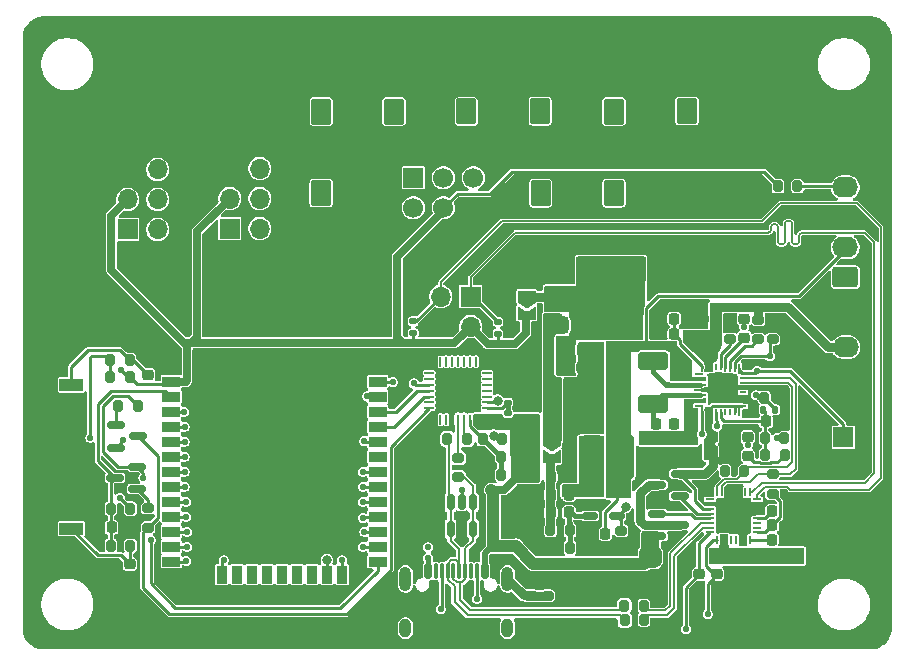
<source format=gbr>
%TF.GenerationSoftware,KiCad,Pcbnew,9.0.2-9.0.2-0~ubuntu24.04.1*%
%TF.CreationDate,2025-05-17T17:55:37+02:00*%
%TF.ProjectId,Pilot6Axis,50696c6f-7436-4417-9869-732e6b696361,rev?*%
%TF.SameCoordinates,Original*%
%TF.FileFunction,Copper,L1,Top*%
%TF.FilePolarity,Positive*%
%FSLAX46Y46*%
G04 Gerber Fmt 4.6, Leading zero omitted, Abs format (unit mm)*
G04 Created by KiCad (PCBNEW 9.0.2-9.0.2-0~ubuntu24.04.1) date 2025-05-17 17:55:37*
%MOMM*%
%LPD*%
G01*
G04 APERTURE LIST*
G04 Aperture macros list*
%AMRoundRect*
0 Rectangle with rounded corners*
0 $1 Rounding radius*
0 $2 $3 $4 $5 $6 $7 $8 $9 X,Y pos of 4 corners*
0 Add a 4 corners polygon primitive as box body*
4,1,4,$2,$3,$4,$5,$6,$7,$8,$9,$2,$3,0*
0 Add four circle primitives for the rounded corners*
1,1,$1+$1,$2,$3*
1,1,$1+$1,$4,$5*
1,1,$1+$1,$6,$7*
1,1,$1+$1,$8,$9*
0 Add four rect primitives between the rounded corners*
20,1,$1+$1,$2,$3,$4,$5,0*
20,1,$1+$1,$4,$5,$6,$7,0*
20,1,$1+$1,$6,$7,$8,$9,0*
20,1,$1+$1,$8,$9,$2,$3,0*%
%AMFreePoly0*
4,1,6,1.000000,0.000000,0.500000,-0.750000,-0.500000,-0.750000,-0.500000,0.750000,0.500000,0.750000,1.000000,0.000000,1.000000,0.000000,$1*%
%AMFreePoly1*
4,1,6,0.500000,-0.750000,-0.650000,-0.750000,-0.150000,0.000000,-0.650000,0.750000,0.500000,0.750000,0.500000,-0.750000,0.500000,-0.750000,$1*%
G04 Aperture macros list end*
%TA.AperFunction,SMDPad,CuDef*%
%ADD10RoundRect,0.200000X-0.200000X-0.275000X0.200000X-0.275000X0.200000X0.275000X-0.200000X0.275000X0*%
%TD*%
%TA.AperFunction,ComponentPad*%
%ADD11RoundRect,0.250000X0.845000X-0.620000X0.845000X0.620000X-0.845000X0.620000X-0.845000X-0.620000X0*%
%TD*%
%TA.AperFunction,ComponentPad*%
%ADD12O,2.190000X1.740000*%
%TD*%
%TA.AperFunction,SMDPad,CuDef*%
%ADD13R,0.750000X0.200000*%
%TD*%
%TA.AperFunction,SMDPad,CuDef*%
%ADD14R,0.200000X0.750000*%
%TD*%
%TA.AperFunction,SMDPad,CuDef*%
%ADD15R,2.850000X2.850000*%
%TD*%
%TA.AperFunction,ComponentPad*%
%ADD16R,1.700000X1.700000*%
%TD*%
%TA.AperFunction,ComponentPad*%
%ADD17C,1.700000*%
%TD*%
%TA.AperFunction,SMDPad,CuDef*%
%ADD18RoundRect,0.225000X-0.250000X0.225000X-0.250000X-0.225000X0.250000X-0.225000X0.250000X0.225000X0*%
%TD*%
%TA.AperFunction,SMDPad,CuDef*%
%ADD19RoundRect,0.200000X0.275000X-0.200000X0.275000X0.200000X-0.275000X0.200000X-0.275000X-0.200000X0*%
%TD*%
%TA.AperFunction,SMDPad,CuDef*%
%ADD20RoundRect,0.135000X-0.185000X0.135000X-0.185000X-0.135000X0.185000X-0.135000X0.185000X0.135000X0*%
%TD*%
%TA.AperFunction,ComponentPad*%
%ADD21O,1.700000X1.700000*%
%TD*%
%TA.AperFunction,SMDPad,CuDef*%
%ADD22RoundRect,0.225000X-0.225000X-0.250000X0.225000X-0.250000X0.225000X0.250000X-0.225000X0.250000X0*%
%TD*%
%TA.AperFunction,SMDPad,CuDef*%
%ADD23RoundRect,0.225000X0.250000X-0.225000X0.250000X0.225000X-0.250000X0.225000X-0.250000X-0.225000X0*%
%TD*%
%TA.AperFunction,SMDPad,CuDef*%
%ADD24RoundRect,0.150000X-0.150000X-0.500000X0.150000X-0.500000X0.150000X0.500000X-0.150000X0.500000X0*%
%TD*%
%TA.AperFunction,SMDPad,CuDef*%
%ADD25RoundRect,0.075000X-0.075000X-0.575000X0.075000X-0.575000X0.075000X0.575000X-0.075000X0.575000X0*%
%TD*%
%TA.AperFunction,HeatsinkPad*%
%ADD26O,1.000000X2.100000*%
%TD*%
%TA.AperFunction,HeatsinkPad*%
%ADD27O,1.000000X1.600000*%
%TD*%
%TA.AperFunction,SMDPad,CuDef*%
%ADD28RoundRect,0.150000X0.590000X0.150000X-0.590000X0.150000X-0.590000X-0.150000X0.590000X-0.150000X0*%
%TD*%
%TA.AperFunction,SMDPad,CuDef*%
%ADD29RoundRect,0.200000X0.200000X0.275000X-0.200000X0.275000X-0.200000X-0.275000X0.200000X-0.275000X0*%
%TD*%
%TA.AperFunction,SMDPad,CuDef*%
%ADD30RoundRect,0.225000X0.225000X0.250000X-0.225000X0.250000X-0.225000X-0.250000X0.225000X-0.250000X0*%
%TD*%
%TA.AperFunction,SMDPad,CuDef*%
%ADD31RoundRect,0.218750X-0.218750X-0.256250X0.218750X-0.256250X0.218750X0.256250X-0.218750X0.256250X0*%
%TD*%
%TA.AperFunction,SMDPad,CuDef*%
%ADD32RoundRect,0.220000X-0.255000X0.220000X-0.255000X-0.220000X0.255000X-0.220000X0.255000X0.220000X0*%
%TD*%
%TA.AperFunction,SMDPad,CuDef*%
%ADD33RoundRect,0.200000X-0.275000X0.200000X-0.275000X-0.200000X0.275000X-0.200000X0.275000X0.200000X0*%
%TD*%
%TA.AperFunction,ComponentPad*%
%ADD34RoundRect,0.250000X-0.620000X-0.845000X0.620000X-0.845000X0.620000X0.845000X-0.620000X0.845000X0*%
%TD*%
%TA.AperFunction,ComponentPad*%
%ADD35O,1.740000X2.190000*%
%TD*%
%TA.AperFunction,SMDPad,CuDef*%
%ADD36RoundRect,0.150000X-0.512500X-0.150000X0.512500X-0.150000X0.512500X0.150000X-0.512500X0.150000X0*%
%TD*%
%TA.AperFunction,SMDPad,CuDef*%
%ADD37R,2.000000X1.050000*%
%TD*%
%TA.AperFunction,SMDPad,CuDef*%
%ADD38FreePoly0,270.000000*%
%TD*%
%TA.AperFunction,SMDPad,CuDef*%
%ADD39FreePoly1,270.000000*%
%TD*%
%TA.AperFunction,SMDPad,CuDef*%
%ADD40RoundRect,0.140000X-0.140000X-0.170000X0.140000X-0.170000X0.140000X0.170000X-0.140000X0.170000X0*%
%TD*%
%TA.AperFunction,SMDPad,CuDef*%
%ADD41RoundRect,0.150000X-0.590000X-0.150000X0.590000X-0.150000X0.590000X0.150000X-0.590000X0.150000X0*%
%TD*%
%TA.AperFunction,SMDPad,CuDef*%
%ADD42R,0.200000X0.600000*%
%TD*%
%TA.AperFunction,SMDPad,CuDef*%
%ADD43R,0.200000X0.700000*%
%TD*%
%TA.AperFunction,SMDPad,CuDef*%
%ADD44R,0.600000X0.200000*%
%TD*%
%TA.AperFunction,SMDPad,CuDef*%
%ADD45R,0.200000X0.650000*%
%TD*%
%TA.AperFunction,SMDPad,CuDef*%
%ADD46R,0.200000X0.680000*%
%TD*%
%TA.AperFunction,SMDPad,CuDef*%
%ADD47R,1.000000X0.200000*%
%TD*%
%TA.AperFunction,SMDPad,CuDef*%
%ADD48R,0.700000X0.200000*%
%TD*%
%TA.AperFunction,SMDPad,CuDef*%
%ADD49RoundRect,0.150000X0.150000X-0.512500X0.150000X0.512500X-0.150000X0.512500X-0.150000X-0.512500X0*%
%TD*%
%TA.AperFunction,SMDPad,CuDef*%
%ADD50RoundRect,0.062500X0.062500X-0.337500X0.062500X0.337500X-0.062500X0.337500X-0.062500X-0.337500X0*%
%TD*%
%TA.AperFunction,SMDPad,CuDef*%
%ADD51RoundRect,0.062500X0.337500X-0.062500X0.337500X0.062500X-0.337500X0.062500X-0.337500X-0.062500X0*%
%TD*%
%TA.AperFunction,HeatsinkPad*%
%ADD52R,3.350000X3.350000*%
%TD*%
%TA.AperFunction,SMDPad,CuDef*%
%ADD53RoundRect,0.250000X-0.600000X-1.600000X0.600000X-1.600000X0.600000X1.600000X-0.600000X1.600000X0*%
%TD*%
%TA.AperFunction,SMDPad,CuDef*%
%ADD54RoundRect,0.250001X0.999999X-0.499999X0.999999X0.499999X-0.999999X0.499999X-0.999999X-0.499999X0*%
%TD*%
%TA.AperFunction,SMDPad,CuDef*%
%ADD55R,1.500000X0.900000*%
%TD*%
%TA.AperFunction,SMDPad,CuDef*%
%ADD56R,0.900000X1.500000*%
%TD*%
%TA.AperFunction,SMDPad,CuDef*%
%ADD57R,0.900000X0.900000*%
%TD*%
%TA.AperFunction,HeatsinkPad*%
%ADD58C,0.600000*%
%TD*%
%TA.AperFunction,HeatsinkPad*%
%ADD59R,3.800000X3.800000*%
%TD*%
%TA.AperFunction,SMDPad,CuDef*%
%ADD60RoundRect,0.375000X-0.625000X-0.375000X0.625000X-0.375000X0.625000X0.375000X-0.625000X0.375000X0*%
%TD*%
%TA.AperFunction,SMDPad,CuDef*%
%ADD61RoundRect,0.500000X-0.500000X-1.400000X0.500000X-1.400000X0.500000X1.400000X-0.500000X1.400000X0*%
%TD*%
%TA.AperFunction,ViaPad*%
%ADD62C,0.550000*%
%TD*%
%TA.AperFunction,ViaPad*%
%ADD63C,0.800000*%
%TD*%
%TA.AperFunction,Conductor*%
%ADD64C,0.650000*%
%TD*%
%TA.AperFunction,Conductor*%
%ADD65C,0.127000*%
%TD*%
%TA.AperFunction,Conductor*%
%ADD66C,0.250000*%
%TD*%
%TA.AperFunction,Conductor*%
%ADD67C,0.254000*%
%TD*%
%TA.AperFunction,Conductor*%
%ADD68C,1.000000*%
%TD*%
%TA.AperFunction,Conductor*%
%ADD69C,0.400000*%
%TD*%
%TA.AperFunction,Conductor*%
%ADD70C,0.750000*%
%TD*%
%TA.AperFunction,Conductor*%
%ADD71C,0.500000*%
%TD*%
G04 APERTURE END LIST*
D10*
%TO.P,R22,1*%
%TO.N,+3.3V*%
X179231200Y-86200800D03*
%TO.P,R22,2*%
%TO.N,Net-(J15-Pin_4)*%
X180871200Y-86200800D03*
%TD*%
D11*
%TO.P,J15,1,Pin_1*%
%TO.N,/Power/VPOWER_ENABLE*%
X184931200Y-93920800D03*
D12*
%TO.P,J15,2,Pin_2*%
%TO.N,/PD/VCC_OUT*%
X184931200Y-91380800D03*
%TO.P,J15,3,Pin_3*%
%TO.N,GND*%
X184931200Y-88840800D03*
%TO.P,J15,4,Pin_4*%
%TO.N,Net-(J15-Pin_4)*%
X184931200Y-86300800D03*
%TD*%
D13*
%TO.P,IC4,1,LDO_3V3*%
%TO.N,/PD/LDO_3V3*%
X177461200Y-115530800D03*
%TO.P,IC4,2,ADCIN1*%
%TO.N,unconnected-(IC4-ADCIN1-Pad2)*%
X177461200Y-115130800D03*
%TO.P,IC4,3,ADCIN2*%
%TO.N,unconnected-(IC4-ADCIN2-Pad3)*%
X177461200Y-114730800D03*
%TO.P,IC4,4,LDO_1V5*%
%TO.N,/PD/LDO_1V5*%
X177461200Y-114330800D03*
%TO.P,IC4,5,GPIO0*%
%TO.N,GND*%
X177461200Y-113930800D03*
%TO.P,IC4,6,GPIO1*%
X177461200Y-113530800D03*
%TO.P,IC4,7,GPIO2*%
X177461200Y-113130800D03*
%TO.P,IC4,8,I2CT_SDA*%
%TO.N,/MCU/SDA*%
X177461200Y-112730800D03*
D14*
%TO.P,IC4,9,I2CT_SCL*%
%TO.N,/MCU/SCL*%
X176861200Y-112130800D03*
%TO.P,IC4,10,~{I2CT_IRQ}*%
%TO.N,unconnected-(IC4-~{I2CT_IRQ}-Pad10)*%
X176461200Y-112130800D03*
%TO.P,IC4,11,GND_1*%
%TO.N,GND*%
X176061200Y-112130800D03*
%TO.P,IC4,12,GND_2*%
X175661200Y-112130800D03*
%TO.P,IC4,13,GPIO11*%
X175261200Y-112130800D03*
%TO.P,IC4,14,GND_3*%
X174861200Y-112130800D03*
%TO.P,IC4,15,I2CC_SDA*%
%TO.N,/PD/I2CC_SDA*%
X174461200Y-112130800D03*
%TO.P,IC4,16,I2CC_SCL*%
%TO.N,/PD/I2CC_SCL*%
X174061200Y-112130800D03*
D13*
%TO.P,IC4,17,~{I2CC_IRQ}*%
%TO.N,unconnected-(IC4-~{I2CC_IRQ}-Pad17)*%
X173461200Y-112730800D03*
%TO.P,IC4,18,GPIO3*%
%TO.N,GND*%
X173461200Y-113130800D03*
%TO.P,IC4,19,VSYS*%
%TO.N,/PD/CHARGER_VSYS*%
X173461200Y-113530800D03*
%TO.P,IC4,20,GATE_VSYS*%
%TO.N,/PD/GATE_VSYS*%
X173461200Y-113930800D03*
%TO.P,IC4,21,GATE_VBUS*%
%TO.N,/PD/GATE_VBUS*%
X173461200Y-114330800D03*
%TO.P,IC4,22,GPIO4/USB_P/LD1*%
%TO.N,/PD/PD_D+*%
X173461200Y-114730800D03*
%TO.P,IC4,23,GPIO5/USB_N/LD2*%
%TO.N,/PD/PD_D-*%
X173461200Y-115130800D03*
%TO.P,IC4,24,CC1*%
%TO.N,/PD/CC1*%
X173461200Y-115530800D03*
D14*
%TO.P,IC4,25,CC2*%
%TO.N,/PD/CC2*%
X174061200Y-116130800D03*
%TO.P,IC4,26,VBUS_1*%
%TO.N,/PD/VBUS*%
X174461200Y-116130800D03*
%TO.P,IC4,27,VBUS_2*%
X174861200Y-116130800D03*
%TO.P,IC4,28,PP5V_1*%
%TO.N,unconnected-(IC4-PP5V_1-Pad28)*%
X175261200Y-116130800D03*
%TO.P,IC4,29,PP5V_2*%
%TO.N,unconnected-(IC4-PP5V_2-Pad29)*%
X175661200Y-116130800D03*
%TO.P,IC4,30,GPIO7*%
%TO.N,GND*%
X176061200Y-116130800D03*
%TO.P,IC4,31,GPIO6*%
X176461200Y-116130800D03*
%TO.P,IC4,32,VIN_3V3*%
%TO.N,/PD/VIN_3V3*%
X176861200Y-116130800D03*
D15*
%TO.P,IC4,33,GND_4*%
%TO.N,GND*%
X175461200Y-114130800D03*
%TD*%
D16*
%TO.P,J16,1,Pin_1*%
%TO.N,/MCU/MISO*%
X148361200Y-85510800D03*
D17*
%TO.P,J16,2,Pin_2*%
%TO.N,/MCU/CS*%
X148361200Y-88050800D03*
%TO.P,J16,3,Pin_3*%
%TO.N,/MCU/MOSI*%
X150901200Y-85510800D03*
%TO.P,J16,4,Pin_4*%
%TO.N,+3.3V*%
X150901200Y-88050800D03*
%TO.P,J16,5,Pin_5*%
%TO.N,/MCU/MCLK*%
X153441200Y-85510800D03*
%TO.P,J16,6,Pin_6*%
%TO.N,GND*%
X153441200Y-88050800D03*
%TD*%
D10*
%TO.P,R16,1*%
%TO.N,/MCU/IO0*%
X122675000Y-102400000D03*
%TO.P,R16,2*%
%TO.N,+3.3V*%
X124325000Y-102400000D03*
%TD*%
%TO.P,R27,1*%
%TO.N,/PD/REGN*%
X178111200Y-107530800D03*
%TO.P,R27,2*%
%TO.N,/PD/ILIM_HIZ*%
X179761200Y-107530800D03*
%TD*%
D18*
%TO.P,C18,1*%
%TO.N,/PD/VBUS*%
X177861200Y-117430800D03*
%TO.P,C18,2*%
%TO.N,GND*%
X177861200Y-118990800D03*
%TD*%
D19*
%TO.P,C9,1*%
%TO.N,/PD/VBUS*%
X157561200Y-106055800D03*
%TO.P,C9,2*%
%TO.N,GND*%
X157561200Y-104405800D03*
%TD*%
D10*
%TO.P,R2,1*%
%TO.N,GND*%
X159961200Y-116830800D03*
%TO.P,R2,2*%
%TO.N,Net-(IC1-FB)*%
X161611200Y-116830800D03*
%TD*%
D20*
%TO.P,R9,1*%
%TO.N,GND*%
X156361200Y-103520801D03*
%TO.P,R9,2*%
%TO.N,Net-(U3-VBUS)*%
X156361200Y-104540799D03*
%TD*%
D16*
%TO.P,J3,1,Pin_1*%
%TO.N,/MCU/JOYSTICK2_BTN*%
X124160000Y-89880000D03*
D21*
%TO.P,J3,2,Pin_2*%
%TO.N,/MCU/JOYSTICK2_Z*%
X126700000Y-89880000D03*
%TO.P,J3,3,Pin_3*%
%TO.N,+3.3V*%
X124160000Y-87340000D03*
%TO.P,J3,4,Pin_4*%
%TO.N,/MCU/JOYSTICK2_Y*%
X126700000Y-87340000D03*
%TO.P,J3,5,Pin_5*%
%TO.N,GND*%
X124160000Y-84800001D03*
%TO.P,J3,6,Pin_6*%
%TO.N,/MCU/JOYSTICK2_X*%
X126700000Y-84800000D03*
%TD*%
D22*
%TO.P,C6,1*%
%TO.N,/Power/+3V3_UNPROTEC*%
X161059380Y-101558800D03*
%TO.P,C6,2*%
%TO.N,GND*%
X162609380Y-101558800D03*
%TD*%
D19*
%TO.P,C8,1*%
%TO.N,Net-(J2-SHIELD)*%
X159731200Y-120885800D03*
%TO.P,C8,2*%
%TO.N,GND*%
X159731200Y-119235800D03*
%TD*%
D23*
%TO.P,C36,1*%
%TO.N,/PD/BTST2*%
X176361200Y-99030800D03*
%TO.P,C36,2*%
%TO.N,/PD/SW2*%
X176361200Y-97470800D03*
%TD*%
D22*
%TO.P,C26,1*%
%TO.N,/PD/VIN_3V3*%
X178701200Y-116130800D03*
%TO.P,C26,2*%
%TO.N,GND*%
X180261200Y-116130800D03*
%TD*%
D19*
%TO.P,R5,1*%
%TO.N,/USB/USB_CONN_D+*%
X152161200Y-110855800D03*
%TO.P,R5,2*%
%TO.N,/USB/D+*%
X152161200Y-109205800D03*
%TD*%
D24*
%TO.P,J2,A1,GND*%
%TO.N,GND*%
X148800000Y-118815000D03*
%TO.P,J2,A4,VBUS*%
%TO.N,/PD/VBUS*%
X149600000Y-118815000D03*
D25*
%TO.P,J2,A5,CC1*%
%TO.N,/PD/CC1*%
X150750000Y-118815001D03*
%TO.P,J2,A6,D+*%
%TO.N,/USB/USB_CONN_D+*%
X151750000Y-118815000D03*
%TO.P,J2,A7,D-*%
%TO.N,/USB/USB_CONN_D-*%
X152250000Y-118815000D03*
%TO.P,J2,A8,SBU1*%
%TO.N,unconnected-(J2-SBU1-PadA8)*%
X153250000Y-118815001D03*
D24*
%TO.P,J2,A9,VBUS*%
%TO.N,/PD/VBUS*%
X154400000Y-118815000D03*
%TO.P,J2,A12,GND*%
%TO.N,GND*%
X155200000Y-118815000D03*
%TO.P,J2,B1,GND*%
X155200000Y-118815000D03*
%TO.P,J2,B4,VBUS*%
%TO.N,/PD/VBUS*%
X154400000Y-118815000D03*
D25*
%TO.P,J2,B5,CC2*%
%TO.N,/PD/CC2*%
X153750000Y-118815000D03*
%TO.P,J2,B6,D+*%
%TO.N,/USB/USB_CONN_D+*%
X152750000Y-118815000D03*
%TO.P,J2,B7,D-*%
%TO.N,/USB/USB_CONN_D-*%
X151250000Y-118815000D03*
%TO.P,J2,B8,SBU2*%
%TO.N,unconnected-(J2-SBU2-PadB8)*%
X150250000Y-118815000D03*
D24*
%TO.P,J2,B9,VBUS*%
%TO.N,/PD/VBUS*%
X149600000Y-118815000D03*
%TO.P,J2,B12,GND*%
%TO.N,GND*%
X148800000Y-118815000D03*
D26*
%TO.P,J2,S1,SHIELD*%
%TO.N,Net-(J2-SHIELD)*%
X147680000Y-119455000D03*
D27*
X147680000Y-123635000D03*
D26*
X156320000Y-119455000D03*
D27*
X156320000Y-123635000D03*
%TD*%
D19*
%TO.P,R25,1*%
%TO.N,Net-(IC3-BATP)*%
X177561200Y-99170800D03*
%TO.P,R25,2*%
%TO.N,/BAT+*%
X177561200Y-97530800D03*
%TD*%
D28*
%TO.P,Q3,1,B*%
%TO.N,Net-(Q3-B)*%
X124979999Y-111850000D03*
%TO.P,Q3,2,E*%
%TO.N,/USB/RTS*%
X124979999Y-109950000D03*
%TO.P,Q3,3,C*%
%TO.N,/MCU/EN*%
X123100000Y-110900000D03*
%TD*%
D18*
%TO.P,C19,1*%
%TO.N,/PD/VBUS*%
X179061200Y-117450800D03*
%TO.P,C19,2*%
%TO.N,GND*%
X179061200Y-119010800D03*
%TD*%
%TO.P,C17,1*%
%TO.N,/PD/VBUS*%
X176661200Y-117450800D03*
%TO.P,C17,2*%
%TO.N,GND*%
X176661200Y-119010800D03*
%TD*%
D29*
%TO.P,R12,1*%
%TO.N,/USB/RTS*%
X125025000Y-104800000D03*
%TO.P,R12,2*%
%TO.N,Net-(Q1-B)*%
X123375000Y-104800000D03*
%TD*%
D10*
%TO.P,R15,1*%
%TO.N,/MCU/EN*%
X122745000Y-113510000D03*
%TO.P,R15,2*%
%TO.N,+3.3V*%
X124395000Y-113510000D03*
%TD*%
D22*
%TO.P,C5,1*%
%TO.N,+5V*%
X160284380Y-104758800D03*
%TO.P,C5,2*%
%TO.N,GND*%
X161834380Y-104758800D03*
%TD*%
%TO.P,C1,1*%
%TO.N,/Power/+5V_UNPROTEC*%
X159986200Y-110830800D03*
%TO.P,C1,2*%
%TO.N,GND*%
X161536200Y-110830800D03*
%TD*%
%TO.P,C15,1*%
%TO.N,/MCU/EN*%
X122795000Y-115105001D03*
%TO.P,C15,2*%
%TO.N,GND*%
X124345000Y-115105001D03*
%TD*%
D19*
%TO.P,R11,1*%
%TO.N,/USB/DTR*%
X125900000Y-115125000D03*
%TO.P,R11,2*%
%TO.N,Net-(Q3-B)*%
X125900000Y-113475000D03*
%TD*%
D20*
%TO.P,R20,1*%
%TO.N,/MCU/SCL*%
X155501200Y-97690801D03*
%TO.P,R20,2*%
%TO.N,+3.3V*%
X155501200Y-98710799D03*
%TD*%
D30*
%TO.P,C44,1*%
%TO.N,/PD/VCC_OUT*%
X165594380Y-101358800D03*
%TO.P,C44,2*%
%TO.N,GND*%
X164034380Y-101358800D03*
%TD*%
D31*
%TO.P,D1,1,K*%
%TO.N,/Power/+5V_UNPROTEC*%
X159973699Y-112330800D03*
%TO.P,D1,2,A*%
%TO.N,/Power/BOOST_SW*%
X161548701Y-112330800D03*
%TD*%
D32*
%TO.P,D4,1*%
%TO.N,/PD/STAT_1*%
X176661200Y-107440800D03*
%TO.P,D4,2*%
%TO.N,Net-(D4-Pad2)*%
X176661200Y-109020800D03*
%TD*%
D10*
%TO.P,R1,1*%
%TO.N,/Power/+5V_UNPROTEC*%
X159961200Y-115330800D03*
%TO.P,R1,2*%
%TO.N,Net-(IC1-FB)*%
X161611200Y-115330800D03*
%TD*%
D33*
%TO.P,R21,1*%
%TO.N,/Power/VPOWER_ENABLE*%
X165961200Y-115390800D03*
%TO.P,R21,2*%
%TO.N,GND*%
X165961200Y-117030800D03*
%TD*%
D23*
%TO.P,C30,1*%
%TO.N,/BAT+*%
X171661200Y-99010800D03*
%TO.P,C30,2*%
%TO.N,GND*%
X171661200Y-97450800D03*
%TD*%
D34*
%TO.P,J7,1*%
%TO.N,/MCU/BTN2*%
X152851200Y-79880800D03*
D35*
%TO.P,J7,2*%
%TO.N,GND*%
X155391200Y-79880800D03*
%TD*%
D36*
%TO.P,IC1,1,SW*%
%TO.N,/Power/BOOST_SW*%
X163296880Y-112208801D03*
%TO.P,IC1,2,GND*%
%TO.N,GND*%
X163296880Y-113158800D03*
%TO.P,IC1,3,FB*%
%TO.N,Net-(IC1-FB)*%
X163296880Y-114108799D03*
%TO.P,IC1,4,~{SHDN}*%
%TO.N,/Power/VPOWER_ENABLE*%
X165571880Y-114108799D03*
%TO.P,IC1,5,VIN*%
%TO.N,/PD/VCC_OUT*%
X165571880Y-112208801D03*
%TD*%
D18*
%TO.P,C14,1*%
%TO.N,GND*%
X125900000Y-100625000D03*
%TO.P,C14,2*%
%TO.N,Net-(C14-Pad2)*%
X125900000Y-102175000D03*
%TD*%
D22*
%TO.P,C4,1*%
%TO.N,+5V*%
X160284380Y-103058800D03*
%TO.P,C4,2*%
%TO.N,GND*%
X161834380Y-103058800D03*
%TD*%
D34*
%TO.P,J10,1*%
%TO.N,/MCU/BTN5*%
X159119999Y-86800002D03*
D35*
%TO.P,J10,2*%
%TO.N,GND*%
X161659999Y-86800002D03*
%TD*%
D18*
%TO.P,C13,1*%
%TO.N,Net-(C13-Pad1)*%
X124350000Y-118230001D03*
%TO.P,C13,2*%
%TO.N,GND*%
X124350000Y-119780001D03*
%TD*%
D22*
%TO.P,C28,1*%
%TO.N,/PD/CHARGER_VSYS*%
X173681200Y-108630800D03*
%TO.P,C28,2*%
%TO.N,GND*%
X175241200Y-108630800D03*
%TD*%
D10*
%TO.P,R6,1*%
%TO.N,/PD/REGN*%
X178141200Y-108930800D03*
%TO.P,R6,2*%
%TO.N,Net-(D4-Pad2)*%
X179781200Y-108930800D03*
%TD*%
D37*
%TO.P,SW1,1,1*%
%TO.N,GND*%
X119400000Y-110749998D03*
%TO.P,SW1,2,2*%
%TO.N,Net-(C13-Pad1)*%
X119400000Y-115200000D03*
%TD*%
D30*
%TO.P,C3,1*%
%TO.N,/PD/VCC_OUT*%
X164609380Y-115658800D03*
%TO.P,C3,2*%
%TO.N,GND*%
X163059380Y-115658800D03*
%TD*%
D22*
%TO.P,C23,1*%
%TO.N,/PD/LDO_1V5*%
X178701200Y-113730800D03*
%TO.P,C23,2*%
%TO.N,GND*%
X180261200Y-113730800D03*
%TD*%
D38*
%TO.P,JP1,1,A*%
%TO.N,/Power/+3V3_UNPROTEC*%
X157961200Y-95580800D03*
D39*
%TO.P,JP1,2,B*%
%TO.N,+3.3V*%
X157961200Y-97030800D03*
%TD*%
D23*
%TO.P,C29,1*%
%TO.N,/BAT+*%
X172861200Y-99010800D03*
%TO.P,C29,2*%
%TO.N,GND*%
X172861200Y-97450800D03*
%TD*%
D19*
%TO.P,R28,1*%
%TO.N,/PD/ILIM_HIZ*%
X178761200Y-99170800D03*
%TO.P,R28,2*%
%TO.N,GND*%
X178761200Y-97530800D03*
%TD*%
D38*
%TO.P,JP300,1,A*%
%TO.N,+5V*%
X160061200Y-107705800D03*
D39*
%TO.P,JP300,2,B*%
%TO.N,/Power/+5V_UNPROTEC*%
X160061200Y-109155800D03*
%TD*%
D10*
%TO.P,R24,1*%
%TO.N,/PD/LDO_3V3*%
X174741200Y-110330800D03*
%TO.P,R24,2*%
%TO.N,/PD/I2CC_SCL*%
X176381200Y-110330800D03*
%TD*%
D34*
%TO.P,J14,1*%
%TO.N,/MCU/BTN9*%
X140560000Y-79900000D03*
D35*
%TO.P,J14,2*%
%TO.N,GND*%
X143100000Y-79900000D03*
%TD*%
D34*
%TO.P,J6,1*%
%TO.N,/MCU/BTN1*%
X146701200Y-79890800D03*
D35*
%TO.P,J6,2*%
%TO.N,GND*%
X149241200Y-79890800D03*
%TD*%
D18*
%TO.P,C32,1*%
%TO.N,/PD/PMID*%
X167961200Y-107570800D03*
%TO.P,C32,2*%
%TO.N,GND*%
X167961200Y-109130800D03*
%TD*%
D30*
%TO.P,C39,1*%
%TO.N,/PD/VCC_OUT*%
X165594380Y-106158800D03*
%TO.P,C39,2*%
%TO.N,GND*%
X164034380Y-106158800D03*
%TD*%
%TO.P,C42,1*%
%TO.N,/PD/VCC_OUT*%
X165594380Y-102558800D03*
%TO.P,C42,2*%
%TO.N,GND*%
X164034380Y-102558800D03*
%TD*%
D40*
%TO.P,R32,1*%
%TO.N,/PD/REGN*%
X177986200Y-105130800D03*
%TO.P,R32,2*%
%TO.N,/PD/TS_1*%
X178986200Y-105130800D03*
%TD*%
D19*
%TO.P,R7,1*%
%TO.N,/PD/LDO_3V3*%
X178761200Y-112250800D03*
%TO.P,R7,2*%
%TO.N,/PD/I2CC_SDA*%
X178761200Y-110610800D03*
%TD*%
D22*
%TO.P,C43,1*%
%TO.N,/PD/REGN*%
X178206200Y-106130800D03*
%TO.P,C43,2*%
%TO.N,GND*%
X179766200Y-106130800D03*
%TD*%
D41*
%TO.P,Q1,1,B*%
%TO.N,Net-(Q1-B)*%
X123160000Y-106450000D03*
%TO.P,Q1,2,E*%
%TO.N,/MCU/IO0*%
X123160000Y-108350000D03*
%TO.P,Q1,3,C*%
%TO.N,/USB/DTR*%
X125039999Y-107400000D03*
%TD*%
D20*
%TO.P,R8,1*%
%TO.N,Net-(U3-VBUS)*%
X156361200Y-105420801D03*
%TO.P,R8,2*%
%TO.N,/PD/VBUS*%
X156361200Y-106440799D03*
%TD*%
D16*
%TO.P,J19,1,Pin_1*%
%TO.N,/MCU/JOYSTICK1_BTN*%
X132810000Y-89800000D03*
D21*
%TO.P,J19,2,Pin_2*%
%TO.N,/MCU/JOYSTICK1_Z*%
X135350000Y-89800000D03*
%TO.P,J19,3,Pin_3*%
%TO.N,+3.3V*%
X132810000Y-87260000D03*
%TO.P,J19,4,Pin_4*%
%TO.N,/MCU/JOYSTICK1_Y*%
X135350000Y-87260000D03*
%TO.P,J19,5,Pin_5*%
%TO.N,GND*%
X132810000Y-84720001D03*
%TO.P,J19,6,Pin_6*%
%TO.N,/MCU/JOYSTICK1_X*%
X135350000Y-84720000D03*
%TD*%
D22*
%TO.P,C7,1*%
%TO.N,/Power/+3V3_UNPROTEC*%
X161084380Y-100058800D03*
%TO.P,C7,2*%
%TO.N,GND*%
X162634380Y-100058800D03*
%TD*%
D30*
%TO.P,C38,1*%
%TO.N,/PD/VCC_OUT*%
X165594380Y-100158800D03*
%TO.P,C38,2*%
%TO.N,GND*%
X164034380Y-100158800D03*
%TD*%
D22*
%TO.P,C27,1*%
%TO.N,/PD/CHARGER_VSYS*%
X173681200Y-107430800D03*
%TO.P,C27,2*%
%TO.N,GND*%
X175241200Y-107430800D03*
%TD*%
%TO.P,C35,1*%
%TO.N,/PD/SW1*%
X168881200Y-106330800D03*
%TO.P,C35,2*%
%TO.N,/PD/BTST1*%
X170441200Y-106330800D03*
%TD*%
D10*
%TO.P,R31,1*%
%TO.N,/PD/TS_1*%
X178066200Y-104130800D03*
%TO.P,R31,2*%
%TO.N,GND*%
X179706200Y-104130800D03*
%TD*%
%TO.P,R4,1*%
%TO.N,/USB/USB_CONN_D-*%
X151236200Y-107630800D03*
%TO.P,R4,2*%
%TO.N,/USB/D-*%
X152886200Y-107630800D03*
%TD*%
D18*
%TO.P,C33,1*%
%TO.N,/PD/PMID*%
X171861200Y-107570800D03*
%TO.P,C33,2*%
%TO.N,GND*%
X171861200Y-109130800D03*
%TD*%
D34*
%TO.P,J12,1*%
%TO.N,/MCU/BTN7*%
X165329998Y-86800001D03*
D35*
%TO.P,J12,2*%
%TO.N,GND*%
X167869998Y-86800001D03*
%TD*%
D34*
%TO.P,J13,1*%
%TO.N,/MCU/BTN8*%
X171529999Y-79850800D03*
D35*
%TO.P,J13,2*%
%TO.N,GND*%
X174069999Y-79850800D03*
%TD*%
D10*
%TO.P,R18,1*%
%TO.N,/USB/USB_CONN_D-*%
X166241200Y-122930800D03*
%TO.P,R18,2*%
%TO.N,/PD/PD_D-*%
X167881200Y-122930800D03*
%TD*%
%TO.P,R17,1*%
%TO.N,/USB/USB_CONN_D+*%
X166221200Y-121730800D03*
%TO.P,R17,2*%
%TO.N,/PD/PD_D+*%
X167861200Y-121730800D03*
%TD*%
D16*
%TO.P,TH1,1*%
%TO.N,/PD/TS_1*%
X184761200Y-107455800D03*
D17*
%TO.P,TH1,2*%
%TO.N,GND*%
X184761200Y-109995800D03*
%TD*%
D16*
%TO.P,J5,1,Pin_1*%
%TO.N,/MCU/SCL*%
X153200000Y-95560000D03*
D21*
%TO.P,J5,2,Pin_2*%
%TO.N,/MCU/SDA*%
X150660000Y-95560000D03*
%TO.P,J5,3,Pin_3*%
%TO.N,+3.3V*%
X153200000Y-98100000D03*
%TO.P,J5,4,Pin_4*%
%TO.N,GND*%
X150660000Y-98100000D03*
%TD*%
D14*
%TO.P,IC3,1,STAT_1*%
%TO.N,/PD/STAT_1*%
X172761200Y-105280800D03*
D42*
%TO.P,IC3,2,VBUS_1*%
%TO.N,/PD/CHARGER_VSYS*%
X173161200Y-105355800D03*
%TO.P,IC3,3,VBUS_2*%
X173561200Y-105355800D03*
%TO.P,IC3,4,BTST1*%
%TO.N,/PD/BTST1*%
X173961200Y-105355800D03*
%TO.P,IC3,5,REGN*%
%TO.N,/PD/REGN*%
X174361200Y-105355800D03*
%TO.P,IC3,6,D+*%
%TO.N,unconnected-(IC3-D+-Pad6)*%
X174761200Y-105355800D03*
%TO.P,IC3,7,D-*%
%TO.N,unconnected-(IC3-D--Pad7)*%
X175161200Y-105355800D03*
%TO.P,IC3,8,VAC2*%
%TO.N,/PD/CHARGER_VSYS*%
X175561200Y-105355800D03*
D43*
%TO.P,IC3,9,VAC1_1*%
X175961200Y-105305800D03*
D44*
%TO.P,IC3,10,ACDRV2*%
%TO.N,GND*%
X176261200Y-104455800D03*
%TO.P,IC3,11,ACDRV1*%
X176261200Y-104055800D03*
%TO.P,IC3,12,~{QON}*%
%TO.N,unconnected-(IC3-~{QON}-Pad12)*%
X176261200Y-103655800D03*
%TO.P,IC3,13,~{CE}*%
%TO.N,GND*%
X176261200Y-103255800D03*
%TO.P,IC3,14,SCL*%
%TO.N,/PD/I2CC_SCL*%
X176261200Y-102855800D03*
%TO.P,IC3,15,SDA*%
%TO.N,/PD/I2CC_SDA*%
X176261200Y-102455800D03*
D43*
%TO.P,IC3,16,TS_1*%
%TO.N,/PD/TS_1*%
X175961200Y-101602800D03*
%TO.P,IC3,17,ILIM_HIZ*%
%TO.N,/PD/ILIM_HIZ*%
X175561200Y-101605800D03*
D45*
%TO.P,IC3,18,BATP*%
%TO.N,Net-(IC3-BATP)*%
X175161200Y-101580800D03*
D46*
%TO.P,IC3,19,BTST2*%
%TO.N,/PD/BTST2*%
X174761200Y-101595800D03*
D42*
%TO.P,IC3,20,PROG*%
%TO.N,/PD/PROG*%
X174361200Y-101555800D03*
%TO.P,IC3,21,~{INT}*%
%TO.N,unconnected-(IC3-~{INT}-Pad21)*%
X173961200Y-101555800D03*
%TO.P,IC3,22,BAT_1*%
%TO.N,/BAT+*%
X173561200Y-101555800D03*
%TO.P,IC3,23,BAT_2*%
X173161200Y-101555800D03*
D14*
%TO.P,IC3,24,SDRV_1*%
%TO.N,/PD/SDRV_1*%
X172761200Y-101630800D03*
D47*
%TO.P,IC3,25,SYS*%
%TO.N,/PD/VCC_OUT*%
X172661200Y-102555800D03*
%TO.P,IC3,26,SW2*%
%TO.N,/PD/SW2*%
X172661200Y-103005800D03*
%TO.P,IC3,27,GND*%
%TO.N,GND*%
X172661200Y-103455800D03*
%TO.P,IC3,28,SW1*%
%TO.N,/PD/SW1*%
X172661200Y-103905800D03*
%TO.P,IC3,29,PMID*%
%TO.N,/PD/PMID*%
X172661200Y-104355800D03*
D48*
%TO.P,IC3,30,STAT_2*%
%TO.N,/PD/STAT_1*%
X172511200Y-104805800D03*
%TO.P,IC3,31,VAC1_2*%
%TO.N,/PD/CHARGER_VSYS*%
X176211200Y-104855800D03*
%TO.P,IC3,32,TS_2*%
%TO.N,/PD/TS_1*%
X176211200Y-102055800D03*
%TO.P,IC3,33,SDRV_2*%
%TO.N,/PD/SDRV_1*%
X172511200Y-102105800D03*
%TD*%
D49*
%TO.P,U2,1,I/O1*%
%TO.N,/USB/USB_CONN_D-*%
X151500002Y-115237500D03*
%TO.P,U2,2,GND*%
%TO.N,GND*%
X152450001Y-115237500D03*
%TO.P,U2,3,I/O2*%
%TO.N,/USB/USB_CONN_D+*%
X153400000Y-115237500D03*
%TO.P,U2,4,I/O2*%
X153400000Y-112962500D03*
%TO.P,U2,5,VBUS*%
%TO.N,/PD/VBUS*%
X152450001Y-112962500D03*
%TO.P,U2,6,I/O1*%
%TO.N,/USB/USB_CONN_D-*%
X151500002Y-112962500D03*
%TD*%
D30*
%TO.P,C41,1*%
%TO.N,/PD/VCC_OUT*%
X165594380Y-103758800D03*
%TO.P,C41,2*%
%TO.N,GND*%
X164034380Y-103758800D03*
%TD*%
D28*
%TO.P,Q4,1,G*%
%TO.N,/PD/GATE_VSYS*%
X170891200Y-112450800D03*
%TO.P,Q4,2,S*%
%TO.N,/PD/CHARGER_VSYS*%
X170891200Y-110550800D03*
%TO.P,Q4,3,D*%
%TO.N,Net-(Q2-D)*%
X169011200Y-111500800D03*
%TD*%
D50*
%TO.P,U3,1,~{DCD}*%
%TO.N,unconnected-(U3-~{DCD}-Pad1)*%
X150650001Y-105970001D03*
%TO.P,U3,2,~{RI}/CLK*%
%TO.N,unconnected-(U3-~{RI}{slash}CLK-Pad2)*%
X151150001Y-105970001D03*
%TO.P,U3,3,GND*%
%TO.N,GND*%
X151650001Y-105970001D03*
%TO.P,U3,4,D+*%
%TO.N,/USB/D+*%
X152150001Y-105970002D03*
%TO.P,U3,5,D-*%
%TO.N,/USB/D-*%
X152650001Y-105970001D03*
%TO.P,U3,6,VDD*%
%TO.N,/USB/3.3V_USB*%
X153150001Y-105970001D03*
%TO.P,U3,7,VREGIN*%
%TO.N,/PD/VBUS*%
X153650001Y-105970001D03*
D51*
%TO.P,U3,8,VBUS*%
%TO.N,Net-(U3-VBUS)*%
X154600001Y-105020001D03*
%TO.P,U3,9,~{RST}*%
%TO.N,Net-(U3-~{RST})*%
X154600001Y-104520001D03*
%TO.P,U3,10,NC*%
%TO.N,unconnected-(U3-NC-Pad10)*%
X154600001Y-104020001D03*
%TO.P,U3,11,~{SUSPEND}*%
%TO.N,unconnected-(U3-~{SUSPEND}-Pad11)*%
X154600002Y-103520001D03*
%TO.P,U3,12,SUSPEND*%
%TO.N,unconnected-(U3-SUSPEND-Pad12)*%
X154600001Y-103020001D03*
%TO.P,U3,13,CHREN*%
%TO.N,unconnected-(U3-CHREN-Pad13)*%
X154600001Y-102520001D03*
%TO.P,U3,14,CHR1*%
%TO.N,unconnected-(U3-CHR1-Pad14)*%
X154600001Y-102020001D03*
D50*
%TO.P,U3,15,CHR0*%
%TO.N,unconnected-(U3-CHR0-Pad15)*%
X153650001Y-101070001D03*
%TO.P,U3,16,~{WAKEUP}/GPIO.3*%
%TO.N,unconnected-(U3-~{WAKEUP}{slash}GPIO.3-Pad16)*%
X153150001Y-101070001D03*
%TO.P,U3,17,RS485/GPIO.2*%
%TO.N,unconnected-(U3-RS485{slash}GPIO.2-Pad17)*%
X152650001Y-101070001D03*
%TO.P,U3,18,~{RXT}/GPIO.1*%
%TO.N,unconnected-(U3-~{RXT}{slash}GPIO.1-Pad18)*%
X152150001Y-101070000D03*
%TO.P,U3,19,~{TXT}/GPIO.0*%
%TO.N,unconnected-(U3-~{TXT}{slash}GPIO.0-Pad19)*%
X151650001Y-101070001D03*
%TO.P,U3,20,GPIO.6*%
%TO.N,unconnected-(U3-GPIO.6-Pad20)*%
X151150001Y-101070001D03*
%TO.P,U3,21,GPIO.5*%
%TO.N,unconnected-(U3-GPIO.5-Pad21)*%
X150650001Y-101070001D03*
D51*
%TO.P,U3,22,GPIO.4*%
%TO.N,unconnected-(U3-GPIO.4-Pad22)*%
X149700001Y-102020001D03*
%TO.P,U3,23,~{CTS}*%
%TO.N,unconnected-(U3-~{CTS}-Pad23)*%
X149700001Y-102520001D03*
%TO.P,U3,24,~{RTS}*%
%TO.N,/USB/RTS*%
X149700001Y-103020001D03*
%TO.P,U3,25,RXD*%
%TO.N,/MCU/TXD*%
X149700000Y-103520001D03*
%TO.P,U3,26,TXD*%
%TO.N,/MCU/RXD*%
X149700001Y-104020001D03*
%TO.P,U3,27,~{DSR}*%
%TO.N,unconnected-(U3-~{DSR}-Pad27)*%
X149700001Y-104520001D03*
%TO.P,U3,28,~{DTR}*%
%TO.N,/USB/DTR*%
X149700001Y-105020001D03*
D52*
%TO.P,U3,29,GND*%
%TO.N,GND*%
X152150001Y-103520001D03*
%TD*%
D53*
%TO.P,L1,1,1*%
%TO.N,/Power/BOOST_SW*%
X163484380Y-109158800D03*
%TO.P,L1,2,2*%
%TO.N,/PD/VCC_OUT*%
X166184380Y-109158800D03*
%TD*%
D30*
%TO.P,C40,1*%
%TO.N,/PD/VCC_OUT*%
X165594380Y-104958800D03*
%TO.P,C40,2*%
%TO.N,GND*%
X164034380Y-104958800D03*
%TD*%
D37*
%TO.P,SW2,1,1*%
%TO.N,GND*%
X119400000Y-107499999D03*
%TO.P,SW2,2,2*%
%TO.N,Net-(C14-Pad2)*%
X119400000Y-103049997D03*
%TD*%
D18*
%TO.P,C20,1*%
%TO.N,/PD/VBUS*%
X180261200Y-117450800D03*
%TO.P,C20,2*%
%TO.N,GND*%
X180261200Y-119010800D03*
%TD*%
D54*
%TO.P,L2,1,1*%
%TO.N,/PD/SW1*%
X168661200Y-104680800D03*
%TO.P,L2,2,2*%
%TO.N,/PD/SW2*%
X168661200Y-100980800D03*
%TD*%
D55*
%TO.P,U4,1,GND*%
%TO.N,GND*%
X127845000Y-101495000D03*
%TO.P,U4,2,VDD*%
%TO.N,+3.3V*%
X127845000Y-102765000D03*
%TO.P,U4,3,EN*%
%TO.N,/MCU/EN*%
X127845000Y-104035000D03*
%TO.P,U4,4,SENSOR_VP*%
%TO.N,/MCU/JOYSTICK2_Z*%
X127845000Y-105305000D03*
%TO.P,U4,5,SENSOR_VN*%
%TO.N,/MCU/JOYSTICK2_Y*%
X127845000Y-106575000D03*
%TO.P,U4,6,IO34*%
%TO.N,/MCU/JOYSTICK2_X*%
X127845000Y-107845000D03*
%TO.P,U4,7,IO35*%
%TO.N,/MCU/JOYSTICK1_Z*%
X127845000Y-109115000D03*
%TO.P,U4,8,IO32*%
%TO.N,/MCU/JOYSTICK1_Y*%
X127845000Y-110385000D03*
%TO.P,U4,9,IO33*%
%TO.N,/MCU/JOYSTICK1_X*%
X127845000Y-111655000D03*
%TO.P,U4,10,IO25*%
%TO.N,/MCU/BTN9*%
X127845000Y-112925000D03*
%TO.P,U4,11,IO26*%
%TO.N,/MCU/BTN3*%
X127845000Y-114195000D03*
%TO.P,U4,12,IO27*%
%TO.N,/MCU/BTN1*%
X127845000Y-115465000D03*
%TO.P,U4,13,IO14*%
%TO.N,/MCU/MCLK*%
X127845000Y-116735000D03*
%TO.P,U4,14,IO12*%
%TO.N,/MCU/MISO*%
X127845000Y-118005000D03*
D56*
%TO.P,U4,15,GND*%
%TO.N,GND*%
X130880000Y-119100000D03*
%TO.P,U4,16,IO13*%
%TO.N,/MCU/MOSI*%
X132150000Y-119100000D03*
%TO.P,U4,17,SHD/SD2*%
%TO.N,unconnected-(U4-SHD{slash}SD2-Pad17)*%
X133420000Y-119099999D03*
%TO.P,U4,18,SWP/SD3*%
%TO.N,unconnected-(U4-SWP{slash}SD3-Pad18)*%
X134690000Y-119100000D03*
%TO.P,U4,19,SCS/CMD*%
%TO.N,unconnected-(U4-SCS{slash}CMD-Pad19)*%
X135960000Y-119100000D03*
%TO.P,U4,20,SCK/CLK*%
%TO.N,unconnected-(U4-SCK{slash}CLK-Pad20)*%
X137230000Y-119100000D03*
%TO.P,U4,21,SDO/SD0*%
%TO.N,unconnected-(U4-SDO{slash}SD0-Pad21)*%
X138500000Y-119100000D03*
%TO.P,U4,22,SDI/SD1*%
%TO.N,unconnected-(U4-SDI{slash}SD1-Pad22)*%
X139770000Y-119099999D03*
%TO.P,U4,23,IO15*%
%TO.N,/MCU/CS*%
X141040000Y-119100000D03*
%TO.P,U4,24,IO2*%
%TO.N,/MCU/BTN2*%
X142310000Y-119100000D03*
D55*
%TO.P,U4,25,IO0*%
%TO.N,/MCU/IO0*%
X145345000Y-118005000D03*
%TO.P,U4,26,IO4*%
%TO.N,/MCU/BTN4*%
X145345000Y-116735000D03*
%TO.P,U4,27,IO16*%
%TO.N,/MCU/BTN5*%
X145345000Y-115465000D03*
%TO.P,U4,28,IO17*%
%TO.N,/MCU/BTN6*%
X145345000Y-114195000D03*
%TO.P,U4,29,IO5*%
%TO.N,/MCU/BTN7*%
X145345000Y-112925000D03*
%TO.P,U4,30,IO18*%
%TO.N,/MCU/BTN8*%
X145345000Y-111655000D03*
%TO.P,U4,31,IO19*%
%TO.N,/MCU/JOYSTICK1_BTN*%
X145345000Y-110385000D03*
%TO.P,U4,32,NC*%
%TO.N,unconnected-(U4-NC-Pad32)*%
X145345000Y-109115000D03*
%TO.P,U4,33,IO21*%
%TO.N,/MCU/SDA*%
X145345000Y-107845000D03*
%TO.P,U4,34,RXD0/IO3*%
%TO.N,/MCU/RXD*%
X145345000Y-106575000D03*
%TO.P,U4,35,TXD0/IO1*%
%TO.N,/MCU/TXD*%
X145345000Y-105305000D03*
%TO.P,U4,36,IO22*%
%TO.N,/MCU/SCL*%
X145345000Y-104035000D03*
%TO.P,U4,37,IO23*%
%TO.N,/MCU/JOYSTICK2_BTN*%
X145345000Y-102765000D03*
%TO.P,U4,38,GND*%
%TO.N,GND*%
X145345000Y-101495000D03*
D57*
%TO.P,U4,39,GND*%
X133695000Y-107660000D03*
D58*
X133695000Y-108360000D03*
D57*
X133695000Y-109060000D03*
D58*
X133695000Y-109760000D03*
D57*
X133695000Y-110460000D03*
D58*
X134395000Y-107660000D03*
X134395000Y-109060000D03*
X134395000Y-110460000D03*
D57*
X135095000Y-107660000D03*
D58*
X135095000Y-108360000D03*
D57*
X135095000Y-109060000D03*
D59*
X135095000Y-109060000D03*
D58*
X135095000Y-109760000D03*
D57*
X135095000Y-110460000D03*
D58*
X135795000Y-107660000D03*
X135795000Y-109060000D03*
X135795000Y-110460000D03*
D57*
X136495000Y-107660000D03*
D58*
X136495000Y-108360000D03*
D57*
X136495000Y-109060000D03*
D58*
X136495000Y-109760000D03*
D57*
X136495000Y-110460000D03*
%TD*%
D22*
%TO.P,C21,1*%
%TO.N,/PD/LDO_3V3*%
X178701200Y-114930800D03*
%TO.P,C21,2*%
%TO.N,GND*%
X180261200Y-114930800D03*
%TD*%
D29*
%TO.P,R13,1*%
%TO.N,Net-(C13-Pad1)*%
X124395000Y-116670000D03*
%TO.P,R13,2*%
%TO.N,/MCU/EN*%
X122745000Y-116670000D03*
%TD*%
D20*
%TO.P,R19,1*%
%TO.N,/MCU/SDA*%
X148341200Y-97640801D03*
%TO.P,R19,2*%
%TO.N,+3.3V*%
X148341200Y-98660799D03*
%TD*%
D18*
%TO.P,C31,1*%
%TO.N,/PD/PMID*%
X169261200Y-107570800D03*
%TO.P,C31,2*%
%TO.N,GND*%
X169261200Y-109130800D03*
%TD*%
D11*
%TO.P,J1,1*%
%TO.N,GND*%
X184971200Y-102375800D03*
D12*
%TO.P,J1,2*%
%TO.N,/BAT+*%
X184971200Y-99835800D03*
%TD*%
D34*
%TO.P,J9,1*%
%TO.N,/MCU/BTN4*%
X159111200Y-79860800D03*
D35*
%TO.P,J9,2*%
%TO.N,GND*%
X161651200Y-79860800D03*
%TD*%
D34*
%TO.P,J11,1*%
%TO.N,/MCU/BTN6*%
X165329999Y-79900002D03*
D35*
%TO.P,J11,2*%
%TO.N,GND*%
X167869999Y-79900002D03*
%TD*%
D18*
%TO.P,C34,1*%
%TO.N,/PD/PMID*%
X170561200Y-107570800D03*
%TO.P,C34,2*%
%TO.N,GND*%
X170561200Y-109130800D03*
%TD*%
D19*
%TO.P,R30,1*%
%TO.N,/PD/PROG*%
X175161200Y-99150800D03*
%TO.P,R30,2*%
%TO.N,GND*%
X175161200Y-97510800D03*
%TD*%
D29*
%TO.P,C12,1*%
%TO.N,/USB/3.3V_USB*%
X155786200Y-109135799D03*
%TO.P,C12,2*%
%TO.N,GND*%
X154136200Y-109135799D03*
%TD*%
D22*
%TO.P,C16,1*%
%TO.N,+5V*%
X160254380Y-106158800D03*
%TO.P,C16,2*%
%TO.N,GND*%
X161814380Y-106158800D03*
%TD*%
D29*
%TO.P,R14,1*%
%TO.N,Net-(C14-Pad2)*%
X124325000Y-100900000D03*
%TO.P,R14,2*%
%TO.N,/MCU/IO0*%
X122675000Y-100900000D03*
%TD*%
D60*
%TO.P,U1,1,GND*%
%TO.N,GND*%
X160534380Y-93358800D03*
%TO.P,U1,2,VO*%
%TO.N,/Power/+3V3_UNPROTEC*%
X160534381Y-95658800D03*
D61*
X166834379Y-95658800D03*
D60*
%TO.P,U1,3,VI*%
%TO.N,+5V*%
X160534380Y-97958800D03*
%TD*%
D19*
%TO.P,R3,1*%
%TO.N,Net-(J2-SHIELD)*%
X158231200Y-120925800D03*
%TO.P,R3,2*%
%TO.N,GND*%
X158231200Y-119275800D03*
%TD*%
D18*
%TO.P,C22,1*%
%TO.N,/PD/VBUS*%
X175461200Y-117450800D03*
%TO.P,C22,2*%
%TO.N,GND*%
X175461200Y-119010800D03*
%TD*%
D41*
%TO.P,Q2,1,G*%
%TO.N,/PD/GATE_VBUS*%
X169011200Y-113950800D03*
%TO.P,Q2,2,S*%
%TO.N,/PD/VBUS*%
X169011200Y-115850800D03*
%TO.P,Q2,3,D*%
%TO.N,Net-(Q2-D)*%
X170891200Y-114900800D03*
%TD*%
D23*
%TO.P,C24,1*%
%TO.N,GND*%
X174061200Y-120605800D03*
%TO.P,C24,2*%
%TO.N,/PD/CC2*%
X174061200Y-119055800D03*
%TD*%
D33*
%TO.P,C10,1*%
%TO.N,/PD/VBUS*%
X157361200Y-110605800D03*
%TO.P,C10,2*%
%TO.N,GND*%
X157361200Y-112255800D03*
%TD*%
D10*
%TO.P,R10,1*%
%TO.N,/USB/3.3V_USB*%
X154236200Y-107630800D03*
%TO.P,R10,2*%
%TO.N,Net-(U3-~{RST})*%
X155886200Y-107630800D03*
%TD*%
D23*
%TO.P,C25,1*%
%TO.N,GND*%
X172561200Y-120605800D03*
%TO.P,C25,2*%
%TO.N,/PD/CC1*%
X172561200Y-119055800D03*
%TD*%
D34*
%TO.P,J8,1*%
%TO.N,/MCU/BTN3*%
X140551200Y-86790800D03*
D35*
%TO.P,J8,2*%
%TO.N,GND*%
X143091200Y-86790800D03*
%TD*%
D30*
%TO.P,C45,1*%
%TO.N,/PD/SDRV_1*%
X170441200Y-98730800D03*
%TO.P,C45,2*%
%TO.N,GND*%
X168881200Y-98730800D03*
%TD*%
%TO.P,C2,1*%
%TO.N,Net-(IC1-FB)*%
X161536200Y-113830800D03*
%TO.P,C2,2*%
%TO.N,/Power/+5V_UNPROTEC*%
X159986200Y-113830800D03*
%TD*%
D29*
%TO.P,C11,1*%
%TO.N,/USB/3.3V_USB*%
X155786200Y-110630800D03*
%TO.P,C11,2*%
%TO.N,GND*%
X154136200Y-110630800D03*
%TD*%
D30*
%TO.P,C37,1*%
%TO.N,/PD/SDRV_1*%
X170441200Y-97430800D03*
%TO.P,C37,2*%
%TO.N,GND*%
X168881200Y-97430800D03*
%TD*%
D62*
%TO.N,GND*%
X186761200Y-119430800D03*
X186761200Y-117430800D03*
X186761200Y-115430800D03*
X186761200Y-113430800D03*
X186761200Y-109430800D03*
X186761200Y-107430800D03*
X186761200Y-105430800D03*
X186761200Y-103430800D03*
X186761200Y-101430800D03*
X186761200Y-99430800D03*
X186761200Y-97430800D03*
X186761200Y-95430800D03*
X186761200Y-93430800D03*
X186761200Y-89430800D03*
X186761200Y-87430800D03*
X186761200Y-85430800D03*
X186761200Y-83430800D03*
X186761200Y-81430800D03*
X186761200Y-79430800D03*
X186761200Y-73430800D03*
X184761200Y-117430800D03*
X184761200Y-115430800D03*
X184761200Y-113430800D03*
X184761200Y-97430800D03*
X184761200Y-95430800D03*
X184761200Y-83430800D03*
X184761200Y-81430800D03*
X184761200Y-79430800D03*
X182761200Y-119430800D03*
X182761200Y-117430800D03*
X182761200Y-115430800D03*
X182761200Y-113430800D03*
X182761200Y-109430800D03*
X182761200Y-107430800D03*
X182761200Y-105430800D03*
X182761200Y-101430800D03*
X182761200Y-97430800D03*
X182761200Y-91430800D03*
X182761200Y-89430800D03*
X182761200Y-85430800D03*
X182761200Y-83430800D03*
X182761200Y-81430800D03*
X182761200Y-79430800D03*
X182761200Y-73430800D03*
X180761200Y-123430800D03*
X180761200Y-121430800D03*
X180761200Y-99430800D03*
X180761200Y-93430800D03*
X180761200Y-83430800D03*
X180761200Y-81430800D03*
X180761200Y-79430800D03*
X180761200Y-77430800D03*
X180761200Y-75430800D03*
X180761200Y-73430800D03*
X178761200Y-123430800D03*
X178761200Y-121430800D03*
X178761200Y-93430800D03*
X178761200Y-83430800D03*
X178761200Y-81430800D03*
X178761200Y-79430800D03*
X178761200Y-77430800D03*
X178761200Y-75430800D03*
X178761200Y-73430800D03*
X176761200Y-123430800D03*
X176761200Y-121430800D03*
X176761200Y-93430800D03*
X176761200Y-91430800D03*
X176761200Y-87430800D03*
X176761200Y-83430800D03*
X176761200Y-81430800D03*
X176761200Y-79430800D03*
X176761200Y-77430800D03*
X176761200Y-75430800D03*
X176761200Y-73430800D03*
X174761200Y-123430800D03*
X174761200Y-93430800D03*
X174761200Y-87430800D03*
X174761200Y-83430800D03*
X174761200Y-81430800D03*
X174761200Y-75430800D03*
X174761200Y-73430800D03*
X172761200Y-123430800D03*
X172761200Y-111430800D03*
X172761200Y-91430800D03*
X172761200Y-87430800D03*
X172761200Y-83430800D03*
X172761200Y-81430800D03*
X172761200Y-77430800D03*
X172761200Y-73430800D03*
X170761200Y-91430800D03*
X170761200Y-87430800D03*
X170761200Y-83430800D03*
X170761200Y-77430800D03*
X170761200Y-73430800D03*
X168761200Y-123430800D03*
X168761200Y-121430800D03*
X168761200Y-83430800D03*
X168761200Y-81430800D03*
X168761200Y-77430800D03*
X168761200Y-73430800D03*
X166761200Y-119430800D03*
X166761200Y-91430800D03*
X166761200Y-83430800D03*
X166761200Y-81430800D03*
X166761200Y-77430800D03*
X166761200Y-73430800D03*
X164761200Y-123430800D03*
X164761200Y-121430800D03*
X164761200Y-119430800D03*
X164761200Y-91430800D03*
X164761200Y-83430800D03*
X164761200Y-77430800D03*
X164761200Y-73430800D03*
X162761200Y-123430800D03*
X162761200Y-121430800D03*
X162761200Y-119430800D03*
X162761200Y-83430800D03*
X162761200Y-81430800D03*
X162761200Y-77430800D03*
X162761200Y-73430800D03*
X160761200Y-123430800D03*
X160761200Y-121430800D03*
X160761200Y-119430800D03*
X160761200Y-83430800D03*
X160761200Y-81430800D03*
X160761200Y-77430800D03*
X160761200Y-73430800D03*
X158761200Y-123430800D03*
X158761200Y-115430800D03*
X158761200Y-103430800D03*
X158761200Y-101430800D03*
X158761200Y-99430800D03*
X158761200Y-83430800D03*
X158761200Y-77430800D03*
X158761200Y-73430800D03*
X156761200Y-115430800D03*
X156761200Y-113430800D03*
X156761200Y-101430800D03*
X156761200Y-83430800D03*
X156761200Y-81430800D03*
X156761200Y-79430800D03*
X156761200Y-77430800D03*
X156761200Y-73430800D03*
X154761200Y-121430800D03*
X154761200Y-101430800D03*
X154761200Y-95430800D03*
X154761200Y-87430800D03*
X154761200Y-85430800D03*
X154761200Y-81430800D03*
X154761200Y-77430800D03*
X154761200Y-73430800D03*
X152761200Y-123430800D03*
X152761200Y-89430800D03*
X152761200Y-83430800D03*
X152761200Y-77430800D03*
X152761200Y-73430800D03*
X150761200Y-117430800D03*
X150761200Y-111430800D03*
X150761200Y-109430800D03*
X150761200Y-83430800D03*
X150761200Y-81430800D03*
X150761200Y-79430800D03*
X150761200Y-77430800D03*
X150761200Y-73430800D03*
X148761200Y-123430800D03*
X148761200Y-121430800D03*
X148761200Y-95430800D03*
X148761200Y-83430800D03*
X148761200Y-81430800D03*
X148761200Y-77430800D03*
X148761200Y-73430800D03*
X146431200Y-123500800D03*
X146761200Y-121430800D03*
X146691200Y-119480800D03*
X146761200Y-101430800D03*
X146761200Y-85430800D03*
X146761200Y-83430800D03*
X146761200Y-81430800D03*
X146761200Y-77430800D03*
X146761200Y-73430800D03*
X144761200Y-123430800D03*
X144761200Y-121430800D03*
X144761200Y-79430800D03*
X144761200Y-77430800D03*
X144761200Y-73430800D03*
X142761200Y-123430800D03*
X142761200Y-83430800D03*
X142761200Y-81430800D03*
X142761200Y-77430800D03*
X142761200Y-73430800D03*
X140761200Y-123430800D03*
X140761200Y-89430800D03*
X140761200Y-83430800D03*
X140761200Y-81430800D03*
X140761200Y-77430800D03*
X140761200Y-73430800D03*
X138761200Y-123430800D03*
X138761200Y-117430800D03*
X138761200Y-79430800D03*
X138761200Y-77430800D03*
X138761200Y-73430800D03*
X136761200Y-123430800D03*
X136761200Y-105430800D03*
X136761200Y-103430800D03*
X136761200Y-101430800D03*
X136761200Y-97430800D03*
X136761200Y-95430800D03*
X136761200Y-93430800D03*
X136761200Y-83430800D03*
X136761200Y-81430800D03*
X136761200Y-79430800D03*
X136761200Y-73430800D03*
X134761200Y-123430800D03*
X134761200Y-111430800D03*
X134761200Y-105430800D03*
X134761200Y-103430800D03*
X134761200Y-101430800D03*
X134761200Y-97430800D03*
X134761200Y-95430800D03*
X134761200Y-83430800D03*
X134761200Y-81430800D03*
X134761200Y-77430800D03*
X134761200Y-73430800D03*
X132761200Y-123430800D03*
X132761200Y-113430800D03*
X132761200Y-111430800D03*
X132761200Y-83430800D03*
X132761200Y-79430800D03*
X132761200Y-77430800D03*
X132761200Y-73430800D03*
X130761200Y-123430800D03*
X130761200Y-113430800D03*
X130761200Y-87430800D03*
X130761200Y-85430800D03*
X130761200Y-83430800D03*
X130761200Y-81430800D03*
X130761200Y-79430800D03*
X130761200Y-77430800D03*
X130761200Y-73430800D03*
X128761200Y-123430800D03*
X128761200Y-119430800D03*
X128761200Y-97430800D03*
X128761200Y-95430800D03*
X128761200Y-93430800D03*
X128761200Y-85430800D03*
X128761200Y-83430800D03*
X128761200Y-81430800D03*
X128761200Y-79430800D03*
X128761200Y-77430800D03*
X128761200Y-73430800D03*
X126761200Y-123430800D03*
X126761200Y-119430800D03*
X126761200Y-99430800D03*
X126761200Y-95430800D03*
X126761200Y-93430800D03*
X126761200Y-91430800D03*
X126761200Y-83430800D03*
X126761200Y-81430800D03*
X126761200Y-79430800D03*
X126761200Y-75430800D03*
X126761200Y-73430800D03*
X124761200Y-123430800D03*
X124761200Y-121430800D03*
X124761200Y-99430800D03*
X124761200Y-97430800D03*
X124761200Y-93430800D03*
X124761200Y-91430800D03*
X124761200Y-83430800D03*
X124761200Y-81430800D03*
X124761200Y-77430800D03*
X124761200Y-75430800D03*
X124761200Y-73430800D03*
X122761200Y-123430800D03*
X122761200Y-121430800D03*
X122761200Y-119430800D03*
X122761200Y-99430800D03*
X122761200Y-97430800D03*
X122761200Y-95430800D03*
X122761200Y-79430800D03*
X122761200Y-77430800D03*
X122761200Y-75430800D03*
X122761200Y-73430800D03*
X120761200Y-119430800D03*
X120761200Y-113430800D03*
X120761200Y-99430800D03*
X120761200Y-97430800D03*
X120761200Y-95430800D03*
X120761200Y-93430800D03*
X120761200Y-91430800D03*
X120761200Y-89430800D03*
X120761200Y-87430800D03*
X120761200Y-85430800D03*
X120761200Y-83430800D03*
X120761200Y-81430800D03*
X120761200Y-79430800D03*
X120761200Y-73430800D03*
X118761200Y-117430800D03*
X118761200Y-113430800D03*
X118761200Y-109430800D03*
X118761200Y-101430800D03*
X118761200Y-99430800D03*
X118761200Y-97430800D03*
X118761200Y-95430800D03*
X118761200Y-93430800D03*
X118761200Y-91430800D03*
X118761200Y-89430800D03*
X118761200Y-87430800D03*
X118761200Y-85430800D03*
X118761200Y-83430800D03*
X118761200Y-81430800D03*
X118761200Y-79430800D03*
X116761200Y-123430800D03*
X116761200Y-119430800D03*
X116761200Y-117430800D03*
X116761200Y-115430800D03*
X116761200Y-113430800D03*
X116761200Y-111430800D03*
X116761200Y-109430800D03*
X116761200Y-107430800D03*
X116761200Y-105430800D03*
X116761200Y-103430800D03*
X116761200Y-101430800D03*
X116761200Y-99430800D03*
X116761200Y-97430800D03*
X116761200Y-95430800D03*
X116761200Y-93430800D03*
X116761200Y-91430800D03*
X116761200Y-89430800D03*
X116761200Y-87430800D03*
X116761200Y-85430800D03*
X116761200Y-83430800D03*
X116761200Y-81430800D03*
X116761200Y-79430800D03*
X116761200Y-77430800D03*
X116761200Y-73430800D03*
%TO.N,/MCU/MISO*%
X129121200Y-117940800D03*
D63*
%TO.N,/MCU/CS*%
X141021200Y-117860800D03*
D62*
%TO.N,GND*%
X153250000Y-110517677D03*
X153253840Y-109726639D03*
X153261200Y-109030800D03*
X175661200Y-109530800D03*
X174561200Y-107930800D03*
X174561200Y-108630800D03*
X174561200Y-109430800D03*
X174561200Y-104130800D03*
X174561200Y-103430800D03*
X174561200Y-102630800D03*
X162261200Y-113130800D03*
X164434380Y-113158800D03*
X172161200Y-96330800D03*
X171161200Y-96330800D03*
X170261200Y-96330800D03*
X169161200Y-96330800D03*
X161861200Y-109630800D03*
X161861200Y-108830800D03*
X161864210Y-108067626D03*
X161861200Y-107330800D03*
X162942479Y-106551598D03*
X162961200Y-105630800D03*
X162961200Y-104630800D03*
X162961200Y-103630800D03*
X162961200Y-102730800D03*
X169541200Y-112520800D03*
X168711200Y-112540800D03*
X170751200Y-111550800D03*
X169421200Y-110510800D03*
X168561200Y-110510800D03*
X167751200Y-110490800D03*
X165111200Y-117040800D03*
%TO.N,+3.3V*%
X123500000Y-112600000D03*
X123600000Y-101800000D03*
%TO.N,/MCU/JOYSTICK1_Y*%
X129000000Y-110385000D03*
%TO.N,/MCU/JOYSTICK2_X*%
X129000000Y-107845000D03*
%TO.N,/MCU/IO0*%
X121000000Y-107500000D03*
X126102000Y-116200000D03*
X123800000Y-107700000D03*
%TO.N,GND*%
X163481200Y-117080800D03*
X175461200Y-114130800D03*
X175361200Y-102630800D03*
X162541200Y-117050800D03*
X178961200Y-104130800D03*
X170861200Y-115730800D03*
X170961200Y-118730800D03*
X174661200Y-115030800D03*
D63*
X158261200Y-112230800D03*
D62*
X179761200Y-105330800D03*
X174661200Y-113230800D03*
X175361200Y-103430800D03*
X123600000Y-114400000D03*
X123600000Y-116000000D03*
X175461200Y-114130800D03*
X169461200Y-118730800D03*
X164341200Y-117050800D03*
X173761200Y-102630800D03*
X176361200Y-115030800D03*
X173761200Y-103430800D03*
X173731200Y-104160800D03*
X176261200Y-113230800D03*
X175161200Y-98230800D03*
X175361200Y-104130800D03*
X170061200Y-116430800D03*
X152500000Y-114200000D03*
%TO.N,/MCU/JOYSTICK1_Z*%
X129000000Y-109115000D03*
%TO.N,/MCU/JOYSTICK1_X*%
X129000000Y-111655000D03*
%TO.N,/MCU/JOYSTICK2_BTN*%
X146600000Y-102800000D03*
%TO.N,/MCU/JOYSTICK1_BTN*%
X144100000Y-110385000D03*
%TO.N,/MCU/SCL*%
X144451200Y-104000000D03*
%TO.N,/MCU/SDA*%
X144200000Y-107800000D03*
%TO.N,/MCU/JOYSTICK2_Y*%
X129000000Y-106575000D03*
%TO.N,/MCU/JOYSTICK2_Z*%
X128949000Y-105305000D03*
%TO.N,/USB/RTS*%
X148403137Y-102918001D03*
X125500000Y-110900000D03*
D63*
%TO.N,Net-(U3-~{RST})*%
X155163174Y-107330780D03*
X155503751Y-104366001D03*
D62*
%TO.N,/MCU/BTN5*%
X144200000Y-115465000D03*
%TO.N,/MCU/MOSI*%
X132300000Y-117900000D03*
%TO.N,/MCU/BTN6*%
X144100000Y-114300000D03*
%TO.N,/MCU/BTN9*%
X129100000Y-112925000D03*
%TO.N,/MCU/BTN8*%
X144100000Y-111655000D03*
%TO.N,/MCU/BTN3*%
X129100000Y-114195000D03*
%TO.N,/MCU/MCLK*%
X129200000Y-116735000D03*
%TO.N,/MCU/BTN2*%
X142300000Y-117900000D03*
%TO.N,/MCU/BTN7*%
X144100000Y-112925000D03*
%TO.N,/MCU/BTN1*%
X129200000Y-115465000D03*
%TO.N,/MCU/BTN4*%
X144100000Y-116735000D03*
%TO.N,/PD/VBUS*%
X168761200Y-118030800D03*
X152500000Y-111900000D03*
X154761200Y-111930800D03*
X167961200Y-118030800D03*
X173751200Y-117890800D03*
X156200000Y-116700000D03*
X173781200Y-117170800D03*
X167961200Y-117230800D03*
X149600000Y-116800000D03*
X168861200Y-117230800D03*
X155110000Y-116700000D03*
X174491200Y-117920800D03*
X149600000Y-117700000D03*
X174481200Y-117150800D03*
X157051667Y-116651667D03*
%TO.N,/PD/LDO_3V3*%
X178761200Y-112250800D03*
X174741200Y-110330800D03*
%TO.N,/PD/CC2*%
X173281200Y-122430800D03*
X153750000Y-121130800D03*
%TO.N,/PD/CC1*%
X171421200Y-123730800D03*
X150661200Y-122040800D03*
%TO.N,/PD/BTST1*%
X174061200Y-106530800D03*
X170461200Y-106230800D03*
%TO.N,/PD/SW2*%
X169936200Y-103005800D03*
X176361200Y-98130800D03*
%TO.N,/PD/STAT_1*%
X172761200Y-107230800D03*
X176687760Y-108105800D03*
D63*
%TO.N,/Power/VPOWER_ENABLE*%
X166321200Y-113350800D03*
D62*
%TO.N,/PD/ILIM_HIZ*%
X179161200Y-107530800D03*
X178561200Y-100630800D03*
%TO.N,/PD/TS_1*%
X177361200Y-103930800D03*
X177461200Y-101830800D03*
%TD*%
D64*
%TO.N,+3.3V*%
X129500000Y-99475000D02*
X130021200Y-98953800D01*
X130021200Y-98953800D02*
X130021200Y-90048800D01*
X130021200Y-90048800D02*
X132810000Y-87260000D01*
D65*
%TO.N,/MCU/SCL*%
X176861200Y-112130800D02*
X177041200Y-112130800D01*
X177849700Y-111322300D02*
X186569700Y-111322300D01*
X177041200Y-112130800D02*
X177849700Y-111322300D01*
X186569700Y-111322300D02*
X187361200Y-110530800D01*
X187361200Y-110530800D02*
X187361200Y-90920800D01*
X187361200Y-90920800D02*
X186581200Y-90140800D01*
X186581200Y-90140800D02*
X181257838Y-90140800D01*
D66*
%TO.N,+3.3V*%
X179231200Y-86200800D02*
X178001200Y-84970800D01*
X152091200Y-86860800D02*
X150901200Y-88050800D01*
X178001200Y-84970800D02*
X156701200Y-84970800D01*
X156701200Y-84970800D02*
X154811200Y-86860800D01*
X154811200Y-86860800D02*
X152091200Y-86860800D01*
D65*
%TO.N,/MCU/SDA*%
X177461200Y-112730800D02*
X177461200Y-112330800D01*
X187961200Y-89680800D02*
X185901200Y-87620800D01*
X177461200Y-112330800D02*
X178132700Y-111659300D01*
X178132700Y-111659300D02*
X179989700Y-111659300D01*
X177891200Y-89160800D02*
X155831200Y-89160800D01*
X179989700Y-111659300D02*
X180261200Y-111930800D01*
X180261200Y-111930800D02*
X186961200Y-111930800D01*
X155831200Y-89160800D02*
X150660000Y-94332000D01*
X186961200Y-111930800D02*
X187961200Y-110930800D01*
X187961200Y-110930800D02*
X187961200Y-89680800D01*
X179431200Y-87620800D02*
X177891200Y-89160800D01*
X185901200Y-87620800D02*
X179431200Y-87620800D01*
X150660000Y-94332000D02*
X150660000Y-95560000D01*
%TO.N,/MCU/SCL*%
X179217838Y-90140800D02*
X179217838Y-89900800D01*
X179577838Y-91140800D02*
X179457838Y-91140800D01*
X179817838Y-90140800D02*
X179817838Y-90900800D01*
X180417838Y-90140800D02*
X180417838Y-89380800D01*
X181017838Y-90380800D02*
X181017838Y-90900800D01*
X179817838Y-89380800D02*
X179817838Y-90140800D01*
X179217838Y-89680800D02*
G75*
G03*
X178977838Y-89440762I-240038J0D01*
G01*
X180417838Y-90380800D02*
X180417838Y-90140800D01*
X179817838Y-90900800D02*
G75*
G02*
X179577838Y-91140838I-240038J0D01*
G01*
X180777838Y-91140800D02*
X180657838Y-91140800D01*
X179217838Y-90900800D02*
X179217838Y-90140800D01*
X177636511Y-90140800D02*
X156951200Y-90140800D01*
X178857838Y-89440800D02*
G75*
G03*
X178617800Y-89680800I-38J-240000D01*
G01*
X180657838Y-91140800D02*
G75*
G02*
X180417800Y-90900800I-38J240000D01*
G01*
X181257838Y-90140800D02*
G75*
G03*
X181017800Y-90380800I-38J-240000D01*
G01*
X181017838Y-90900800D02*
G75*
G02*
X180777838Y-91140838I-240038J0D01*
G01*
X156951200Y-90140800D02*
X153200000Y-93892000D01*
X179217838Y-89900800D02*
X179217838Y-89680800D01*
X180417838Y-90900800D02*
X180417838Y-90380800D01*
X180417838Y-89380800D02*
G75*
G03*
X180177838Y-89140762I-240038J0D01*
G01*
X178617838Y-89900800D02*
G75*
G02*
X178377838Y-90140838I-240038J0D01*
G01*
X178977838Y-89440800D02*
X178857838Y-89440800D01*
X180057838Y-89140800D02*
G75*
G03*
X179817800Y-89380800I-38J-240000D01*
G01*
X180177838Y-89140800D02*
X180057838Y-89140800D01*
X179457838Y-91140800D02*
G75*
G02*
X179217800Y-90900800I-38J240000D01*
G01*
X178617838Y-89680800D02*
X178617838Y-89900800D01*
X178377838Y-90140800D02*
X178257838Y-90140800D01*
X178257838Y-90140800D02*
X177636511Y-90140800D01*
X153200000Y-93892000D02*
X153200000Y-95560000D01*
D66*
%TO.N,Net-(J15-Pin_4)*%
X180871200Y-86200800D02*
X184831200Y-86200800D01*
X184831200Y-86200800D02*
X184931200Y-86300800D01*
%TO.N,/PD/VCC_OUT*%
X184931200Y-91380800D02*
X184931200Y-91620800D01*
X168087379Y-99684621D02*
X168081200Y-99690800D01*
X184931200Y-91620800D02*
X181011200Y-95540800D01*
X181011200Y-95540800D02*
X169091200Y-95540800D01*
X169091200Y-95540800D02*
X168087379Y-96544621D01*
X168087379Y-96544621D02*
X168087379Y-99684621D01*
D64*
%TO.N,+3.3V*%
X147501200Y-99475000D02*
X147001200Y-98975000D01*
X147001200Y-98975000D02*
X147001200Y-92180800D01*
X147001200Y-92180800D02*
X150901200Y-88280800D01*
X150901200Y-88280800D02*
X150901200Y-88050800D01*
X147501200Y-99475000D02*
X129500000Y-99475000D01*
D66*
%TO.N,/MCU/MISO*%
X129057000Y-118005000D02*
X129121200Y-117940800D01*
X127845000Y-118005000D02*
X129057000Y-118005000D01*
%TO.N,/MCU/CS*%
X141040000Y-117879600D02*
X141021200Y-117860800D01*
X141040000Y-119100000D02*
X141040000Y-117879600D01*
D67*
%TO.N,/MCU/SCL*%
X144451200Y-104000000D02*
X145310000Y-104000000D01*
X145310000Y-104000000D02*
X145345000Y-104035000D01*
%TO.N,/PD/CC1*%
X171421200Y-120195800D02*
X172561200Y-119055800D01*
X171421200Y-123730800D02*
X171421200Y-120195800D01*
D66*
%TO.N,/PD/CC2*%
X173289200Y-120176572D02*
X173281200Y-120168572D01*
X173786200Y-119355800D02*
X173786200Y-119055800D01*
X173281200Y-120168572D02*
X173281200Y-119860800D01*
X173281200Y-121043028D02*
X173289200Y-121035028D01*
X173281200Y-119860800D02*
X173786200Y-119355800D01*
X173289200Y-121035028D02*
X173289200Y-120176572D01*
X173281200Y-122430800D02*
X173281200Y-121043028D01*
D67*
%TO.N,/PD/CC1*%
X150661200Y-122040800D02*
X150750000Y-121952000D01*
X150750000Y-121952000D02*
X150750000Y-118815001D01*
D66*
%TO.N,/PD/ILIM_HIZ*%
X178561200Y-100630800D02*
X176070772Y-100630800D01*
X176070772Y-100630800D02*
X175561200Y-101140372D01*
X175561200Y-101140372D02*
X175561200Y-101605800D01*
X178561200Y-100630800D02*
X178561200Y-99370800D01*
X178561200Y-99370800D02*
X178761200Y-99170800D01*
%TO.N,/USB/3.3V_USB*%
X153150001Y-105970001D02*
X153150001Y-106544601D01*
X153150001Y-106544601D02*
X154236200Y-107630800D01*
D68*
%TO.N,/PD/VBUS*%
X168761200Y-118030800D02*
X167961200Y-118030800D01*
X168761200Y-118030800D02*
X168861200Y-117930800D01*
X168861200Y-117930800D02*
X168861200Y-117230800D01*
D67*
%TO.N,+3.3V*%
X123600000Y-101800000D02*
X124200000Y-102400000D01*
D64*
X148351200Y-99475000D02*
X147501200Y-99475000D01*
X153200000Y-98100000D02*
X151825000Y-99475000D01*
X129083000Y-102765000D02*
X129200000Y-102648000D01*
X129200000Y-102648000D02*
X129200000Y-99700000D01*
X122785000Y-88715000D02*
X124160000Y-87340000D01*
X129200000Y-99700000D02*
X129050000Y-99550000D01*
X153200000Y-98100000D02*
X154640800Y-99540800D01*
D67*
X124395000Y-113510000D02*
X124395000Y-113495000D01*
D64*
X157861200Y-98630800D02*
X157861200Y-97130800D01*
D67*
X124395000Y-113495000D02*
X123500000Y-112600000D01*
D64*
X129500000Y-99475000D02*
X129125000Y-99475000D01*
D66*
X148341200Y-99465000D02*
X148351200Y-99475000D01*
X148341200Y-98660799D02*
X148341200Y-99465000D01*
D64*
X129050000Y-99550000D02*
X122785000Y-93285000D01*
D66*
X155501200Y-98710799D02*
X155501200Y-99520800D01*
D64*
X156951200Y-99540800D02*
X157861200Y-98630800D01*
D67*
X124200000Y-102400000D02*
X124325000Y-102400000D01*
D64*
X122785000Y-93285000D02*
X122785000Y-88715000D01*
X154640800Y-99540800D02*
X156951200Y-99540800D01*
X154640800Y-99540800D02*
X155481200Y-99540800D01*
D67*
X127610000Y-103000000D02*
X127845000Y-102765000D01*
D64*
X151825000Y-99475000D02*
X148351200Y-99475000D01*
D66*
X155501200Y-99520800D02*
X155481200Y-99540800D01*
D64*
X127845000Y-102765000D02*
X129083000Y-102765000D01*
D67*
X124325000Y-102400000D02*
X124925000Y-103000000D01*
X124925000Y-103000000D02*
X127610000Y-103000000D01*
D64*
X129125000Y-99475000D02*
X129050000Y-99550000D01*
D69*
%TO.N,/USB/3.3V_USB*%
X155786200Y-109180800D02*
X155786200Y-110630800D01*
X154236200Y-107630800D02*
X155786200Y-109180800D01*
D67*
%TO.N,/MCU/EN*%
X121639000Y-104668115D02*
X122763115Y-103544000D01*
X122745000Y-116670000D02*
X122745000Y-111255000D01*
X127354000Y-103544000D02*
X127845000Y-104035000D01*
X123100000Y-110900000D02*
X121639000Y-109439000D01*
X122745000Y-111255000D02*
X123100000Y-110900000D01*
X122763115Y-103544000D02*
X127354000Y-103544000D01*
X121639000Y-109439000D02*
X121639000Y-104668115D01*
%TO.N,/MCU/TXD*%
X145345000Y-105305000D02*
X146895000Y-105305000D01*
X146895000Y-105305000D02*
X148679999Y-103520001D01*
X148679999Y-103520001D02*
X149700000Y-103520001D01*
%TO.N,/MCU/JOYSTICK1_Y*%
X127845000Y-110385000D02*
X129000000Y-110385000D01*
%TO.N,/MCU/JOYSTICK2_X*%
X127845000Y-107845000D02*
X129000000Y-107845000D01*
%TO.N,/MCU/IO0*%
X123800000Y-107710000D02*
X123160000Y-108350000D01*
X142154000Y-121946000D02*
X128200000Y-121946000D01*
X122675000Y-100900000D02*
X122675000Y-102400000D01*
X121130000Y-100575000D02*
X122350000Y-100575000D01*
X145345000Y-118755000D02*
X142154000Y-121946000D01*
X126100000Y-116200000D02*
X126102000Y-116200000D01*
X121000000Y-100705000D02*
X121130000Y-100575000D01*
X121000000Y-107500000D02*
X121000000Y-100705000D01*
X122350000Y-100575000D02*
X122675000Y-100900000D01*
X128200000Y-121946000D02*
X126100000Y-119846000D01*
X145345000Y-118005000D02*
X145345000Y-118755000D01*
X126100000Y-119846000D02*
X126100000Y-116200000D01*
X123800000Y-107700000D02*
X123800000Y-107710000D01*
D66*
%TO.N,GND*%
X175161200Y-97510800D02*
X175161200Y-98230800D01*
X179766200Y-106130800D02*
X179766200Y-105335800D01*
D67*
X152450001Y-115237500D02*
X152450001Y-114249999D01*
D66*
X158236200Y-112255800D02*
X158261200Y-112230800D01*
X157361200Y-112255800D02*
X158236200Y-112255800D01*
D67*
X152450001Y-114249999D02*
X152500000Y-114200000D01*
D66*
X179706200Y-104130800D02*
X178961200Y-104130800D01*
X179766200Y-105335800D02*
X179761200Y-105330800D01*
D67*
%TO.N,/MCU/JOYSTICK1_Z*%
X127845000Y-109115000D02*
X129000000Y-109115000D01*
%TO.N,/MCU/JOYSTICK1_X*%
X127845000Y-111655000D02*
X129000000Y-111655000D01*
%TO.N,/MCU/JOYSTICK2_BTN*%
X146565000Y-102765000D02*
X146600000Y-102800000D01*
X145345000Y-102765000D02*
X146565000Y-102765000D01*
%TO.N,Net-(Q1-B)*%
X123160000Y-106450000D02*
X123160000Y-105015000D01*
X123160000Y-105015000D02*
X123375000Y-104800000D01*
%TO.N,/MCU/RXD*%
X146692434Y-106575000D02*
X145345000Y-106575000D01*
X149700001Y-104020001D02*
X149247433Y-104020001D01*
X149247433Y-104020001D02*
X146692434Y-106575000D01*
%TO.N,/MCU/JOYSTICK1_BTN*%
X144100000Y-110385000D02*
X145345000Y-110385000D01*
D66*
%TO.N,/MCU/SCL*%
X153200000Y-95560000D02*
X153370399Y-95560000D01*
X153370399Y-95560000D02*
X155501200Y-97690801D01*
%TO.N,/MCU/SDA*%
X150660000Y-95560000D02*
X148579199Y-97640801D01*
X148579199Y-97640801D02*
X148341200Y-97640801D01*
D67*
X145345000Y-107845000D02*
X144245000Y-107845000D01*
X144245000Y-107845000D02*
X144200000Y-107800000D01*
%TO.N,/MCU/JOYSTICK2_Y*%
X127845000Y-106575000D02*
X129000000Y-106575000D01*
%TO.N,/MCU/JOYSTICK2_Z*%
X127845000Y-105305000D02*
X128949000Y-105305000D01*
%TO.N,/USB/RTS*%
X123341264Y-109950000D02*
X122093000Y-108701736D01*
X125500000Y-110900000D02*
X125500000Y-110470001D01*
X122093000Y-108701736D02*
X122093000Y-104856168D01*
X125500000Y-110470001D02*
X124979999Y-109950000D01*
X148505137Y-103020001D02*
X148403137Y-102918001D01*
X124223000Y-103998000D02*
X125025000Y-104800000D01*
X149700001Y-103020001D02*
X148505137Y-103020001D01*
X122951168Y-103998000D02*
X124223000Y-103998000D01*
X124979999Y-109950000D02*
X123341264Y-109950000D01*
X122093000Y-104856168D02*
X122951168Y-103998000D01*
%TO.N,/USB/DTR*%
X125039999Y-107400000D02*
X126702000Y-109062001D01*
X126702000Y-114323000D02*
X125900000Y-115125000D01*
X146422000Y-108298002D02*
X149700001Y-105020001D01*
X126702000Y-109062001D02*
X126702000Y-114323000D01*
X125900000Y-115125000D02*
X125500000Y-115525000D01*
X146422000Y-118678000D02*
X146422000Y-108298002D01*
X142700000Y-122400000D02*
X146422000Y-118678000D01*
X127700000Y-122400000D02*
X142700000Y-122400000D01*
X125500000Y-120200000D02*
X127700000Y-122400000D01*
X125500000Y-115525000D02*
X125500000Y-120200000D01*
D69*
%TO.N,Net-(IC1-FB)*%
X163296880Y-114108799D02*
X162009379Y-114108799D01*
X161536200Y-113830800D02*
X161536200Y-114682620D01*
X162009379Y-114108799D02*
X161659380Y-113758800D01*
X161611200Y-114757620D02*
X161611200Y-116830800D01*
X161584380Y-114730800D02*
X161584380Y-115183800D01*
X161584380Y-115183800D02*
X161659380Y-115258800D01*
X161536200Y-114682620D02*
X161584380Y-114730800D01*
X161584380Y-114730800D02*
X161611200Y-114757620D01*
X161584380Y-113782620D02*
X161536200Y-113830800D01*
D70*
%TO.N,Net-(J2-SHIELD)*%
X157701200Y-120860800D02*
X156320000Y-119479600D01*
X156320000Y-119479600D02*
X156320000Y-119455000D01*
X158591200Y-120885800D02*
X158566200Y-120860800D01*
X158566200Y-120860800D02*
X157701200Y-120860800D01*
X159731200Y-120885800D02*
X158591200Y-120885800D01*
D67*
%TO.N,Net-(C13-Pad1)*%
X124395000Y-118185001D02*
X124350000Y-118230001D01*
X124395000Y-116670000D02*
X124395000Y-118185001D01*
X121672000Y-117472000D02*
X123591999Y-117472000D01*
X119400000Y-115200000D02*
X121672000Y-117472000D01*
X123591999Y-117472000D02*
X124350000Y-118230001D01*
%TO.N,Net-(C14-Pad2)*%
X124325000Y-100900000D02*
X123523000Y-100098000D01*
X123523000Y-100098000D02*
X120802000Y-100098000D01*
X124625000Y-100900000D02*
X125900000Y-102175000D01*
X119400000Y-101500000D02*
X119400000Y-103049997D01*
X120802000Y-100098000D02*
X119400000Y-101500000D01*
X124325000Y-100900000D02*
X124625000Y-100900000D01*
D69*
%TO.N,Net-(U3-VBUS)*%
X156361200Y-105420801D02*
X156361200Y-104540799D01*
D67*
X155881998Y-105020001D02*
X156295001Y-104606998D01*
X154600001Y-105020001D02*
X155881998Y-105020001D01*
X156295001Y-104606998D02*
X156295001Y-104460000D01*
D66*
%TO.N,Net-(U3-~{RST})*%
X155503751Y-104366001D02*
X155349751Y-104520001D01*
X155463194Y-107630800D02*
X155163174Y-107330780D01*
X155886200Y-107630800D02*
X155463194Y-107630800D01*
X155349751Y-104520001D02*
X154600001Y-104520001D01*
D67*
%TO.N,/MCU/BTN5*%
X145345000Y-115465000D02*
X144200000Y-115465000D01*
%TO.N,/MCU/MOSI*%
X132150000Y-119100000D02*
X132150000Y-118050000D01*
X132150000Y-118050000D02*
X132300000Y-117900000D01*
%TO.N,/MCU/BTN6*%
X144205000Y-114195000D02*
X144100000Y-114300000D01*
X145345000Y-114195000D02*
X144205000Y-114195000D01*
%TO.N,/MCU/BTN9*%
X127845000Y-112925000D02*
X129100000Y-112925000D01*
%TO.N,/MCU/BTN8*%
X145245000Y-111655000D02*
X145200000Y-111700000D01*
X145345000Y-111655000D02*
X145245000Y-111655000D01*
X145200000Y-111700000D02*
X145155000Y-111655000D01*
X145155000Y-111655000D02*
X144100000Y-111655000D01*
%TO.N,/MCU/BTN3*%
X127845000Y-114195000D02*
X129100000Y-114195000D01*
%TO.N,/MCU/MCLK*%
X127845000Y-116735000D02*
X129200000Y-116735000D01*
%TO.N,/MCU/BTN2*%
X142310000Y-117910000D02*
X142300000Y-117900000D01*
X142310000Y-119100000D02*
X142310000Y-117910000D01*
%TO.N,/MCU/BTN7*%
X145345000Y-112925000D02*
X144100000Y-112925000D01*
%TO.N,/MCU/BTN1*%
X127845000Y-115465000D02*
X129200000Y-115465000D01*
%TO.N,/MCU/BTN4*%
X145345000Y-116735000D02*
X144100000Y-116735000D01*
%TO.N,Net-(Q3-B)*%
X125900000Y-112770001D02*
X124979999Y-111850000D01*
X125900000Y-113475000D02*
X125900000Y-112770001D01*
D66*
%TO.N,/PD/VCC_OUT*%
X165571880Y-112821300D02*
X165571880Y-112208801D01*
X164609380Y-113783800D02*
X165571880Y-112821300D01*
X164609380Y-115658800D02*
X164609380Y-113783800D01*
D64*
%TO.N,/PD/VBUS*%
X157361200Y-110605800D02*
X156036200Y-111930800D01*
D68*
X157003334Y-116700000D02*
X158474134Y-118170800D01*
D71*
X154400000Y-117300000D02*
X154400000Y-118815000D01*
D68*
X158474134Y-118170800D02*
X167921200Y-118170800D01*
D64*
X156036200Y-111930800D02*
X154961200Y-111930800D01*
D68*
X167921200Y-118170800D02*
X167961200Y-118130800D01*
X155900000Y-116700000D02*
X157003334Y-116700000D01*
D69*
X155110000Y-116700000D02*
X155000000Y-116700000D01*
D67*
X154761200Y-111930800D02*
X155282001Y-112451601D01*
D68*
X157051667Y-116651667D02*
X157003334Y-116700000D01*
D71*
X155000000Y-116700000D02*
X154400000Y-117300000D01*
D67*
X152450001Y-111949999D02*
X152500000Y-111900000D01*
D64*
X154961200Y-111930800D02*
X154761200Y-111930800D01*
D67*
X155282001Y-116417999D02*
X155000000Y-116700000D01*
X152450001Y-112962500D02*
X152450001Y-111949999D01*
D68*
X167961200Y-117230800D02*
X168861200Y-117230800D01*
X155900000Y-116700000D02*
X155110000Y-116700000D01*
D67*
X155282001Y-112451601D02*
X155282001Y-116417999D01*
D68*
X155110000Y-116700000D02*
X155110000Y-112079600D01*
X155110000Y-112079600D02*
X154961200Y-111930800D01*
X167961200Y-118130800D02*
X167961200Y-117230800D01*
D69*
X149600000Y-118815000D02*
X149600000Y-117700000D01*
D66*
%TO.N,/PD/LDO_3V3*%
X177461200Y-115530800D02*
X178101200Y-115530800D01*
X178701200Y-114930800D02*
X179404200Y-114227800D01*
X179404200Y-112893800D02*
X178761200Y-112250800D01*
X178101200Y-115530800D02*
X178701200Y-114930800D01*
X178761200Y-112250800D02*
X178701200Y-112250800D01*
X179404200Y-114227800D02*
X179404200Y-112893800D01*
%TO.N,/PD/LDO_1V5*%
X178701200Y-113730800D02*
X178101200Y-114330800D01*
X178101200Y-114330800D02*
X177461200Y-114330800D01*
%TO.N,/PD/CC2*%
X173091200Y-118360800D02*
X173786200Y-119055800D01*
X173091200Y-116760800D02*
X173091200Y-118360800D01*
X174061200Y-116130800D02*
X173721200Y-116130800D01*
D67*
X153750000Y-121130800D02*
X153750000Y-118815000D01*
D66*
X173721200Y-116130800D02*
X173091200Y-116760800D01*
X173786200Y-119055800D02*
X174061200Y-119055800D01*
%TO.N,/PD/CC1*%
X172561200Y-116430800D02*
X172561200Y-119055800D01*
X173461200Y-115530800D02*
X172561200Y-116430800D01*
%TO.N,/PD/VIN_3V3*%
X178701200Y-116130800D02*
X176861200Y-116130800D01*
%TO.N,/PD/CHARGER_VSYS*%
X175561200Y-104855800D02*
X175561200Y-105355800D01*
X175561200Y-104805800D02*
X175558200Y-104802800D01*
X175561200Y-105355800D02*
X175561200Y-104805800D01*
X175558200Y-104802800D02*
X173714200Y-104802800D01*
X172179200Y-112829800D02*
X172179200Y-111838800D01*
D70*
X170891200Y-110550800D02*
X173041200Y-110550800D01*
D66*
X172880200Y-113530800D02*
X172179200Y-112829800D01*
D70*
X173041200Y-110550800D02*
X173681200Y-109910800D01*
D66*
X173714200Y-104802800D02*
X173161200Y-105355800D01*
X176211200Y-104855800D02*
X175561200Y-104855800D01*
X173461200Y-113530800D02*
X172880200Y-113530800D01*
X172179200Y-111838800D02*
X170891200Y-110550800D01*
D70*
X173681200Y-109910800D02*
X173681200Y-108630800D01*
%TO.N,/BAT+*%
X183466200Y-99835800D02*
X180061200Y-96430800D01*
X184971200Y-99835800D02*
X183466200Y-99835800D01*
X177561200Y-97530800D02*
X177561200Y-96430800D01*
X180061200Y-96430800D02*
X177561200Y-96430800D01*
X177561200Y-96430800D02*
X173961200Y-96430800D01*
D66*
%TO.N,/PD/BTST1*%
X174061200Y-106130800D02*
X173961200Y-106030800D01*
X173961200Y-106030800D02*
X173961200Y-105355800D01*
X170441200Y-106250800D02*
X170441200Y-106330800D01*
X174061200Y-106530800D02*
X174061200Y-106130800D01*
X170461200Y-106230800D02*
X170441200Y-106250800D01*
D69*
%TO.N,/PD/SW1*%
X168661200Y-104680800D02*
X168661200Y-106110800D01*
X169436200Y-103905800D02*
X172661200Y-103905800D01*
X168661200Y-104680800D02*
X169436200Y-103905800D01*
X168661200Y-106110800D02*
X168881200Y-106330800D01*
%TO.N,/PD/SW2*%
X169736200Y-103005800D02*
X168661200Y-101930800D01*
D66*
X176361200Y-97470800D02*
X176361200Y-98130800D01*
D69*
X172661200Y-103005800D02*
X169736200Y-103005800D01*
X168661200Y-101930800D02*
X168661200Y-100980800D01*
D66*
%TO.N,/PD/BTST2*%
X176361200Y-99071980D02*
X176361200Y-99030800D01*
X174761200Y-101595800D02*
X174761200Y-100671980D01*
X174761200Y-100671980D02*
X176361200Y-99071980D01*
%TO.N,/PD/SDRV_1*%
X170933200Y-99602800D02*
X172761200Y-101430800D01*
X170933200Y-99222800D02*
X170933200Y-99602800D01*
X172761200Y-101430800D02*
X172761200Y-101630800D01*
X170441200Y-97430800D02*
X170441200Y-98730800D01*
X170441200Y-98730800D02*
X170933200Y-99222800D01*
%TO.N,/PD/REGN*%
X174361200Y-105355800D02*
X174361200Y-105861800D01*
X178141200Y-108930800D02*
X178141200Y-105285800D01*
X174361200Y-105861800D02*
X174630200Y-106130800D01*
X174630200Y-106130800D02*
X178206200Y-106130800D01*
X178141200Y-105285800D02*
X177986200Y-105130800D01*
%TO.N,Net-(D4-Pad2)*%
X177620020Y-109530800D02*
X177748020Y-109658800D01*
X178662380Y-109530800D02*
X179181200Y-109530800D01*
X177748020Y-109658800D02*
X178534380Y-109658800D01*
X177171200Y-109530800D02*
X177620020Y-109530800D01*
X176661200Y-109020800D02*
X177171200Y-109530800D01*
X179181200Y-109530800D02*
X179781200Y-108930800D01*
X178534380Y-109658800D02*
X178662380Y-109530800D01*
%TO.N,/PD/STAT_1*%
X172761200Y-105280800D02*
X172761200Y-107230800D01*
D65*
X176661200Y-108079240D02*
X176661200Y-107440800D01*
X176687760Y-108105800D02*
X176661200Y-108079240D01*
D66*
%TO.N,/Power/VPOWER_ENABLE*%
X165669199Y-114108799D02*
X165691200Y-114130800D01*
X166321200Y-113500800D02*
X166321200Y-113350800D01*
X165571880Y-114108799D02*
X165669199Y-114108799D01*
X165961200Y-115390800D02*
X165961200Y-114498119D01*
X165961200Y-114498119D02*
X165571880Y-114108799D01*
X165691200Y-114130800D02*
X166321200Y-113500800D01*
D65*
%TO.N,/PD/I2CC_SDA*%
X174461200Y-112130800D02*
X174461200Y-111628800D01*
X180741200Y-110150800D02*
X180281200Y-110610800D01*
X176879700Y-111252300D02*
X177521200Y-110610800D01*
X176261200Y-102455800D02*
X180276200Y-102455800D01*
X180276200Y-102455800D02*
X180741200Y-102920800D01*
X177521200Y-110610800D02*
X178761200Y-110610800D01*
X180281200Y-110610800D02*
X178761200Y-110610800D01*
X180741200Y-102920800D02*
X180741200Y-110150800D01*
X174837700Y-111252300D02*
X176879700Y-111252300D01*
X174461200Y-111628800D02*
X174837700Y-111252300D01*
D66*
%TO.N,/PD/ILIM_HIZ*%
X179911200Y-107530800D02*
X179161200Y-107530800D01*
D65*
%TO.N,/PD/I2CC_SCL*%
X176381200Y-110330800D02*
X176692700Y-110019300D01*
X180407700Y-109584300D02*
X180407700Y-103177300D01*
X180086200Y-102855800D02*
X176261200Y-102855800D01*
X180407700Y-103177300D02*
X180086200Y-102855800D01*
X176692700Y-110019300D02*
X179972700Y-110019300D01*
X179972700Y-110019300D02*
X180407700Y-109584300D01*
X175714700Y-110997300D02*
X176381200Y-110330800D01*
X174061200Y-112130800D02*
X174061200Y-111628800D01*
X174692700Y-110997300D02*
X175714700Y-110997300D01*
X174061200Y-111628800D02*
X174692700Y-110997300D01*
D66*
%TO.N,/PD/TS_1*%
X180236200Y-101830800D02*
X177461200Y-101830800D01*
X184761200Y-107455800D02*
X184761200Y-106355800D01*
X177236200Y-102055800D02*
X177461200Y-101830800D01*
X178066200Y-104130800D02*
X177561200Y-104130800D01*
X176211200Y-102055800D02*
X175961200Y-101805800D01*
X178986200Y-105050800D02*
X178066200Y-104130800D01*
X178986200Y-105130800D02*
X178986200Y-105050800D01*
X175961200Y-101805800D02*
X175961200Y-101602800D01*
X177561200Y-104130800D02*
X177361200Y-103930800D01*
X176211200Y-102055800D02*
X177236200Y-102055800D01*
X184761200Y-106355800D02*
X180236200Y-101830800D01*
%TO.N,Net-(IC3-BATP)*%
X175161200Y-101005800D02*
X176433200Y-99733800D01*
X175161200Y-101580800D02*
X175161200Y-101005800D01*
X176433200Y-99733800D02*
X176998200Y-99733800D01*
X176998200Y-99733800D02*
X177561200Y-99170800D01*
%TO.N,/PD/PROG*%
X174361200Y-101555800D02*
X174361200Y-100430800D01*
X175161200Y-99630800D02*
X175161200Y-99150800D01*
X174361200Y-100430800D02*
X175161200Y-99630800D01*
%TO.N,/PD/GATE_VBUS*%
X169011200Y-113950800D02*
X171846628Y-113950800D01*
X173439200Y-114308800D02*
X173461200Y-114330800D01*
X172204628Y-114308800D02*
X173439200Y-114308800D01*
X171846628Y-113950800D02*
X172204628Y-114308800D01*
%TO.N,/PD/GATE_VSYS*%
X172361200Y-113930800D02*
X170881200Y-112450800D01*
X173461200Y-113930800D02*
X172361200Y-113930800D01*
X170881200Y-112450800D02*
X170891200Y-112450800D01*
D70*
%TO.N,Net-(Q2-D)*%
X168291200Y-111500800D02*
X169011200Y-111500800D01*
X167931200Y-114900800D02*
X167561200Y-114530800D01*
X167561200Y-114530800D02*
X167561200Y-112230800D01*
X170891200Y-114900800D02*
X167931200Y-114900800D01*
X167561200Y-112230800D02*
X168291200Y-111500800D01*
%TO.N,/Power/+5V_UNPROTEC*%
X159961200Y-115330800D02*
X159961200Y-109313703D01*
X159961200Y-109313703D02*
X160061200Y-109213703D01*
%TO.N,/Power/+3V3_UNPROTEC*%
X160456381Y-95580800D02*
X160534381Y-95658800D01*
X157961200Y-95580800D02*
X160456381Y-95580800D01*
D65*
%TO.N,/USB/D-*%
X152650001Y-107394601D02*
X152650001Y-105970001D01*
X152886200Y-107630800D02*
X152650001Y-107394601D01*
%TO.N,/USB/D+*%
X152161200Y-105981201D02*
X152150001Y-105970002D01*
X152161200Y-109205800D02*
X152161200Y-105981201D01*
%TO.N,/PD/PD_D-*%
X168256200Y-122555800D02*
X167881200Y-122930800D01*
X173436199Y-115155801D02*
X172854397Y-115155801D01*
X173461200Y-115130800D02*
X173436199Y-115155801D01*
X170451200Y-117558998D02*
X170451200Y-121950800D01*
X170451200Y-121950800D02*
X169846200Y-122555800D01*
X169846200Y-122555800D02*
X168256200Y-122555800D01*
X172854397Y-115155801D02*
X170451200Y-117558998D01*
%TO.N,/PD/PD_D+*%
X173461200Y-114730800D02*
X173436199Y-114705799D01*
X173436199Y-114705799D02*
X172668003Y-114705799D01*
X170071200Y-121730800D02*
X169686201Y-122115799D01*
X172668003Y-114705799D02*
X170071200Y-117302602D01*
X169686201Y-122115799D02*
X168246199Y-122115799D01*
X170071200Y-117302602D02*
X170071200Y-121730800D01*
X168246199Y-122115799D02*
X167861200Y-121730800D01*
%TO.N,/USB/USB_CONN_D-*%
X151236200Y-107630800D02*
X151361200Y-107755800D01*
X151500002Y-115237500D02*
X151500002Y-116231251D01*
X151532710Y-117901500D02*
X151250000Y-118184210D01*
X151836200Y-120105800D02*
X151250000Y-119519600D01*
X151500002Y-112962500D02*
X151500002Y-115237500D01*
X151250000Y-118184210D02*
X151250000Y-118815000D01*
X152236499Y-118801499D02*
X152250000Y-118815000D01*
X151986499Y-117901500D02*
X151532710Y-117901500D01*
X164258002Y-122545800D02*
X152958002Y-122545800D01*
X151836200Y-121423998D02*
X151836200Y-120105800D01*
X152236499Y-116967748D02*
X152236499Y-118801499D01*
X166241200Y-122930800D02*
X165856201Y-122545801D01*
X151500002Y-116231251D02*
X152236499Y-116967748D01*
X151361200Y-112823698D02*
X151500002Y-112962500D01*
X152250000Y-118165001D02*
X151986499Y-117901500D01*
X164258003Y-122545801D02*
X164258002Y-122545800D01*
X152958002Y-122545800D02*
X151836200Y-121423998D01*
X151250000Y-119519600D02*
X151250000Y-118815000D01*
X165856201Y-122545801D02*
X164258003Y-122545801D01*
X151361200Y-107755800D02*
X151361200Y-112823698D01*
X152250000Y-118815000D02*
X152250000Y-118165001D01*
%TO.N,/USB/USB_CONN_D+*%
X152750000Y-118815000D02*
X152750000Y-119464999D01*
X152636200Y-110855800D02*
X153400000Y-111619600D01*
X152032710Y-119728500D02*
X151750000Y-119445790D01*
X152161200Y-110855800D02*
X152636200Y-110855800D01*
X164444397Y-122095799D02*
X164444396Y-122095800D01*
X152763501Y-118801499D02*
X152750000Y-118815000D01*
X165856201Y-122095799D02*
X164444397Y-122095799D01*
X153400000Y-112962500D02*
X153400000Y-115237500D01*
X153400000Y-111619600D02*
X153400000Y-112962500D01*
X153450001Y-112912499D02*
X153400000Y-112962500D01*
X151750000Y-119445790D02*
X151750000Y-118815000D01*
X152763501Y-116867750D02*
X152763501Y-118801499D01*
X153144398Y-122095800D02*
X152286200Y-121237602D01*
X153400000Y-115237500D02*
X153400000Y-116231251D01*
X152750000Y-119464999D02*
X152486499Y-119728500D01*
X153400000Y-116231251D02*
X152763501Y-116867750D01*
X164444396Y-122095800D02*
X153144398Y-122095800D01*
X152286200Y-121237602D02*
X152286200Y-119753500D01*
X152261200Y-119728500D02*
X152032710Y-119728500D01*
X152486499Y-119728500D02*
X152261200Y-119728500D01*
X152286200Y-119753500D02*
X152261200Y-119728500D01*
X166221200Y-121730800D02*
X165856201Y-122095799D01*
%TD*%
%TA.AperFunction,Conductor*%
%TO.N,/BAT+*%
G36*
X174446848Y-96145152D02*
G01*
X174461200Y-96179800D01*
X174461200Y-99523799D01*
X174459240Y-99537519D01*
X174282339Y-100144033D01*
X174269948Y-100164961D01*
X174218170Y-100216741D01*
X174218168Y-100216741D01*
X174147143Y-100287767D01*
X174147142Y-100287768D01*
X174108700Y-100380573D01*
X174108700Y-100732371D01*
X174106740Y-100746091D01*
X174005553Y-101093020D01*
X173982074Y-101122264D01*
X173958513Y-101128300D01*
X173848638Y-101128300D01*
X173811453Y-101135697D01*
X173769277Y-101163877D01*
X173741097Y-101206053D01*
X173733700Y-101243238D01*
X173733700Y-101868358D01*
X173734472Y-101872239D01*
X173727157Y-101909022D01*
X173695975Y-101929858D01*
X173686414Y-101930800D01*
X173037700Y-101930800D01*
X173003052Y-101916448D01*
X172988700Y-101881800D01*
X172988700Y-101751127D01*
X172992430Y-101732375D01*
X173013700Y-101681025D01*
X173013700Y-101380575D01*
X172992430Y-101329223D01*
X172988700Y-101310472D01*
X172988700Y-101243242D01*
X172988699Y-101243238D01*
X172981302Y-101206052D01*
X172969458Y-101188325D01*
X172961200Y-101161103D01*
X172961200Y-101130801D01*
X172961200Y-101130800D01*
X171993373Y-100216741D01*
X171201055Y-99468439D01*
X171185720Y-99434214D01*
X171185700Y-99432815D01*
X171185700Y-99172577D01*
X171185700Y-99172575D01*
X171185698Y-99172570D01*
X171164930Y-99122430D01*
X171161200Y-99103679D01*
X171161200Y-98479800D01*
X171175552Y-98445152D01*
X171210200Y-98430800D01*
X173461200Y-98430800D01*
X173461200Y-97729962D01*
X173461712Y-97722896D01*
X173463700Y-97709253D01*
X173463699Y-97192348D01*
X173461712Y-97178706D01*
X173461200Y-97171642D01*
X173461200Y-96179800D01*
X173475552Y-96145152D01*
X173510200Y-96130800D01*
X174412200Y-96130800D01*
X174446848Y-96145152D01*
G37*
%TD.AperFunction*%
%TD*%
%TA.AperFunction,Conductor*%
%TO.N,/PD/VBUS*%
G36*
X169104239Y-115450485D02*
G01*
X169149994Y-115503289D01*
X169161200Y-115554800D01*
X169161200Y-118206800D01*
X169141515Y-118273839D01*
X169088711Y-118319594D01*
X169037200Y-118330800D01*
X167785200Y-118330800D01*
X167718161Y-118311115D01*
X167672406Y-118258311D01*
X167661200Y-118206800D01*
X167661200Y-115554800D01*
X167680885Y-115487761D01*
X167733689Y-115442006D01*
X167785200Y-115430800D01*
X169037200Y-115430800D01*
X169104239Y-115450485D01*
G37*
%TD.AperFunction*%
%TD*%
%TA.AperFunction,Conductor*%
%TO.N,/Power/+3V3_UNPROTEC*%
G36*
X167976017Y-92178485D02*
G01*
X168021772Y-92231289D01*
X168032970Y-92284193D01*
X167988562Y-96236370D01*
X167979785Y-96265064D01*
X167973410Y-96294390D01*
X167969022Y-96300251D01*
X167968126Y-96303184D01*
X167952262Y-96322647D01*
X167944360Y-96330551D01*
X167944349Y-96330562D01*
X167873321Y-96401589D01*
X167873320Y-96401590D01*
X167834879Y-96494394D01*
X167834879Y-99074300D01*
X167815194Y-99141339D01*
X167762390Y-99187094D01*
X167710879Y-99198300D01*
X164710195Y-99198300D01*
X164659500Y-99208384D01*
X164659492Y-99208386D01*
X164624849Y-99222736D01*
X164624847Y-99222737D01*
X164589266Y-99242166D01*
X164587396Y-99238742D01*
X164543544Y-99257833D01*
X164528085Y-99258800D01*
X162134380Y-99258800D01*
X162134380Y-99540032D01*
X162121780Y-99594492D01*
X162066864Y-99706824D01*
X162066863Y-99706826D01*
X162066863Y-99706828D01*
X162056880Y-99775347D01*
X162056880Y-99775351D01*
X162056880Y-99775352D01*
X162056880Y-100342251D01*
X162059947Y-100363300D01*
X162066863Y-100410772D01*
X162066864Y-100410774D01*
X162121780Y-100523106D01*
X162134380Y-100577567D01*
X162134380Y-101008927D01*
X162114695Y-101075966D01*
X162098061Y-101096608D01*
X162093532Y-101101136D01*
X162041863Y-101206825D01*
X162041863Y-101206828D01*
X162031880Y-101275347D01*
X162031880Y-101275351D01*
X162031880Y-101275352D01*
X162031880Y-101842251D01*
X162037337Y-101879705D01*
X162041863Y-101910772D01*
X162041864Y-101910774D01*
X162093530Y-102016460D01*
X162093531Y-102016461D01*
X162093532Y-102016462D01*
X162098059Y-102020989D01*
X162112766Y-102047921D01*
X162129357Y-102073737D01*
X162130247Y-102079933D01*
X162131545Y-102082309D01*
X162134380Y-102108672D01*
X162134380Y-102134800D01*
X162114695Y-102201839D01*
X162061891Y-102247594D01*
X162010380Y-102258800D01*
X160558380Y-102258800D01*
X160491341Y-102239115D01*
X160445586Y-102186311D01*
X160434380Y-102134800D01*
X160434380Y-98982800D01*
X160454065Y-98915761D01*
X160506869Y-98870006D01*
X160558380Y-98858800D01*
X161534380Y-98858800D01*
X161534380Y-98712639D01*
X161554065Y-98645600D01*
X161559106Y-98638337D01*
X161604949Y-98577099D01*
X161655445Y-98441712D01*
X161661880Y-98381859D01*
X161661879Y-97535742D01*
X161655445Y-97475888D01*
X161604949Y-97340501D01*
X161559111Y-97279269D01*
X161534696Y-97213805D01*
X161534380Y-97204960D01*
X161534380Y-96858800D01*
X159558380Y-96858800D01*
X159491341Y-96839115D01*
X159445586Y-96786311D01*
X159434380Y-96734800D01*
X159434380Y-94782800D01*
X159454065Y-94715761D01*
X159506869Y-94670006D01*
X159558380Y-94658800D01*
X162134379Y-94658800D01*
X162134379Y-92282800D01*
X162154064Y-92215761D01*
X162206868Y-92170006D01*
X162258379Y-92158800D01*
X167908978Y-92158800D01*
X167976017Y-92178485D01*
G37*
%TD.AperFunction*%
%TD*%
%TA.AperFunction,Conductor*%
%TO.N,GND*%
G36*
X153633971Y-107912943D02*
G01*
X153692204Y-107951552D01*
X153709547Y-107983934D01*
X153710969Y-107983272D01*
X153741983Y-108049782D01*
X153763789Y-108096544D01*
X153845456Y-108178211D01*
X153950129Y-108227021D01*
X153997825Y-108233300D01*
X154324182Y-108233299D01*
X154391221Y-108252983D01*
X154411863Y-108269618D01*
X155222381Y-109080136D01*
X155255866Y-109141459D01*
X155258700Y-109167817D01*
X155258700Y-109449170D01*
X155264978Y-109496869D01*
X155313789Y-109601543D01*
X155395456Y-109683210D01*
X155404343Y-109689433D01*
X155402607Y-109691912D01*
X155415903Y-109697984D01*
X155425790Y-109713370D01*
X155439522Y-109725452D01*
X155444413Y-109742346D01*
X155453677Y-109756762D01*
X155458700Y-109791697D01*
X155458700Y-109974900D01*
X155439015Y-110041939D01*
X155402205Y-110074108D01*
X155404345Y-110077164D01*
X155395457Y-110083387D01*
X155313790Y-110165054D01*
X155264979Y-110269727D01*
X155264978Y-110269731D01*
X155258700Y-110317423D01*
X155258700Y-110944171D01*
X155264978Y-110991870D01*
X155313789Y-111096544D01*
X155387000Y-111169755D01*
X155420485Y-111231078D01*
X155415501Y-111300770D01*
X155373629Y-111356703D01*
X155308165Y-111381120D01*
X155251866Y-111371997D01*
X155144235Y-111327414D01*
X155144227Y-111327412D01*
X155023007Y-111303300D01*
X155023003Y-111303300D01*
X154899397Y-111303300D01*
X154899392Y-111303300D01*
X154778172Y-111327412D01*
X154778164Y-111327414D01*
X154663966Y-111374717D01*
X154561193Y-111443387D01*
X154561186Y-111443393D01*
X154473792Y-111530787D01*
X154405114Y-111633572D01*
X154395049Y-111657870D01*
X154387877Y-111672413D01*
X154339538Y-111756138D01*
X154339537Y-111756141D01*
X154308700Y-111871227D01*
X154308700Y-111990373D01*
X154337941Y-112099500D01*
X154339537Y-112105458D01*
X154339540Y-112105465D01*
X154387363Y-112188298D01*
X154387392Y-112188346D01*
X154391943Y-112196229D01*
X154405117Y-112228032D01*
X154463312Y-112315128D01*
X154464884Y-112317753D01*
X154472923Y-112348724D01*
X154482480Y-112379246D01*
X154482500Y-112381459D01*
X154482500Y-116632273D01*
X154462815Y-116699312D01*
X154446181Y-116719954D01*
X154097927Y-117068207D01*
X154097925Y-117068210D01*
X154048227Y-117154287D01*
X154048226Y-117154289D01*
X154048226Y-117154290D01*
X154035308Y-117202500D01*
X154035307Y-117202501D01*
X154022500Y-117250299D01*
X154022500Y-117921723D01*
X154002815Y-117988762D01*
X153950011Y-118034517D01*
X153880853Y-118044461D01*
X153874311Y-118043341D01*
X153844944Y-118037500D01*
X153655056Y-118037500D01*
X153631428Y-118042199D01*
X153595985Y-118049249D01*
X153595984Y-118049250D01*
X153568887Y-118067356D01*
X153502210Y-118088233D01*
X153434830Y-118069748D01*
X153431128Y-118067369D01*
X153404012Y-118049250D01*
X153344944Y-118037501D01*
X153155056Y-118037501D01*
X153151501Y-118037501D01*
X153084462Y-118017816D01*
X153038707Y-117965012D01*
X153027501Y-117913501D01*
X153027501Y-117028464D01*
X153047186Y-116961425D01*
X153063820Y-116940783D01*
X153325621Y-116678982D01*
X153623809Y-116380795D01*
X153641329Y-116338497D01*
X153650888Y-116315420D01*
X153650888Y-116315418D01*
X153658310Y-116297500D01*
X153664000Y-116283764D01*
X153664000Y-116156701D01*
X153664421Y-116151605D01*
X153675225Y-116123583D01*
X153683685Y-116094775D01*
X153687717Y-116091186D01*
X153689558Y-116086414D01*
X153709365Y-116071924D01*
X153733540Y-116050413D01*
X153756483Y-116039198D01*
X153839198Y-115956483D01*
X153890573Y-115851393D01*
X153900500Y-115783260D01*
X153900500Y-114691740D01*
X153899687Y-114686163D01*
X153892889Y-114639504D01*
X153890573Y-114623607D01*
X153839198Y-114518517D01*
X153839196Y-114518515D01*
X153839196Y-114518514D01*
X153756484Y-114435802D01*
X153733539Y-114424585D01*
X153681957Y-114377457D01*
X153664000Y-114313185D01*
X153664000Y-113886814D01*
X153683685Y-113819775D01*
X153733540Y-113775413D01*
X153756483Y-113764198D01*
X153839198Y-113681483D01*
X153890573Y-113576393D01*
X153900500Y-113508260D01*
X153900500Y-112416740D01*
X153897260Y-112394506D01*
X153893712Y-112370151D01*
X153890573Y-112348607D01*
X153839198Y-112243517D01*
X153839196Y-112243515D01*
X153839196Y-112243514D01*
X153756484Y-112160802D01*
X153733539Y-112149585D01*
X153681957Y-112102457D01*
X153664000Y-112038185D01*
X153664000Y-111567088D01*
X153664000Y-111567087D01*
X153623808Y-111470056D01*
X153549544Y-111395792D01*
X152873018Y-110719266D01*
X152839533Y-110657943D01*
X152836699Y-110631585D01*
X152836699Y-110624282D01*
X152833465Y-110603861D01*
X152821846Y-110530496D01*
X152764250Y-110417458D01*
X152764246Y-110417454D01*
X152764245Y-110417452D01*
X152674547Y-110327754D01*
X152674544Y-110327752D01*
X152674542Y-110327750D01*
X152587554Y-110283427D01*
X152561501Y-110270152D01*
X152467724Y-110255300D01*
X151854681Y-110255300D01*
X151768596Y-110268934D01*
X151750055Y-110266537D01*
X151731553Y-110269198D01*
X151716125Y-110262152D01*
X151699302Y-110259978D01*
X151685000Y-110247938D01*
X151667997Y-110240173D01*
X151658826Y-110225903D01*
X151645851Y-110214980D01*
X151640329Y-110197121D01*
X151630223Y-110181395D01*
X151625663Y-110149686D01*
X151625213Y-110148228D01*
X151625200Y-110146460D01*
X151625200Y-109915139D01*
X151644885Y-109848100D01*
X151697689Y-109802345D01*
X151766847Y-109792401D01*
X151768595Y-109792665D01*
X151854681Y-109806300D01*
X152467718Y-109806299D01*
X152561504Y-109791446D01*
X152674542Y-109733850D01*
X152764250Y-109644142D01*
X152821846Y-109531104D01*
X152821846Y-109531102D01*
X152821847Y-109531101D01*
X152834822Y-109449174D01*
X152836700Y-109437319D01*
X152836699Y-108974282D01*
X152821846Y-108880496D01*
X152764250Y-108767458D01*
X152764246Y-108767454D01*
X152764245Y-108767452D01*
X152674547Y-108677754D01*
X152674544Y-108677752D01*
X152674542Y-108677750D01*
X152561504Y-108620154D01*
X152561502Y-108620153D01*
X152561501Y-108620153D01*
X152529801Y-108615132D01*
X152499024Y-108600541D01*
X152467997Y-108586372D01*
X152467498Y-108585596D01*
X152466667Y-108585202D01*
X152448658Y-108556280D01*
X152430223Y-108527594D01*
X152430050Y-108526396D01*
X152429736Y-108525891D01*
X152425200Y-108492659D01*
X152425200Y-108415139D01*
X152444885Y-108348100D01*
X152497689Y-108302345D01*
X152566847Y-108292401D01*
X152568595Y-108292665D01*
X152654681Y-108306300D01*
X153117718Y-108306299D01*
X153211504Y-108291446D01*
X153324542Y-108233850D01*
X153414250Y-108144142D01*
X153471846Y-108031104D01*
X153474869Y-108012012D01*
X153504798Y-107948879D01*
X153564108Y-107911947D01*
X153633971Y-107912943D01*
G37*
%TD.AperFunction*%
%TA.AperFunction,Conductor*%
G36*
X164471739Y-99410985D02*
G01*
X164517494Y-99463789D01*
X164528700Y-99515300D01*
X164528700Y-107102300D01*
X164526149Y-107110985D01*
X164527438Y-107119947D01*
X164516459Y-107143987D01*
X164509015Y-107169339D01*
X164502174Y-107175266D01*
X164498413Y-107183503D01*
X164476178Y-107197792D01*
X164456211Y-107215094D01*
X164445696Y-107217381D01*
X164439635Y-107221277D01*
X164404700Y-107226300D01*
X164292453Y-107226300D01*
X164237994Y-107213701D01*
X164193586Y-107191992D01*
X164193579Y-107191989D01*
X164120207Y-107181300D01*
X162848554Y-107181300D01*
X162775174Y-107191991D01*
X162730766Y-107213701D01*
X162676307Y-107226300D01*
X162458377Y-107226300D01*
X162430214Y-107229327D01*
X162378701Y-107240534D01*
X162320098Y-107269869D01*
X162267296Y-107315624D01*
X162267293Y-107315627D01*
X162226934Y-107378425D01*
X162226933Y-107378427D01*
X162207246Y-107445471D01*
X162201880Y-107482796D01*
X162201880Y-111202300D01*
X162182195Y-111269339D01*
X162129391Y-111315094D01*
X162077880Y-111326300D01*
X161058377Y-111326300D01*
X161030214Y-111329327D01*
X160978701Y-111340534D01*
X160920098Y-111369869D01*
X160867296Y-111415624D01*
X160867293Y-111415627D01*
X160826934Y-111478425D01*
X160826933Y-111478427D01*
X160826932Y-111478429D01*
X160826932Y-111478430D01*
X160823311Y-111490763D01*
X160807246Y-111545471D01*
X160801880Y-111582796D01*
X160801880Y-112434802D01*
X160804907Y-112462965D01*
X160816114Y-112514478D01*
X160845449Y-112573081D01*
X160855357Y-112584515D01*
X160891204Y-112625884D01*
X160891206Y-112625885D01*
X160891207Y-112625886D01*
X160961471Y-112671044D01*
X160960376Y-112672746D01*
X161004420Y-112710908D01*
X161012488Y-112725544D01*
X161041945Y-112788714D01*
X161128287Y-112875056D01*
X161238953Y-112926661D01*
X161289382Y-112933300D01*
X161808019Y-112933299D01*
X161858449Y-112926661D01*
X161969115Y-112875056D01*
X162055457Y-112788714D01*
X162067497Y-112762893D01*
X162113667Y-112710457D01*
X162179878Y-112691300D01*
X164410380Y-112691300D01*
X164438546Y-112688272D01*
X164477838Y-112679724D01*
X164547528Y-112684706D01*
X164582006Y-112704339D01*
X164624843Y-112738861D01*
X164624844Y-112738861D01*
X164624845Y-112738862D01*
X164659493Y-112753214D01*
X164701427Y-112761555D01*
X164710195Y-112763299D01*
X164710199Y-112763300D01*
X164710200Y-112763300D01*
X164973429Y-112763300D01*
X165040468Y-112782985D01*
X165086223Y-112835789D01*
X165096167Y-112904947D01*
X165067142Y-112968503D01*
X165061110Y-112974981D01*
X164395322Y-113640768D01*
X164395321Y-113640769D01*
X164356880Y-113733573D01*
X164356880Y-114952471D01*
X164337195Y-115019510D01*
X164287341Y-115063871D01*
X164176716Y-115117952D01*
X164093532Y-115201136D01*
X164041863Y-115306825D01*
X164039127Y-115325608D01*
X164031880Y-115375347D01*
X164031880Y-115375351D01*
X164031880Y-115375352D01*
X164031880Y-115942251D01*
X164035158Y-115964748D01*
X164041863Y-116010772D01*
X164041864Y-116010774D01*
X164093532Y-116116463D01*
X164176716Y-116199647D01*
X164282405Y-116251316D01*
X164282406Y-116251316D01*
X164282408Y-116251317D01*
X164350927Y-116261300D01*
X164867832Y-116261299D01*
X164936352Y-116251317D01*
X165042042Y-116199648D01*
X165125228Y-116116462D01*
X165176897Y-116010772D01*
X165186880Y-115942253D01*
X165186879Y-115850759D01*
X165206563Y-115783723D01*
X165259366Y-115737967D01*
X165328525Y-115728023D01*
X165392081Y-115757047D01*
X165412451Y-115779633D01*
X165413789Y-115781544D01*
X165495456Y-115863211D01*
X165600129Y-115912021D01*
X165647825Y-115918300D01*
X166274574Y-115918299D01*
X166322271Y-115912021D01*
X166426944Y-115863211D01*
X166508611Y-115781544D01*
X166557421Y-115676871D01*
X166563700Y-115629175D01*
X166563699Y-115152426D01*
X166557421Y-115104729D01*
X166508611Y-115000056D01*
X166426944Y-114918389D01*
X166360703Y-114887500D01*
X166322272Y-114869579D01*
X166322270Y-114869578D01*
X166321511Y-114869479D01*
X166320810Y-114869169D01*
X166320053Y-114869278D01*
X166317964Y-114868324D01*
X166313167Y-114866926D01*
X166313370Y-114866226D01*
X166288901Y-114855051D01*
X166257616Y-114841210D01*
X166257195Y-114840571D01*
X166256497Y-114840253D01*
X166237975Y-114811431D01*
X166219146Y-114782885D01*
X166218999Y-114781904D01*
X166218723Y-114781475D01*
X166213700Y-114746540D01*
X166213700Y-114573286D01*
X166233385Y-114506247D01*
X166250019Y-114485605D01*
X166283329Y-114452295D01*
X166317283Y-114418341D01*
X166359188Y-114323433D01*
X166361880Y-114300231D01*
X166361880Y-113981156D01*
X166381565Y-113914117D01*
X166434369Y-113868362D01*
X166453779Y-113861383D01*
X166524807Y-113842352D01*
X166645093Y-113772905D01*
X166743305Y-113674693D01*
X166812752Y-113554407D01*
X166814925Y-113546295D01*
X166851289Y-113486635D01*
X166914135Y-113456105D01*
X166983511Y-113464399D01*
X167037389Y-113508883D01*
X167058665Y-113575435D01*
X167058700Y-113578388D01*
X167058700Y-114596955D01*
X167092945Y-114724758D01*
X167109266Y-114753026D01*
X167116238Y-114765102D01*
X167116239Y-114765104D01*
X167159099Y-114839341D01*
X167159101Y-114839344D01*
X167567770Y-115248013D01*
X167601255Y-115309336D01*
X167596271Y-115379028D01*
X167584404Y-115402734D01*
X167553753Y-115450426D01*
X167553753Y-115450427D01*
X167534066Y-115517471D01*
X167528700Y-115554796D01*
X167528700Y-116724518D01*
X167509015Y-116791557D01*
X167492381Y-116812199D01*
X167473791Y-116830788D01*
X167473788Y-116830792D01*
X167405120Y-116933560D01*
X167405113Y-116933573D01*
X167357816Y-117047760D01*
X167357813Y-117047770D01*
X167333700Y-117168994D01*
X167333700Y-117419300D01*
X167314015Y-117486339D01*
X167261211Y-117532094D01*
X167209700Y-117543300D01*
X162136217Y-117543300D01*
X162069178Y-117523615D01*
X162023423Y-117470811D01*
X162013479Y-117401653D01*
X162042504Y-117338097D01*
X162048536Y-117331619D01*
X162063256Y-117316899D01*
X162083611Y-117296544D01*
X162132421Y-117191871D01*
X162138700Y-117144175D01*
X162138699Y-116517426D01*
X162132421Y-116469729D01*
X162083611Y-116365056D01*
X162001944Y-116283389D01*
X162001942Y-116283387D01*
X161993055Y-116277164D01*
X161994791Y-116274684D01*
X161981497Y-116268613D01*
X161971581Y-116253183D01*
X161957822Y-116241056D01*
X161952945Y-116224186D01*
X161943723Y-116209835D01*
X161938700Y-116174900D01*
X161938700Y-115986698D01*
X161958385Y-115919659D01*
X161995207Y-115887505D01*
X161993057Y-115884434D01*
X162001941Y-115878212D01*
X162001944Y-115878211D01*
X162083611Y-115796544D01*
X162132421Y-115691871D01*
X162138700Y-115644175D01*
X162138699Y-115017426D01*
X162132421Y-114969729D01*
X162083611Y-114865056D01*
X162001944Y-114783389D01*
X162001942Y-114783387D01*
X161993055Y-114777164D01*
X161993967Y-114775860D01*
X161978861Y-114762558D01*
X161953664Y-114742223D01*
X161952212Y-114739091D01*
X161950723Y-114737780D01*
X161937889Y-114710651D01*
X161936741Y-114707195D01*
X161916381Y-114631210D01*
X161904920Y-114611360D01*
X161900941Y-114599374D01*
X161900142Y-114576574D01*
X161894763Y-114554400D01*
X161898944Y-114542319D01*
X161898497Y-114529547D01*
X161910152Y-114509934D01*
X161917615Y-114488373D01*
X161927662Y-114480471D01*
X161934192Y-114469484D01*
X161954600Y-114459286D01*
X161972535Y-114445182D01*
X161989289Y-114441952D01*
X161996694Y-114438253D01*
X162004244Y-114439070D01*
X162018623Y-114436299D01*
X162052495Y-114436299D01*
X162518073Y-114436299D01*
X162585112Y-114455984D01*
X162605754Y-114472618D01*
X162624838Y-114491702D01*
X162719746Y-114533607D01*
X162742948Y-114536299D01*
X162742949Y-114536299D01*
X163850811Y-114536299D01*
X163850812Y-114536299D01*
X163874014Y-114533607D01*
X163968922Y-114491702D01*
X164042283Y-114418341D01*
X164084188Y-114323433D01*
X164086880Y-114300231D01*
X164086880Y-113917367D01*
X164084188Y-113894165D01*
X164080942Y-113886814D01*
X164051342Y-113819775D01*
X164042283Y-113799257D01*
X163968922Y-113725896D01*
X163968919Y-113725894D01*
X163968918Y-113725894D01*
X163874015Y-113683991D01*
X163850813Y-113681299D01*
X163850812Y-113681299D01*
X162742948Y-113681299D01*
X162742946Y-113681299D01*
X162719745Y-113683991D01*
X162719743Y-113683991D01*
X162624841Y-113725894D01*
X162624836Y-113725897D01*
X162605754Y-113744980D01*
X162544431Y-113778465D01*
X162518073Y-113781299D01*
X162237699Y-113781299D01*
X162170660Y-113761614D01*
X162124905Y-113708810D01*
X162113699Y-113657299D01*
X162113699Y-113547348D01*
X162111538Y-113532514D01*
X162103717Y-113478828D01*
X162052048Y-113373138D01*
X162052047Y-113373137D01*
X162052047Y-113373136D01*
X161968863Y-113289952D01*
X161863174Y-113238283D01*
X161846042Y-113235787D01*
X161794653Y-113228300D01*
X161794647Y-113228300D01*
X161277748Y-113228300D01*
X161233906Y-113234687D01*
X161209228Y-113238283D01*
X161209226Y-113238283D01*
X161209225Y-113238284D01*
X161103536Y-113289952D01*
X161020352Y-113373136D01*
X160968683Y-113478825D01*
X160966523Y-113493653D01*
X160958700Y-113547347D01*
X160958700Y-113547351D01*
X160958700Y-113547352D01*
X160958700Y-114114251D01*
X160962304Y-114138984D01*
X160968683Y-114182772D01*
X160968684Y-114182774D01*
X161020352Y-114288463D01*
X161103535Y-114371646D01*
X161103536Y-114371646D01*
X161103538Y-114371648D01*
X161139160Y-114389062D01*
X161150926Y-114399812D01*
X161165455Y-114406364D01*
X161176190Y-114422894D01*
X161190742Y-114436190D01*
X161195283Y-114452295D01*
X161203509Y-114464962D01*
X161208521Y-114499242D01*
X161208699Y-114499872D01*
X161208700Y-114500081D01*
X161208700Y-114639504D01*
X161208700Y-114725736D01*
X161209794Y-114729821D01*
X161209853Y-114742037D01*
X161202252Y-114768385D01*
X161198028Y-114795477D01*
X161191940Y-114804134D01*
X161190488Y-114809170D01*
X161185060Y-114813918D01*
X161173536Y-114830308D01*
X161138790Y-114865054D01*
X161089979Y-114969727D01*
X161089978Y-114969731D01*
X161083700Y-115017423D01*
X161083700Y-115644171D01*
X161089978Y-115691870D01*
X161138789Y-115796544D01*
X161220456Y-115878211D01*
X161229343Y-115884434D01*
X161227607Y-115886913D01*
X161240903Y-115892985D01*
X161250790Y-115908371D01*
X161264522Y-115920453D01*
X161269413Y-115937347D01*
X161278677Y-115951763D01*
X161283700Y-115986698D01*
X161283700Y-116174900D01*
X161264015Y-116241939D01*
X161227205Y-116274108D01*
X161229345Y-116277164D01*
X161220457Y-116283387D01*
X161138790Y-116365054D01*
X161089979Y-116469727D01*
X161089978Y-116469731D01*
X161083700Y-116517423D01*
X161083700Y-117144171D01*
X161089978Y-117191870D01*
X161138789Y-117296544D01*
X161173864Y-117331619D01*
X161207349Y-117392942D01*
X161202365Y-117462634D01*
X161160493Y-117518567D01*
X161095029Y-117542984D01*
X161086183Y-117543300D01*
X158785415Y-117543300D01*
X158718376Y-117523615D01*
X158697734Y-117506981D01*
X157669428Y-116478675D01*
X157642548Y-116438446D01*
X157607753Y-116354442D01*
X157607752Y-116354441D01*
X157607750Y-116354435D01*
X157597101Y-116338498D01*
X157539079Y-116251660D01*
X157539073Y-116251653D01*
X157451680Y-116164260D01*
X157451673Y-116164254D01*
X157348909Y-116095590D01*
X157348902Y-116095586D01*
X157348899Y-116095584D01*
X157348895Y-116095582D01*
X157348891Y-116095580D01*
X157234705Y-116048283D01*
X157234695Y-116048280D01*
X157113472Y-116024167D01*
X157113470Y-116024167D01*
X156989864Y-116024167D01*
X156989862Y-116024167D01*
X156868637Y-116048280D01*
X156868631Y-116048282D01*
X156832953Y-116063061D01*
X156785500Y-116072500D01*
X155861500Y-116072500D01*
X155794461Y-116052815D01*
X155748706Y-116000011D01*
X155737500Y-115948500D01*
X155737500Y-112507300D01*
X155757185Y-112440261D01*
X155809989Y-112394506D01*
X155861500Y-112383300D01*
X156095771Y-112383300D01*
X156095772Y-112383300D01*
X156095773Y-112383300D01*
X156210859Y-112352463D01*
X156314042Y-112292890D01*
X156398290Y-112208642D01*
X156398290Y-112208640D01*
X156408494Y-112198437D01*
X156408497Y-112198432D01*
X157107312Y-111499619D01*
X157168635Y-111466134D01*
X157194993Y-111463300D01*
X158916000Y-111463300D01*
X158944166Y-111460272D01*
X158995677Y-111449066D01*
X159054280Y-111419731D01*
X159107084Y-111373976D01*
X159147448Y-111311170D01*
X159167133Y-111244131D01*
X159172500Y-111206800D01*
X159172500Y-111204227D01*
X159172743Y-111203399D01*
X159172816Y-111202380D01*
X159173037Y-111202395D01*
X159192185Y-111137188D01*
X159244989Y-111091433D01*
X159314147Y-111081489D01*
X159377703Y-111110514D01*
X159410465Y-111155360D01*
X159416863Y-111170281D01*
X159418683Y-111182772D01*
X159447455Y-111241626D01*
X159448665Y-111244447D01*
X159450035Y-111255862D01*
X159458700Y-111293314D01*
X159458700Y-111863072D01*
X159447082Y-111915476D01*
X159415337Y-111983551D01*
X159415337Y-111983552D01*
X159408699Y-112033980D01*
X159408699Y-112627612D01*
X159415338Y-112678049D01*
X159421851Y-112692015D01*
X159447082Y-112746123D01*
X159458700Y-112798527D01*
X159458700Y-113368285D01*
X159446100Y-113422746D01*
X159418683Y-113478825D01*
X159416523Y-113493653D01*
X159408700Y-113547347D01*
X159408700Y-113547351D01*
X159408700Y-113547352D01*
X159408700Y-114114251D01*
X159418683Y-114182773D01*
X159428719Y-114203300D01*
X159446100Y-114238855D01*
X159458700Y-114293314D01*
X159458700Y-114902090D01*
X159447083Y-114954493D01*
X159439979Y-114969727D01*
X159439978Y-114969730D01*
X159433700Y-115017423D01*
X159433700Y-115644171D01*
X159439978Y-115691870D01*
X159482613Y-115783300D01*
X159488789Y-115796544D01*
X159570456Y-115878211D01*
X159675129Y-115927021D01*
X159722825Y-115933300D01*
X160199574Y-115933299D01*
X160247271Y-115927021D01*
X160351944Y-115878211D01*
X160433611Y-115796544D01*
X160482421Y-115691871D01*
X160488700Y-115644175D01*
X160488699Y-115017426D01*
X160482421Y-114969729D01*
X160477602Y-114959396D01*
X160475316Y-114954491D01*
X160463700Y-114902090D01*
X160463700Y-114378172D01*
X160483385Y-114311133D01*
X160500018Y-114290491D01*
X160502048Y-114288462D01*
X160553717Y-114182772D01*
X160563700Y-114114253D01*
X160563699Y-113547348D01*
X160553717Y-113478828D01*
X160502048Y-113373138D01*
X160502047Y-113373137D01*
X160502047Y-113373136D01*
X160500019Y-113371108D01*
X160498132Y-113367652D01*
X160496077Y-113364774D01*
X160496424Y-113364525D01*
X160466534Y-113309785D01*
X160463700Y-113283427D01*
X160463700Y-112851739D01*
X160478903Y-112799960D01*
X160475870Y-112798546D01*
X160481280Y-112786945D01*
X160532060Y-112678048D01*
X160538699Y-112627619D01*
X160538698Y-112033982D01*
X160532060Y-111983552D01*
X160480455Y-111872886D01*
X160480454Y-111872885D01*
X160475870Y-111863054D01*
X160479501Y-111861360D01*
X160463796Y-111814728D01*
X160463700Y-111809860D01*
X160463700Y-111378172D01*
X160483385Y-111311133D01*
X160500018Y-111290491D01*
X160502048Y-111288462D01*
X160553717Y-111182772D01*
X160563700Y-111114253D01*
X160563699Y-110547348D01*
X160553717Y-110478828D01*
X160502048Y-110373138D01*
X160502047Y-110373137D01*
X160502047Y-110373136D01*
X160500019Y-110371108D01*
X160498132Y-110367652D01*
X160496077Y-110364774D01*
X160496424Y-110364525D01*
X160466534Y-110309785D01*
X160463700Y-110283427D01*
X160463700Y-109912300D01*
X160483385Y-109845261D01*
X160536189Y-109799506D01*
X160587700Y-109788300D01*
X160811199Y-109788300D01*
X160811200Y-109788300D01*
X160866242Y-109776326D01*
X160922666Y-109727435D01*
X160943700Y-109655800D01*
X160943700Y-108505800D01*
X160930784Y-108448740D01*
X160924293Y-108441498D01*
X160894205Y-108378439D01*
X160902985Y-108309124D01*
X160915319Y-108290873D01*
X160914910Y-108290633D01*
X160922664Y-108277436D01*
X160922666Y-108277435D01*
X160937027Y-108228527D01*
X160943700Y-108205801D01*
X160943700Y-107995665D01*
X160963385Y-107928626D01*
X160966943Y-107923886D01*
X160970306Y-107918685D01*
X160970309Y-107918683D01*
X161010851Y-107855991D01*
X161030726Y-107789008D01*
X161030726Y-107789001D01*
X161030728Y-107788998D01*
X161036199Y-107751695D01*
X161036199Y-107751690D01*
X161051087Y-102514947D01*
X161070962Y-102447964D01*
X161123895Y-102402360D01*
X161175086Y-102391300D01*
X162010380Y-102391300D01*
X162038546Y-102388272D01*
X162090057Y-102377066D01*
X162148660Y-102347731D01*
X162201464Y-102301976D01*
X162241828Y-102239170D01*
X162261513Y-102172131D01*
X162266880Y-102134800D01*
X162266880Y-102108672D01*
X162266120Y-102094505D01*
X162263285Y-102068142D01*
X162263282Y-102068133D01*
X162262043Y-102062181D01*
X162262300Y-102062127D01*
X162261856Y-102060168D01*
X162260511Y-102054899D01*
X162253077Y-102034963D01*
X162253076Y-102034961D01*
X162251920Y-102031861D01*
X162247825Y-102018786D01*
X162246527Y-102016410D01*
X162246220Y-102016576D01*
X162242260Y-102005956D01*
X162242259Y-102005954D01*
X162240823Y-102002103D01*
X162240823Y-102002102D01*
X162229166Y-101983964D01*
X162226403Y-101979454D01*
X162225524Y-101977948D01*
X162214350Y-101957485D01*
X162210860Y-101952823D01*
X162207285Y-101946698D01*
X162206868Y-101945016D01*
X162202977Y-101938651D01*
X162201501Y-101935632D01*
X162178503Y-101888586D01*
X162167201Y-101852006D01*
X162165676Y-101841539D01*
X162164380Y-101823661D01*
X162164380Y-101293936D01*
X162165674Y-101276070D01*
X162166098Y-101273152D01*
X162167200Y-101265592D01*
X162178501Y-101229012D01*
X162198566Y-101187968D01*
X162213405Y-101164639D01*
X162217866Y-101159105D01*
X162241828Y-101113297D01*
X162245701Y-101100109D01*
X162258564Y-101056300D01*
X162261513Y-101046258D01*
X162266880Y-101008927D01*
X162266880Y-100577567D01*
X162263470Y-100547701D01*
X162258915Y-100528011D01*
X162250873Y-100493249D01*
X162248762Y-100487300D01*
X162240817Y-100464912D01*
X162203503Y-100388587D01*
X162202905Y-100386653D01*
X162202204Y-100385846D01*
X162192200Y-100352002D01*
X162190674Y-100341527D01*
X162189380Y-100323658D01*
X162189380Y-99793934D01*
X162190674Y-99776065D01*
X162192199Y-99765595D01*
X162203502Y-99729012D01*
X162240817Y-99652686D01*
X162250870Y-99624359D01*
X162263470Y-99569899D01*
X162266880Y-99540032D01*
X162266880Y-99515300D01*
X162286565Y-99448261D01*
X162339369Y-99402506D01*
X162390880Y-99391300D01*
X164404700Y-99391300D01*
X164471739Y-99410985D01*
G37*
%TD.AperFunction*%
%TA.AperFunction,Conductor*%
G36*
X152040018Y-113651103D02*
G01*
X152069954Y-113653244D01*
X152075105Y-113656554D01*
X152079407Y-113657223D01*
X152088002Y-113664843D01*
X152114301Y-113681745D01*
X152140459Y-113707903D01*
X152235367Y-113749808D01*
X152258569Y-113752500D01*
X152258570Y-113752500D01*
X152641432Y-113752500D01*
X152641433Y-113752500D01*
X152664635Y-113749808D01*
X152759543Y-113707903D01*
X152785701Y-113681745D01*
X152789078Y-113679900D01*
X152791122Y-113676640D01*
X152819503Y-113663287D01*
X152847024Y-113648260D01*
X152850861Y-113648534D01*
X152854344Y-113646896D01*
X152885432Y-113651006D01*
X152916716Y-113653244D01*
X152920436Y-113655635D01*
X152923611Y-113656055D01*
X152953517Y-113674798D01*
X152960371Y-113680602D01*
X152960802Y-113681483D01*
X153043517Y-113764198D01*
X153080344Y-113782201D01*
X153092135Y-113792186D01*
X153130573Y-113850532D01*
X153136000Y-113886814D01*
X153136000Y-114313185D01*
X153116315Y-114380224D01*
X153066461Y-114424585D01*
X153043515Y-114435802D01*
X152960803Y-114518514D01*
X152909426Y-114623608D01*
X152899500Y-114691739D01*
X152899500Y-115783260D01*
X152909426Y-115851391D01*
X152909427Y-115851393D01*
X152953842Y-115942247D01*
X152960803Y-115956485D01*
X153043427Y-116039109D01*
X153076912Y-116100432D01*
X153071928Y-116170124D01*
X153043427Y-116214471D01*
X152613957Y-116643942D01*
X152537682Y-116720217D01*
X152476359Y-116753702D01*
X152406667Y-116748718D01*
X152362320Y-116720217D01*
X151856574Y-116214471D01*
X151823089Y-116153148D01*
X151828073Y-116083456D01*
X151856572Y-116039110D01*
X151939200Y-115956483D01*
X151990575Y-115851393D01*
X152000502Y-115783260D01*
X152000502Y-114691740D01*
X151999689Y-114686163D01*
X151992891Y-114639504D01*
X151990575Y-114623607D01*
X151939200Y-114518517D01*
X151939198Y-114518515D01*
X151939198Y-114518514D01*
X151856486Y-114435802D01*
X151833541Y-114424585D01*
X151781959Y-114377457D01*
X151764002Y-114313185D01*
X151764002Y-113886814D01*
X151783687Y-113819775D01*
X151807867Y-113792186D01*
X151819657Y-113782201D01*
X151856485Y-113764198D01*
X151939200Y-113681483D01*
X151939630Y-113680602D01*
X151946485Y-113674798D01*
X151973927Y-113662639D01*
X152000262Y-113648260D01*
X152005533Y-113648636D01*
X152010366Y-113646496D01*
X152040018Y-113651103D01*
G37*
%TD.AperFunction*%
%TA.AperFunction,Conductor*%
G36*
X174133033Y-110272121D02*
G01*
X174188967Y-110313992D01*
X174213384Y-110379457D01*
X174213700Y-110388303D01*
X174213700Y-110644171D01*
X174219978Y-110691870D01*
X174268789Y-110796544D01*
X174358127Y-110885882D01*
X174355175Y-110888833D01*
X174385520Y-110926837D01*
X174392677Y-110996339D01*
X174361121Y-111058677D01*
X174358428Y-111061455D01*
X173953007Y-111466878D01*
X173899279Y-111520605D01*
X173899278Y-111520606D01*
X173870200Y-111590806D01*
X173870200Y-111624882D01*
X173850515Y-111691921D01*
X173849303Y-111693772D01*
X173841098Y-111706051D01*
X173833700Y-111743241D01*
X173833700Y-112379300D01*
X173814015Y-112446339D01*
X173761211Y-112492094D01*
X173709700Y-112503300D01*
X173073641Y-112503300D01*
X173036450Y-112510698D01*
X172994277Y-112538877D01*
X172966098Y-112581050D01*
X172958700Y-112618241D01*
X172958700Y-112843358D01*
X172966098Y-112880549D01*
X172994277Y-112922722D01*
X173036450Y-112950901D01*
X173036452Y-112950902D01*
X173064405Y-112956462D01*
X173073641Y-112958300D01*
X173073642Y-112958300D01*
X173848759Y-112958300D01*
X173856831Y-112956694D01*
X173885948Y-112950902D01*
X173928122Y-112922722D01*
X173956302Y-112880548D01*
X173963700Y-112843358D01*
X173963700Y-112757300D01*
X173964413Y-112754869D01*
X173963796Y-112752411D01*
X173974206Y-112721518D01*
X173983385Y-112690261D01*
X173985299Y-112688602D01*
X173986109Y-112686200D01*
X174011570Y-112665837D01*
X174036189Y-112644506D01*
X174039306Y-112643656D01*
X174040676Y-112642562D01*
X174050255Y-112640675D01*
X174074906Y-112633962D01*
X174081288Y-112633300D01*
X174173758Y-112633300D01*
X174210948Y-112625902D01*
X174221668Y-112618738D01*
X174248406Y-112615965D01*
X174265714Y-112619154D01*
X174283213Y-112617273D01*
X174308656Y-112624743D01*
X174311448Y-112625899D01*
X174311452Y-112625902D01*
X174336245Y-112630834D01*
X174348641Y-112633300D01*
X174348642Y-112633300D01*
X174573759Y-112633300D01*
X174581157Y-112631828D01*
X174610948Y-112625902D01*
X174653122Y-112597722D01*
X174681302Y-112555548D01*
X174688700Y-112518358D01*
X174688700Y-111743242D01*
X174688700Y-111743241D01*
X174688700Y-111743238D01*
X174688103Y-111737175D01*
X174689168Y-111737070D01*
X174687647Y-111732991D01*
X174693488Y-111706139D01*
X174695933Y-111678764D01*
X174701188Y-111670743D01*
X174702499Y-111664718D01*
X174723646Y-111636467D01*
X174880497Y-111479616D01*
X174941819Y-111446134D01*
X174968177Y-111443300D01*
X176190623Y-111443300D01*
X176257662Y-111462985D01*
X176303417Y-111515789D01*
X176313361Y-111584947D01*
X176284336Y-111648503D01*
X176277341Y-111654670D01*
X176277913Y-111655242D01*
X176269278Y-111663876D01*
X176241098Y-111706050D01*
X176233700Y-111743241D01*
X176233700Y-112518358D01*
X176241098Y-112555549D01*
X176269277Y-112597722D01*
X176311450Y-112625901D01*
X176311452Y-112625902D01*
X176339405Y-112631462D01*
X176348641Y-112633300D01*
X176348642Y-112633300D01*
X176573759Y-112633300D01*
X176583055Y-112631450D01*
X176610948Y-112625902D01*
X176610952Y-112625898D01*
X176613744Y-112624743D01*
X176673994Y-112615965D01*
X176700731Y-112618738D01*
X176711452Y-112625902D01*
X176748642Y-112633300D01*
X176841112Y-112633300D01*
X176847494Y-112633962D01*
X176874126Y-112644877D01*
X176901739Y-112652985D01*
X176906050Y-112657960D01*
X176912144Y-112660458D01*
X176928648Y-112684040D01*
X176947494Y-112705789D01*
X176949128Y-112713302D01*
X176952207Y-112717701D01*
X176952677Y-112729614D01*
X176958700Y-112757300D01*
X176958700Y-112843358D01*
X176966098Y-112880549D01*
X176994277Y-112922722D01*
X177036450Y-112950901D01*
X177036452Y-112950902D01*
X177064405Y-112956462D01*
X177073641Y-112958300D01*
X177073642Y-112958300D01*
X177848759Y-112958300D01*
X177856831Y-112956694D01*
X177885948Y-112950902D01*
X177928122Y-112922722D01*
X177956302Y-112880548D01*
X177963700Y-112843358D01*
X177963700Y-112618242D01*
X177956302Y-112581052D01*
X177928122Y-112538878D01*
X177922756Y-112535292D01*
X177885949Y-112510698D01*
X177848756Y-112503299D01*
X177845725Y-112503001D01*
X177844238Y-112502400D01*
X177842782Y-112502111D01*
X177842836Y-112501834D01*
X177780937Y-112476841D01*
X177740578Y-112419807D01*
X177737461Y-112350007D01*
X177770195Y-112291919D01*
X177947021Y-112115093D01*
X178008342Y-112081610D01*
X178078034Y-112086594D01*
X178133967Y-112128466D01*
X178158384Y-112193930D01*
X178158700Y-112202776D01*
X178158700Y-112458165D01*
X178158700Y-112458168D01*
X178158701Y-112489174D01*
X178164979Y-112536871D01*
X178213789Y-112641544D01*
X178295456Y-112723211D01*
X178400129Y-112772021D01*
X178447825Y-112778300D01*
X178880248Y-112778299D01*
X178909694Y-112786945D01*
X178939675Y-112793467D01*
X178944688Y-112797219D01*
X178947287Y-112797983D01*
X178967929Y-112814618D01*
X179072251Y-112918940D01*
X179105736Y-112980263D01*
X179100752Y-113049955D01*
X179058880Y-113105888D01*
X178993416Y-113130305D01*
X178966699Y-113129326D01*
X178959654Y-113128300D01*
X178442748Y-113128300D01*
X178398906Y-113134687D01*
X178374228Y-113138283D01*
X178374226Y-113138283D01*
X178374225Y-113138284D01*
X178268536Y-113189952D01*
X178185352Y-113273136D01*
X178133683Y-113378825D01*
X178133683Y-113378828D01*
X178123700Y-113447347D01*
X178123700Y-113447352D01*
X178123700Y-113899847D01*
X178115056Y-113929283D01*
X178108533Y-113959273D01*
X178104777Y-113964289D01*
X178104015Y-113966886D01*
X178087382Y-113987527D01*
X178032930Y-114041980D01*
X177971607Y-114075466D01*
X177945248Y-114078300D01*
X177410972Y-114078300D01*
X177373407Y-114093861D01*
X177325954Y-114103300D01*
X177073641Y-114103300D01*
X177036450Y-114110698D01*
X176994277Y-114138877D01*
X176966098Y-114181050D01*
X176958700Y-114218241D01*
X176958700Y-114443358D01*
X176966098Y-114480549D01*
X176967259Y-114483351D01*
X176967967Y-114489944D01*
X176968481Y-114492525D01*
X176968249Y-114492570D01*
X176974725Y-114552821D01*
X176967259Y-114578249D01*
X176966098Y-114581050D01*
X176958700Y-114618241D01*
X176958700Y-114843358D01*
X176966098Y-114880549D01*
X176967259Y-114883351D01*
X176967967Y-114889944D01*
X176968481Y-114892525D01*
X176968249Y-114892570D01*
X176974725Y-114952821D01*
X176967259Y-114978249D01*
X176966098Y-114981050D01*
X176958700Y-115018241D01*
X176958700Y-115243358D01*
X176966098Y-115280549D01*
X176967259Y-115283351D01*
X176976034Y-115343593D01*
X176973260Y-115370332D01*
X176966098Y-115381052D01*
X176958700Y-115418242D01*
X176958700Y-115510710D01*
X176958038Y-115517093D01*
X176947123Y-115543724D01*
X176939015Y-115571339D01*
X176934039Y-115575650D01*
X176931542Y-115581744D01*
X176907957Y-115598250D01*
X176886211Y-115617094D01*
X176878698Y-115618728D01*
X176874300Y-115621807D01*
X176862385Y-115622277D01*
X176834700Y-115628300D01*
X176748641Y-115628300D01*
X176711450Y-115635698D01*
X176669277Y-115663877D01*
X176641098Y-115706050D01*
X176633700Y-115743241D01*
X176633700Y-115995554D01*
X176624261Y-116043006D01*
X176608701Y-116080571D01*
X176608700Y-116080574D01*
X176608700Y-116080575D01*
X176608700Y-116181025D01*
X176624261Y-116218593D01*
X176633700Y-116266045D01*
X176633700Y-116518358D01*
X176640015Y-116550107D01*
X176633790Y-116619697D01*
X176590929Y-116674875D01*
X176525040Y-116698122D01*
X176518399Y-116698300D01*
X176004001Y-116698300D01*
X175936962Y-116678615D01*
X175891207Y-116625811D01*
X175881263Y-116556653D01*
X175882379Y-116550131D01*
X175888700Y-116518358D01*
X175888700Y-115743242D01*
X175881302Y-115706052D01*
X175881301Y-115706050D01*
X175853122Y-115663877D01*
X175810949Y-115635698D01*
X175773759Y-115628300D01*
X175773758Y-115628300D01*
X175548642Y-115628300D01*
X175548641Y-115628300D01*
X175511450Y-115635698D01*
X175508649Y-115636859D01*
X175502055Y-115637567D01*
X175499475Y-115638081D01*
X175499429Y-115637849D01*
X175439179Y-115644325D01*
X175413751Y-115636859D01*
X175410949Y-115635698D01*
X175373759Y-115628300D01*
X175373758Y-115628300D01*
X175180862Y-115628300D01*
X175113823Y-115608615D01*
X175103054Y-115600850D01*
X175071273Y-115575238D01*
X175036624Y-115560886D01*
X175036616Y-115560884D01*
X174985921Y-115550800D01*
X174985917Y-115550800D01*
X174336483Y-115550800D01*
X174326185Y-115551306D01*
X174323501Y-115551438D01*
X174323494Y-115551438D01*
X174323483Y-115551439D01*
X174313918Y-115552382D01*
X174253292Y-115574082D01*
X174253291Y-115574082D01*
X174253290Y-115574083D01*
X174253289Y-115574084D01*
X174222110Y-115594922D01*
X174216706Y-115599440D01*
X174193451Y-115609564D01*
X174172115Y-115623277D01*
X174156950Y-115625457D01*
X174152645Y-115627332D01*
X174137180Y-115628300D01*
X174087700Y-115628300D01*
X174020661Y-115608615D01*
X173974906Y-115555811D01*
X173963700Y-115504300D01*
X173963700Y-115418241D01*
X173956302Y-115381054D01*
X173956302Y-115381052D01*
X173956299Y-115381048D01*
X173955143Y-115378256D01*
X173954434Y-115371665D01*
X173953919Y-115369075D01*
X173954150Y-115369028D01*
X173947673Y-115308787D01*
X173955143Y-115283344D01*
X173956298Y-115280552D01*
X173956302Y-115280548D01*
X173963700Y-115243358D01*
X173963700Y-115018242D01*
X173963537Y-115017425D01*
X173960082Y-115000054D01*
X173956302Y-114981052D01*
X173956299Y-114981048D01*
X173955143Y-114978256D01*
X173954434Y-114971665D01*
X173953919Y-114969075D01*
X173954150Y-114969028D01*
X173947673Y-114908787D01*
X173955143Y-114883344D01*
X173956298Y-114880552D01*
X173956302Y-114880548D01*
X173963700Y-114843358D01*
X173963700Y-114618242D01*
X173956302Y-114581052D01*
X173956299Y-114581048D01*
X173955143Y-114578256D01*
X173954434Y-114571665D01*
X173953919Y-114569075D01*
X173954150Y-114569028D01*
X173947673Y-114508787D01*
X173955143Y-114483344D01*
X173956298Y-114480552D01*
X173956302Y-114480548D01*
X173963700Y-114443358D01*
X173963700Y-114218242D01*
X173956302Y-114181052D01*
X173956299Y-114181048D01*
X173955143Y-114178256D01*
X173954434Y-114171665D01*
X173953919Y-114169075D01*
X173954150Y-114169028D01*
X173947673Y-114108787D01*
X173955143Y-114083344D01*
X173956298Y-114080552D01*
X173956302Y-114080548D01*
X173963700Y-114043358D01*
X173963700Y-113818242D01*
X173956302Y-113781052D01*
X173956299Y-113781048D01*
X173955143Y-113778256D01*
X173954434Y-113771665D01*
X173953919Y-113769075D01*
X173954150Y-113769028D01*
X173947673Y-113708787D01*
X173955143Y-113683344D01*
X173956298Y-113680552D01*
X173956302Y-113680548D01*
X173963700Y-113643358D01*
X173963700Y-113418242D01*
X173956302Y-113381052D01*
X173954814Y-113378825D01*
X173928122Y-113338877D01*
X173885949Y-113310698D01*
X173848759Y-113303300D01*
X173848758Y-113303300D01*
X173596446Y-113303300D01*
X173548993Y-113293861D01*
X173511427Y-113278300D01*
X173511425Y-113278300D01*
X173036151Y-113278300D01*
X172969112Y-113258615D01*
X172948470Y-113241981D01*
X172468019Y-112761530D01*
X172434534Y-112700207D01*
X172431700Y-112673849D01*
X172431700Y-111788576D01*
X172431699Y-111788573D01*
X172418264Y-111756138D01*
X172393259Y-111695770D01*
X172322230Y-111624741D01*
X171962470Y-111264981D01*
X171928985Y-111203658D01*
X171933969Y-111133966D01*
X171975841Y-111078033D01*
X172041305Y-111053616D01*
X172050151Y-111053300D01*
X173107352Y-111053300D01*
X173107355Y-111053300D01*
X173235158Y-111019055D01*
X173310411Y-110975608D01*
X173310413Y-110975606D01*
X173310416Y-110975606D01*
X173349736Y-110952904D01*
X173349735Y-110952904D01*
X173349743Y-110952900D01*
X174002021Y-110300620D01*
X174063342Y-110267137D01*
X174133033Y-110272121D01*
G37*
%TD.AperFunction*%
%TA.AperFunction,Conductor*%
G36*
X172745946Y-108042430D02*
G01*
X172802620Y-108083293D01*
X172828206Y-108148309D01*
X172828700Y-108159369D01*
X172828700Y-109306802D01*
X172831727Y-109334965D01*
X172842934Y-109386478D01*
X172872269Y-109445081D01*
X172895146Y-109471482D01*
X172918024Y-109497884D01*
X172918026Y-109497885D01*
X172918027Y-109497886D01*
X172971856Y-109532481D01*
X172980830Y-109538248D01*
X173047869Y-109557933D01*
X173047874Y-109557933D01*
X173047875Y-109557934D01*
X173052197Y-109558875D01*
X173051706Y-109561130D01*
X173106794Y-109586042D01*
X173144786Y-109644680D01*
X173145045Y-109714549D01*
X173113620Y-109767736D01*
X172869376Y-110011981D01*
X172808053Y-110045466D01*
X172781695Y-110048300D01*
X170825045Y-110048300D01*
X170748363Y-110068847D01*
X170697240Y-110082545D01*
X170697239Y-110082546D01*
X170655427Y-110106687D01*
X170593427Y-110123300D01*
X170259766Y-110123300D01*
X170236565Y-110125992D01*
X170236563Y-110125992D01*
X170141661Y-110167895D01*
X170141656Y-110167898D01*
X170068298Y-110241256D01*
X170068295Y-110241261D01*
X170026392Y-110336163D01*
X170026392Y-110336165D01*
X170023700Y-110359366D01*
X170023700Y-110742233D01*
X170026392Y-110765434D01*
X170026392Y-110765436D01*
X170066090Y-110855344D01*
X170068297Y-110860342D01*
X170141658Y-110933703D01*
X170236566Y-110975608D01*
X170259768Y-110978300D01*
X170593427Y-110978300D01*
X170655426Y-110994912D01*
X170697242Y-111019055D01*
X170825045Y-111053300D01*
X170985249Y-111053300D01*
X171052288Y-111072985D01*
X171072930Y-111089619D01*
X171890381Y-111907070D01*
X171905084Y-111933997D01*
X171921677Y-111959816D01*
X171922568Y-111966016D01*
X171923866Y-111968393D01*
X171926700Y-111994751D01*
X171926700Y-112054493D01*
X171907015Y-112121532D01*
X171854211Y-112167287D01*
X171785053Y-112177231D01*
X171721497Y-112148206D01*
X171715019Y-112142174D01*
X171640743Y-112067898D01*
X171640742Y-112067897D01*
X171640739Y-112067895D01*
X171640738Y-112067895D01*
X171545835Y-112025992D01*
X171522633Y-112023300D01*
X171522632Y-112023300D01*
X170259768Y-112023300D01*
X170259766Y-112023300D01*
X170236565Y-112025992D01*
X170236563Y-112025992D01*
X170141661Y-112067895D01*
X170141656Y-112067898D01*
X170068298Y-112141256D01*
X170068295Y-112141261D01*
X170026392Y-112236163D01*
X170026392Y-112236165D01*
X170023700Y-112259366D01*
X170023700Y-112642233D01*
X170026392Y-112665434D01*
X170026392Y-112665436D01*
X170065150Y-112753215D01*
X170068297Y-112760342D01*
X170141658Y-112833703D01*
X170236566Y-112875608D01*
X170259768Y-112878300D01*
X170900249Y-112878300D01*
X170967288Y-112897985D01*
X170987930Y-112914619D01*
X171559930Y-113486619D01*
X171593415Y-113547942D01*
X171588431Y-113617634D01*
X171546559Y-113673567D01*
X171481095Y-113697984D01*
X171472249Y-113698300D01*
X169938539Y-113698300D01*
X169871500Y-113678615D01*
X169836240Y-113644378D01*
X169834102Y-113641257D01*
X169760743Y-113567898D01*
X169760742Y-113567897D01*
X169760739Y-113567895D01*
X169760738Y-113567895D01*
X169665835Y-113525992D01*
X169642633Y-113523300D01*
X169642632Y-113523300D01*
X168379768Y-113523300D01*
X168379766Y-113523300D01*
X168356565Y-113525992D01*
X168356563Y-113525992D01*
X168261661Y-113567895D01*
X168257780Y-113570554D01*
X168191348Y-113592202D01*
X168123759Y-113574499D01*
X168076470Y-113523064D01*
X168063700Y-113468256D01*
X168063700Y-112490304D01*
X168083385Y-112423265D01*
X168100019Y-112402623D01*
X168463023Y-112039619D01*
X168524346Y-112006134D01*
X168550704Y-112003300D01*
X169077352Y-112003300D01*
X169077355Y-112003300D01*
X169205158Y-111969055D01*
X169246973Y-111944912D01*
X169308973Y-111928300D01*
X169642631Y-111928300D01*
X169642632Y-111928300D01*
X169665834Y-111925608D01*
X169760742Y-111883703D01*
X169834103Y-111810342D01*
X169876008Y-111715434D01*
X169878700Y-111692232D01*
X169878700Y-111309368D01*
X169876008Y-111286166D01*
X169874567Y-111282903D01*
X169850988Y-111229500D01*
X169834103Y-111191258D01*
X169760742Y-111117897D01*
X169760739Y-111117895D01*
X169760738Y-111117895D01*
X169665835Y-111075992D01*
X169642633Y-111073300D01*
X169642632Y-111073300D01*
X169308973Y-111073300D01*
X169246973Y-111056687D01*
X169205160Y-111032546D01*
X169205159Y-111032545D01*
X169173163Y-111023972D01*
X169077355Y-110998300D01*
X168225045Y-110998300D01*
X168097242Y-111032545D01*
X168009486Y-111083211D01*
X168004531Y-111086072D01*
X167982658Y-111098699D01*
X167982656Y-111098701D01*
X167159101Y-111922255D01*
X167159099Y-111922257D01*
X167152322Y-111933997D01*
X167139609Y-111956018D01*
X167139446Y-111956300D01*
X167139444Y-111956302D01*
X167125086Y-111981170D01*
X167074519Y-112029385D01*
X167005911Y-112042607D01*
X166941047Y-112016639D01*
X166900519Y-111959724D01*
X166893700Y-111919169D01*
X166893700Y-111202957D01*
X166913385Y-111135918D01*
X166963239Y-111091556D01*
X167006770Y-111070276D01*
X167095856Y-110981190D01*
X167151189Y-110868004D01*
X167161880Y-110794627D01*
X167161879Y-108286125D01*
X167181564Y-108219087D01*
X167234367Y-108173332D01*
X167303526Y-108163388D01*
X167363687Y-108189576D01*
X167366712Y-108192014D01*
X167366713Y-108192015D01*
X167383819Y-108205800D01*
X167424843Y-108238861D01*
X167424844Y-108238861D01*
X167424845Y-108238862D01*
X167459493Y-108253214D01*
X167510195Y-108263299D01*
X167510199Y-108263300D01*
X167510200Y-108263300D01*
X172412201Y-108263300D01*
X172412202Y-108263299D01*
X172462907Y-108253214D01*
X172497555Y-108238862D01*
X172522415Y-108225287D01*
X172569262Y-108167155D01*
X172583614Y-108132507D01*
X172583615Y-108132497D01*
X172585383Y-108126675D01*
X172587237Y-108127237D01*
X172615463Y-108073272D01*
X172676176Y-108038694D01*
X172745946Y-108042430D01*
G37*
%TD.AperFunction*%
%TA.AperFunction,Conductor*%
G36*
X186517762Y-90351485D02*
G01*
X186538404Y-90368119D01*
X187133881Y-90963596D01*
X187167366Y-91024919D01*
X187170200Y-91051277D01*
X187170200Y-110400323D01*
X187150515Y-110467362D01*
X187133881Y-110488004D01*
X186526904Y-111094981D01*
X186465581Y-111128466D01*
X186439223Y-111131300D01*
X179442746Y-111131300D01*
X179410309Y-111121775D01*
X179377658Y-111112844D01*
X179376855Y-111111952D01*
X179375707Y-111111615D01*
X179353574Y-111086072D01*
X179330929Y-111060900D01*
X179330736Y-111059716D01*
X179329952Y-111058811D01*
X179325139Y-111025344D01*
X179319701Y-110991939D01*
X179320124Y-110990466D01*
X179320008Y-110989653D01*
X179329013Y-110957895D01*
X179329667Y-110956389D01*
X179357421Y-110896871D01*
X179358247Y-110890596D01*
X179364416Y-110876395D01*
X179381981Y-110855344D01*
X179396757Y-110832251D01*
X179404043Y-110828905D01*
X179409181Y-110822749D01*
X179435340Y-110814536D01*
X179460254Y-110803098D01*
X179475237Y-110802011D01*
X179475843Y-110801821D01*
X179476265Y-110801936D01*
X179478149Y-110801800D01*
X180319190Y-110801800D01*
X180319192Y-110801800D01*
X180389393Y-110772722D01*
X180903122Y-110258993D01*
X180932200Y-110188792D01*
X180932200Y-110112808D01*
X180932200Y-103183251D01*
X180951885Y-103116212D01*
X181004689Y-103070457D01*
X181073847Y-103060513D01*
X181137403Y-103089538D01*
X181143881Y-103095570D01*
X184314930Y-106266619D01*
X184348415Y-106327942D01*
X184343431Y-106397634D01*
X184301559Y-106453567D01*
X184236095Y-106477984D01*
X184227249Y-106478300D01*
X183898641Y-106478300D01*
X183861450Y-106485698D01*
X183819277Y-106513877D01*
X183791098Y-106556050D01*
X183783700Y-106593241D01*
X183783700Y-108318358D01*
X183791098Y-108355549D01*
X183819277Y-108397722D01*
X183861450Y-108425901D01*
X183861452Y-108425902D01*
X183889405Y-108431462D01*
X183898641Y-108433300D01*
X183898642Y-108433300D01*
X185623759Y-108433300D01*
X185631157Y-108431828D01*
X185660948Y-108425902D01*
X185703122Y-108397722D01*
X185731302Y-108355548D01*
X185738700Y-108318358D01*
X185738700Y-106593242D01*
X185731302Y-106556052D01*
X185731301Y-106556050D01*
X185703122Y-106513877D01*
X185660949Y-106485698D01*
X185623759Y-106478300D01*
X185623758Y-106478300D01*
X185137700Y-106478300D01*
X185070661Y-106458615D01*
X185024906Y-106405811D01*
X185013700Y-106354300D01*
X185013700Y-106305576D01*
X185013699Y-106305573D01*
X185011728Y-106300815D01*
X184975259Y-106212770D01*
X184904230Y-106141741D01*
X180379230Y-101616741D01*
X180356879Y-101607483D01*
X180286426Y-101578300D01*
X180286425Y-101578300D01*
X177861811Y-101578300D01*
X177794772Y-101558615D01*
X177774131Y-101541982D01*
X177722466Y-101490318D01*
X177722465Y-101490317D01*
X177722463Y-101490315D01*
X177625437Y-101434297D01*
X177517218Y-101405300D01*
X177405182Y-101405300D01*
X177296963Y-101434297D01*
X177296960Y-101434298D01*
X177199940Y-101490313D01*
X177199934Y-101490317D01*
X177120717Y-101569534D01*
X177120713Y-101569540D01*
X177064698Y-101666560D01*
X177064697Y-101666561D01*
X177052685Y-101711394D01*
X177016320Y-101771054D01*
X176953473Y-101801583D01*
X176932910Y-101803300D01*
X176367151Y-101803300D01*
X176337710Y-101794655D01*
X176307724Y-101788132D01*
X176302708Y-101784377D01*
X176300112Y-101783615D01*
X176279470Y-101766981D01*
X176250019Y-101737530D01*
X176216534Y-101676207D01*
X176213700Y-101649849D01*
X176213700Y-101552576D01*
X176213698Y-101552571D01*
X176198139Y-101515006D01*
X176188700Y-101467554D01*
X176188700Y-101240241D01*
X176186464Y-101229000D01*
X176181302Y-101203052D01*
X176181301Y-101203050D01*
X176153122Y-101160877D01*
X176125687Y-101142546D01*
X176112175Y-101126378D01*
X176095310Y-101113753D01*
X176090221Y-101100109D01*
X176080882Y-101088934D01*
X176078256Y-101068027D01*
X176070894Y-101048288D01*
X176073989Y-101034058D01*
X176072175Y-101019609D01*
X176081267Y-101000603D01*
X176085747Y-100980015D01*
X176100630Y-100960133D01*
X176102330Y-100956581D01*
X176106861Y-100951799D01*
X176139045Y-100919615D01*
X176200367Y-100886133D01*
X176226723Y-100883300D01*
X178160589Y-100883300D01*
X178227628Y-100902985D01*
X178248269Y-100919618D01*
X178280413Y-100951761D01*
X178299937Y-100971285D01*
X178396963Y-101027303D01*
X178505182Y-101056300D01*
X178505184Y-101056300D01*
X178617216Y-101056300D01*
X178617218Y-101056300D01*
X178725437Y-101027303D01*
X178822463Y-100971285D01*
X178901685Y-100892063D01*
X178957703Y-100795037D01*
X178986700Y-100686818D01*
X178986700Y-100574782D01*
X178957703Y-100466563D01*
X178901685Y-100369537D01*
X178884147Y-100351999D01*
X178850018Y-100317869D01*
X178816534Y-100256546D01*
X178813700Y-100230189D01*
X178813700Y-99822299D01*
X178833385Y-99755260D01*
X178886189Y-99709505D01*
X178937700Y-99698299D01*
X179074571Y-99698299D01*
X179074574Y-99698299D01*
X179122271Y-99692021D01*
X179226944Y-99643211D01*
X179308611Y-99561544D01*
X179357421Y-99456871D01*
X179363700Y-99409175D01*
X179363699Y-98932426D01*
X179357421Y-98884729D01*
X179308611Y-98780056D01*
X179226944Y-98698389D01*
X179171082Y-98672340D01*
X179122272Y-98649579D01*
X179122268Y-98649578D01*
X179074576Y-98643300D01*
X178447828Y-98643300D01*
X178400129Y-98649578D01*
X178295455Y-98698389D01*
X178248881Y-98744964D01*
X178187558Y-98778449D01*
X178117866Y-98773465D01*
X178073519Y-98744964D01*
X178026945Y-98698390D01*
X178026944Y-98698389D01*
X177971082Y-98672340D01*
X177922272Y-98649579D01*
X177922268Y-98649578D01*
X177874576Y-98643300D01*
X177247828Y-98643300D01*
X177200129Y-98649578D01*
X177088201Y-98701772D01*
X177019124Y-98712264D01*
X176955339Y-98683744D01*
X176924396Y-98643850D01*
X176902049Y-98598138D01*
X176818863Y-98514952D01*
X176791496Y-98501573D01*
X176739914Y-98454444D01*
X176722001Y-98386909D01*
X176738570Y-98328174D01*
X176757703Y-98295037D01*
X176786700Y-98186818D01*
X176786700Y-98074782D01*
X176786700Y-98070172D01*
X176795344Y-98040732D01*
X176801867Y-98010747D01*
X176805622Y-98005730D01*
X176806385Y-98003133D01*
X176823018Y-97982492D01*
X176840457Y-97965053D01*
X176861197Y-97944312D01*
X176922517Y-97910828D01*
X176992209Y-97915812D01*
X177036558Y-97944313D01*
X177095456Y-98003211D01*
X177200129Y-98052021D01*
X177247825Y-98058300D01*
X177874574Y-98058299D01*
X177922271Y-98052021D01*
X178026944Y-98003211D01*
X178108611Y-97921544D01*
X178157421Y-97816871D01*
X178163700Y-97769175D01*
X178163699Y-97292426D01*
X178157421Y-97244729D01*
X178108611Y-97140056D01*
X178108610Y-97140055D01*
X178108610Y-97140054D01*
X178102389Y-97131170D01*
X178104997Y-97129343D01*
X178080051Y-97083658D01*
X178085035Y-97013966D01*
X178126907Y-96958033D01*
X178192371Y-96933616D01*
X178201217Y-96933300D01*
X179801695Y-96933300D01*
X179868734Y-96952985D01*
X179889376Y-96969619D01*
X183157657Y-100237900D01*
X183197982Y-100261181D01*
X183214947Y-100270975D01*
X183214949Y-100270977D01*
X183214950Y-100270977D01*
X183272242Y-100304055D01*
X183296044Y-100310433D01*
X183296045Y-100310433D01*
X183400044Y-100338300D01*
X183400045Y-100338300D01*
X183815998Y-100338300D01*
X183883037Y-100357985D01*
X183919099Y-100393408D01*
X183920673Y-100395763D01*
X183971391Y-100471668D01*
X183971394Y-100471672D01*
X184110327Y-100610605D01*
X184110331Y-100610608D01*
X184273700Y-100719769D01*
X184273713Y-100719776D01*
X184389126Y-100767581D01*
X184455240Y-100794966D01*
X184455244Y-100794966D01*
X184455245Y-100794967D01*
X184647952Y-100833300D01*
X184647955Y-100833300D01*
X185294447Y-100833300D01*
X185442246Y-100803900D01*
X185487160Y-100794966D01*
X185668693Y-100719773D01*
X185832069Y-100610608D01*
X185971008Y-100471669D01*
X186080173Y-100308293D01*
X186081929Y-100304055D01*
X186109330Y-100237901D01*
X186155366Y-100126760D01*
X186181913Y-99993300D01*
X186193700Y-99934047D01*
X186193700Y-99737552D01*
X186155367Y-99544845D01*
X186155366Y-99544844D01*
X186155366Y-99544840D01*
X186154001Y-99541544D01*
X186080176Y-99363313D01*
X186080169Y-99363300D01*
X185971008Y-99199931D01*
X185971005Y-99199927D01*
X185832072Y-99060994D01*
X185832068Y-99060991D01*
X185668699Y-98951830D01*
X185668686Y-98951823D01*
X185487164Y-98876635D01*
X185487154Y-98876632D01*
X185294447Y-98838300D01*
X185294445Y-98838300D01*
X184647955Y-98838300D01*
X184647953Y-98838300D01*
X184455245Y-98876632D01*
X184455235Y-98876635D01*
X184273713Y-98951823D01*
X184273700Y-98951830D01*
X184110331Y-99060991D01*
X184110327Y-99060994D01*
X183971394Y-99199927D01*
X183971391Y-99199931D01*
X183919100Y-99278191D01*
X183913008Y-99283281D01*
X183909711Y-99290503D01*
X183886583Y-99305366D01*
X183865488Y-99322996D01*
X183856113Y-99324947D01*
X183850933Y-99328277D01*
X183815998Y-99333300D01*
X183725705Y-99333300D01*
X183658666Y-99313615D01*
X183638024Y-99296981D01*
X180369744Y-96028701D01*
X180369739Y-96028697D01*
X180362793Y-96024687D01*
X180314577Y-95974120D01*
X180301354Y-95905513D01*
X180327323Y-95840648D01*
X180384237Y-95800120D01*
X180424793Y-95793300D01*
X181061423Y-95793300D01*
X181061425Y-95793300D01*
X181154230Y-95754859D01*
X183497021Y-93412066D01*
X183558342Y-93378583D01*
X183628034Y-93383567D01*
X183683967Y-93425439D01*
X183708384Y-93490903D01*
X183708700Y-93499749D01*
X183708700Y-94576625D01*
X183719391Y-94650004D01*
X183774725Y-94763192D01*
X183863807Y-94852274D01*
X183863808Y-94852274D01*
X183863810Y-94852276D01*
X183976996Y-94907609D01*
X184050373Y-94918300D01*
X185812026Y-94918299D01*
X185885404Y-94907609D01*
X185998590Y-94852276D01*
X186087676Y-94763190D01*
X186143009Y-94650004D01*
X186153700Y-94576627D01*
X186153699Y-93264974D01*
X186143009Y-93191596D01*
X186087676Y-93078410D01*
X186087674Y-93078408D01*
X186087674Y-93078407D01*
X185998592Y-92989325D01*
X185885402Y-92933990D01*
X185812028Y-92923300D01*
X184285149Y-92923300D01*
X184218110Y-92903615D01*
X184172355Y-92850811D01*
X184162411Y-92781653D01*
X184191436Y-92718097D01*
X184197454Y-92711633D01*
X184496725Y-92412362D01*
X184558046Y-92378879D01*
X184601812Y-92378488D01*
X184601890Y-92377703D01*
X184607953Y-92378300D01*
X184607955Y-92378300D01*
X185254447Y-92378300D01*
X185384096Y-92352510D01*
X185447160Y-92339966D01*
X185628693Y-92264773D01*
X185792069Y-92155608D01*
X185931008Y-92016669D01*
X186040173Y-91853293D01*
X186054499Y-91818708D01*
X186115364Y-91671764D01*
X186115366Y-91671760D01*
X186153700Y-91479045D01*
X186153700Y-91282555D01*
X186153700Y-91282552D01*
X186115367Y-91089845D01*
X186115366Y-91089844D01*
X186115366Y-91089840D01*
X186105971Y-91067158D01*
X186040176Y-90908313D01*
X186040169Y-90908300D01*
X185931008Y-90744931D01*
X185931005Y-90744927D01*
X185792072Y-90605994D01*
X185792068Y-90605991D01*
X185721595Y-90558902D01*
X185676790Y-90505290D01*
X185668083Y-90435965D01*
X185698238Y-90372937D01*
X185757681Y-90336218D01*
X185790486Y-90331800D01*
X186450723Y-90331800D01*
X186517762Y-90351485D01*
G37*
%TD.AperFunction*%
%TA.AperFunction,Conductor*%
G36*
X177583987Y-106402985D02*
G01*
X177629742Y-106455789D01*
X177635052Y-106473816D01*
X177635841Y-106473573D01*
X177638684Y-106482774D01*
X177690352Y-106588463D01*
X177773538Y-106671649D01*
X177819160Y-106693952D01*
X177831139Y-106704896D01*
X177845903Y-106711639D01*
X177856403Y-106727978D01*
X177870743Y-106741079D01*
X177875296Y-106757376D01*
X177883677Y-106770417D01*
X177888700Y-106805352D01*
X177888700Y-106825938D01*
X177869015Y-106892977D01*
X177817106Y-106938320D01*
X177720454Y-106983390D01*
X177638790Y-107065054D01*
X177589979Y-107169727D01*
X177589978Y-107169731D01*
X177583700Y-107217423D01*
X177583700Y-107844171D01*
X177589978Y-107891870D01*
X177627180Y-107971648D01*
X177638789Y-107996544D01*
X177720456Y-108078211D01*
X177817105Y-108123279D01*
X177830123Y-108134741D01*
X177845903Y-108141948D01*
X177855802Y-108157351D01*
X177869544Y-108169451D01*
X177874429Y-108186336D01*
X177883677Y-108200726D01*
X177888700Y-108235661D01*
X177888700Y-108239927D01*
X177869015Y-108306966D01*
X177817106Y-108352308D01*
X177750457Y-108383387D01*
X177668790Y-108465054D01*
X177619979Y-108569727D01*
X177619978Y-108569731D01*
X177613986Y-108615250D01*
X177613700Y-108617425D01*
X177613700Y-108927858D01*
X177613701Y-109154300D01*
X177611150Y-109162986D01*
X177612439Y-109171947D01*
X177601461Y-109195983D01*
X177594017Y-109221339D01*
X177587174Y-109227267D01*
X177583414Y-109235503D01*
X177561182Y-109249789D01*
X177541213Y-109267094D01*
X177530697Y-109269381D01*
X177524636Y-109273277D01*
X177489701Y-109278300D01*
X177387700Y-109278300D01*
X177320661Y-109258615D01*
X177274906Y-109205811D01*
X177263700Y-109154300D01*
X177263700Y-108760077D01*
X177257038Y-108709475D01*
X177257038Y-108709473D01*
X177256369Y-108708039D01*
X177230444Y-108652442D01*
X177205247Y-108598407D01*
X177118593Y-108511753D01*
X177118592Y-108511752D01*
X177104231Y-108505055D01*
X177051794Y-108458881D01*
X177032644Y-108391687D01*
X177049251Y-108330677D01*
X177084263Y-108270037D01*
X177113260Y-108161818D01*
X177113260Y-108049782D01*
X177111797Y-108044321D01*
X177113460Y-107974473D01*
X177143891Y-107924549D01*
X177171939Y-107896501D01*
X177205247Y-107863193D01*
X177257038Y-107752127D01*
X177263700Y-107701522D01*
X177263700Y-107180078D01*
X177257038Y-107129473D01*
X177256294Y-107127878D01*
X177231069Y-107073783D01*
X177205247Y-107018407D01*
X177118593Y-106931753D01*
X177112889Y-106929093D01*
X177007531Y-106879963D01*
X177007524Y-106879961D01*
X176956923Y-106873300D01*
X176956922Y-106873300D01*
X176365478Y-106873300D01*
X176365477Y-106873300D01*
X176314875Y-106879961D01*
X176314868Y-106879963D01*
X176203806Y-106931753D01*
X176117153Y-107018406D01*
X176065363Y-107129468D01*
X176065361Y-107129475D01*
X176058700Y-107180077D01*
X176058700Y-107701522D01*
X176065361Y-107752124D01*
X176065363Y-107752131D01*
X176108283Y-107844171D01*
X176117153Y-107863193D01*
X176203807Y-107949847D01*
X176203809Y-107949848D01*
X176209383Y-107953751D01*
X176253008Y-108008328D01*
X176262260Y-108055326D01*
X176262260Y-108161818D01*
X176291257Y-108270037D01*
X176312193Y-108306300D01*
X176314999Y-108311159D01*
X176331472Y-108379059D01*
X176308620Y-108445086D01*
X176260018Y-108485540D01*
X176203808Y-108511751D01*
X176117153Y-108598406D01*
X176065363Y-108709468D01*
X176065361Y-108709475D01*
X176058700Y-108760077D01*
X176058700Y-109281522D01*
X176065361Y-109332124D01*
X176065363Y-109332131D01*
X176117153Y-109443193D01*
X176194278Y-109520318D01*
X176227763Y-109581641D01*
X176222779Y-109651333D01*
X176180907Y-109707266D01*
X176122781Y-109730938D01*
X176095131Y-109734577D01*
X175990455Y-109783389D01*
X175908790Y-109865054D01*
X175859979Y-109969727D01*
X175859978Y-109969731D01*
X175853700Y-110017423D01*
X175853700Y-110536822D01*
X175845055Y-110566262D01*
X175838532Y-110596249D01*
X175834777Y-110601264D01*
X175834015Y-110603861D01*
X175817385Y-110624498D01*
X175671902Y-110769982D01*
X175610582Y-110803466D01*
X175584223Y-110806300D01*
X175388751Y-110806300D01*
X175321712Y-110786615D01*
X175275957Y-110733811D01*
X175265812Y-110666116D01*
X175266907Y-110657790D01*
X175268700Y-110644175D01*
X175268699Y-110017426D01*
X175262421Y-109969729D01*
X175213611Y-109865056D01*
X175131944Y-109783389D01*
X175072803Y-109755811D01*
X175027272Y-109734579D01*
X175027268Y-109734578D01*
X174979577Y-109728300D01*
X174502828Y-109728300D01*
X174455127Y-109734578D01*
X174360104Y-109778889D01*
X174291027Y-109789381D01*
X174227243Y-109760861D01*
X174189004Y-109702384D01*
X174183700Y-109666507D01*
X174183700Y-109144453D01*
X174196300Y-109089992D01*
X174248716Y-108982774D01*
X174248715Y-108982774D01*
X174248717Y-108982772D01*
X174258700Y-108914253D01*
X174258699Y-108347348D01*
X174248717Y-108278828D01*
X174197048Y-108173138D01*
X174197047Y-108173137D01*
X174197047Y-108173136D01*
X174142392Y-108118481D01*
X174108907Y-108057158D01*
X174113891Y-107987466D01*
X174142392Y-107943119D01*
X174197047Y-107888463D01*
X174197048Y-107888462D01*
X174248717Y-107782772D01*
X174258700Y-107714253D01*
X174258699Y-107147348D01*
X174248717Y-107078828D01*
X174236653Y-107054152D01*
X174224894Y-106985281D01*
X174252237Y-106920983D01*
X174286050Y-106892307D01*
X174322463Y-106871285D01*
X174401685Y-106792063D01*
X174457703Y-106695037D01*
X174486700Y-106586818D01*
X174486700Y-106507300D01*
X174506385Y-106440261D01*
X174559189Y-106394506D01*
X174610700Y-106383300D01*
X177516948Y-106383300D01*
X177583987Y-106402985D01*
G37*
%TD.AperFunction*%
%TA.AperFunction,Conductor*%
G36*
X174208656Y-101974743D02*
G01*
X174211448Y-101975899D01*
X174211452Y-101975902D01*
X174233365Y-101980261D01*
X174248641Y-101983300D01*
X174473493Y-101983300D01*
X174540532Y-102002985D01*
X174561174Y-102019619D01*
X174569276Y-102027721D01*
X174611450Y-102055901D01*
X174611452Y-102055902D01*
X174637774Y-102061138D01*
X174648641Y-102063300D01*
X174648642Y-102063300D01*
X174873759Y-102063300D01*
X174879929Y-102062072D01*
X174910948Y-102055902D01*
X174925893Y-102045915D01*
X174992569Y-102025036D01*
X175018974Y-102027398D01*
X175048642Y-102033300D01*
X175273758Y-102033300D01*
X175280347Y-102031989D01*
X175349937Y-102038210D01*
X175373440Y-102050503D01*
X175411450Y-102075901D01*
X175411452Y-102075902D01*
X175439405Y-102081462D01*
X175448641Y-102083300D01*
X175615017Y-102083300D01*
X175682056Y-102102985D01*
X175719824Y-102141032D01*
X175733700Y-102162977D01*
X175733700Y-102168358D01*
X175741098Y-102205548D01*
X175769278Y-102247722D01*
X175800453Y-102268553D01*
X175814507Y-102290779D01*
X175817172Y-102300110D01*
X175823396Y-102307557D01*
X175833700Y-102357047D01*
X175833700Y-102568358D01*
X175841098Y-102605549D01*
X175842259Y-102608351D01*
X175842967Y-102614944D01*
X175843481Y-102617525D01*
X175843249Y-102617570D01*
X175849725Y-102677821D01*
X175842259Y-102703249D01*
X175841098Y-102706050D01*
X175833700Y-102743241D01*
X175833700Y-102968358D01*
X175841098Y-103005549D01*
X175869277Y-103047722D01*
X175911450Y-103075901D01*
X175911452Y-103075902D01*
X175939405Y-103081462D01*
X175948641Y-103083300D01*
X175948642Y-103083300D01*
X176573759Y-103083300D01*
X176581157Y-103081828D01*
X176610948Y-103075902D01*
X176623225Y-103067699D01*
X176689902Y-103046820D01*
X176692117Y-103046800D01*
X179955723Y-103046800D01*
X179985163Y-103055444D01*
X180015150Y-103061968D01*
X180020165Y-103065722D01*
X180022762Y-103066485D01*
X180043404Y-103083119D01*
X180180381Y-103220096D01*
X180213866Y-103281419D01*
X180216700Y-103307777D01*
X180216700Y-106818943D01*
X180197015Y-106885982D01*
X180144211Y-106931737D01*
X180075053Y-106941681D01*
X180056682Y-106936209D01*
X180056384Y-106937235D01*
X180047268Y-106934578D01*
X179999577Y-106928300D01*
X179522828Y-106928300D01*
X179475129Y-106934578D01*
X179370457Y-106983388D01*
X179284863Y-107068982D01*
X179223539Y-107102466D01*
X179197182Y-107105300D01*
X179105182Y-107105300D01*
X178996963Y-107134297D01*
X178996960Y-107134298D01*
X178899940Y-107190313D01*
X178899938Y-107190314D01*
X178843737Y-107246515D01*
X178782413Y-107279999D01*
X178712722Y-107275014D01*
X178656788Y-107233143D01*
X178633116Y-107175011D01*
X178632421Y-107169729D01*
X178632239Y-107169339D01*
X178608242Y-107117877D01*
X178583611Y-107065056D01*
X178501944Y-106983389D01*
X178465293Y-106966298D01*
X178452274Y-106954835D01*
X178436497Y-106947630D01*
X178426598Y-106932226D01*
X178412855Y-106920126D01*
X178407969Y-106903240D01*
X178398723Y-106888852D01*
X178393700Y-106853917D01*
X178393700Y-106850879D01*
X178413385Y-106783840D01*
X178466189Y-106738085D01*
X178499820Y-106728175D01*
X178533172Y-106723317D01*
X178638862Y-106671648D01*
X178722048Y-106588462D01*
X178773717Y-106482772D01*
X178783700Y-106414253D01*
X178783699Y-105847348D01*
X178773717Y-105778828D01*
X178758040Y-105746760D01*
X178746282Y-105677887D01*
X178773625Y-105613590D01*
X178831390Y-105574283D01*
X178869441Y-105568300D01*
X179152549Y-105568300D01*
X179152550Y-105568299D01*
X179190002Y-105560850D01*
X179230570Y-105552781D01*
X179230570Y-105552780D01*
X179230573Y-105552780D01*
X179319057Y-105493657D01*
X179378180Y-105405173D01*
X179378575Y-105403191D01*
X179393699Y-105327152D01*
X179393700Y-105327149D01*
X179393700Y-104934451D01*
X179393699Y-104934447D01*
X179378181Y-104856429D01*
X179378180Y-104856428D01*
X179378180Y-104856427D01*
X179319057Y-104767943D01*
X179230573Y-104708820D01*
X179230572Y-104708819D01*
X179230571Y-104708819D01*
X179230570Y-104708818D01*
X179152552Y-104693300D01*
X179152548Y-104693300D01*
X179037151Y-104693300D01*
X178970112Y-104673615D01*
X178949470Y-104656981D01*
X178630018Y-104337529D01*
X178596533Y-104276206D01*
X178593699Y-104249848D01*
X178593699Y-103817428D01*
X178592135Y-103805548D01*
X178587421Y-103769729D01*
X178538611Y-103665056D01*
X178456944Y-103583389D01*
X178397644Y-103555737D01*
X178352272Y-103534579D01*
X178352268Y-103534578D01*
X178304577Y-103528300D01*
X177827828Y-103528300D01*
X177780127Y-103534579D01*
X177698005Y-103572873D01*
X177628928Y-103583365D01*
X177583601Y-103567878D01*
X177525439Y-103534298D01*
X177525438Y-103534297D01*
X177525437Y-103534297D01*
X177417218Y-103505300D01*
X177305182Y-103505300D01*
X177196963Y-103534297D01*
X177196960Y-103534298D01*
X177099940Y-103590313D01*
X177099934Y-103590317D01*
X177020717Y-103669534D01*
X177020713Y-103669540D01*
X176964698Y-103766560D01*
X176964697Y-103766563D01*
X176935700Y-103874782D01*
X176935700Y-103986818D01*
X176964697Y-104095037D01*
X177020715Y-104192063D01*
X177099937Y-104271285D01*
X177196963Y-104327303D01*
X177305182Y-104356300D01*
X177305184Y-104356300D01*
X177418386Y-104356300D01*
X177485425Y-104375985D01*
X177531180Y-104428789D01*
X177541326Y-104464118D01*
X177544978Y-104491871D01*
X177593789Y-104596544D01*
X177626183Y-104628938D01*
X177659668Y-104690261D01*
X177654684Y-104759953D01*
X177641605Y-104785508D01*
X177594220Y-104856426D01*
X177594218Y-104856429D01*
X177578700Y-104934447D01*
X177578700Y-105327152D01*
X177594218Y-105405170D01*
X177594219Y-105405171D01*
X177646384Y-105483243D01*
X177653343Y-105493657D01*
X177658805Y-105497307D01*
X177703610Y-105550916D01*
X177712320Y-105620241D01*
X177701959Y-105653535D01*
X177694749Y-105668740D01*
X177690352Y-105673138D01*
X177638683Y-105778828D01*
X177636967Y-105790603D01*
X177628991Y-105807426D01*
X177617634Y-105820157D01*
X177610521Y-105835664D01*
X177594860Y-105845690D01*
X177582483Y-105859567D01*
X177566046Y-105864137D01*
X177551678Y-105873337D01*
X177516948Y-105878300D01*
X176295325Y-105878300D01*
X176228286Y-105858615D01*
X176182531Y-105805811D01*
X176172587Y-105736653D01*
X176180763Y-105706849D01*
X176181299Y-105705551D01*
X176181302Y-105705548D01*
X176188700Y-105668358D01*
X176188700Y-105221278D01*
X176194332Y-105202096D01*
X176195046Y-105182119D01*
X176203974Y-105169259D01*
X176208385Y-105154239D01*
X176223491Y-105141149D01*
X176234894Y-105124726D01*
X176258843Y-105110516D01*
X176261189Y-105108484D01*
X176265247Y-105106717D01*
X176298993Y-105092739D01*
X176346446Y-105083300D01*
X176573759Y-105083300D01*
X176581157Y-105081828D01*
X176610948Y-105075902D01*
X176653122Y-105047722D01*
X176681302Y-105005548D01*
X176688700Y-104968358D01*
X176688700Y-104743242D01*
X176681302Y-104706052D01*
X176674825Y-104696358D01*
X176653122Y-104663877D01*
X176610949Y-104635698D01*
X176573759Y-104628300D01*
X176573758Y-104628300D01*
X176346446Y-104628300D01*
X176298993Y-104618861D01*
X176261427Y-104603300D01*
X176261425Y-104603300D01*
X175760633Y-104603300D01*
X175714080Y-104589630D01*
X175712513Y-104593415D01*
X175701230Y-104588741D01*
X175649117Y-104567155D01*
X175608426Y-104550300D01*
X175608425Y-104550300D01*
X173764425Y-104550300D01*
X173663975Y-104550300D01*
X173663973Y-104550300D01*
X173571170Y-104588741D01*
X173481320Y-104678591D01*
X173419996Y-104712075D01*
X173350305Y-104707091D01*
X173294372Y-104665219D01*
X173269955Y-104599754D01*
X173279078Y-104543456D01*
X173283614Y-104532507D01*
X173293700Y-104481800D01*
X173293700Y-104182446D01*
X173293654Y-104178948D01*
X173293586Y-104176373D01*
X173280712Y-104122802D01*
X173280076Y-104120155D01*
X173279026Y-104066985D01*
X173281300Y-104055549D01*
X173281302Y-104055548D01*
X173288700Y-104018358D01*
X173288700Y-103793242D01*
X173281302Y-103756052D01*
X173281301Y-103756050D01*
X173253122Y-103713877D01*
X173210949Y-103685698D01*
X173173759Y-103678300D01*
X173173758Y-103678300D01*
X172948217Y-103678300D01*
X172926514Y-103671927D01*
X172903968Y-103670136D01*
X172890350Y-103661308D01*
X172881178Y-103658615D01*
X172873126Y-103652978D01*
X172866461Y-103647906D01*
X172862290Y-103643735D01*
X172856861Y-103640600D01*
X172856859Y-103640599D01*
X172787610Y-103600619D01*
X172787611Y-103600619D01*
X172738855Y-103587555D01*
X172704316Y-103578300D01*
X172704315Y-103578300D01*
X172696466Y-103576197D01*
X172697042Y-103574046D01*
X172643753Y-103550471D01*
X172638984Y-103543241D01*
X175833700Y-103543241D01*
X175833700Y-103768358D01*
X175841098Y-103805549D01*
X175869277Y-103847722D01*
X175911450Y-103875901D01*
X175911452Y-103875902D01*
X175939405Y-103881462D01*
X175948641Y-103883300D01*
X175948642Y-103883300D01*
X176573759Y-103883300D01*
X176581157Y-103881828D01*
X176610948Y-103875902D01*
X176653122Y-103847722D01*
X176681302Y-103805548D01*
X176688700Y-103768358D01*
X176688700Y-103543242D01*
X176688655Y-103543018D01*
X176685300Y-103526151D01*
X176681302Y-103506052D01*
X176672632Y-103493076D01*
X176653122Y-103463877D01*
X176610949Y-103435698D01*
X176573759Y-103428300D01*
X176573758Y-103428300D01*
X175948642Y-103428300D01*
X175948641Y-103428300D01*
X175911450Y-103435698D01*
X175869277Y-103463877D01*
X175841098Y-103506050D01*
X175833700Y-103543241D01*
X172638984Y-103543241D01*
X172605282Y-103492146D01*
X172604452Y-103422282D01*
X172641525Y-103363059D01*
X172696887Y-103336976D01*
X172696466Y-103335403D01*
X172704314Y-103333300D01*
X172704316Y-103333300D01*
X172787610Y-103310981D01*
X172862290Y-103267865D01*
X172862296Y-103267858D01*
X172868735Y-103262919D01*
X172869937Y-103264485D01*
X172921859Y-103236134D01*
X172948217Y-103233300D01*
X173173759Y-103233300D01*
X173181157Y-103231828D01*
X173210948Y-103225902D01*
X173253122Y-103197722D01*
X173281302Y-103155548D01*
X173288700Y-103118358D01*
X173288700Y-102893242D01*
X173286839Y-102883889D01*
X173281301Y-102856048D01*
X173276628Y-102844767D01*
X173280783Y-102843045D01*
X173267086Y-102799514D01*
X173276503Y-102749673D01*
X173283614Y-102732507D01*
X173293700Y-102681800D01*
X173293700Y-102379800D01*
X173283614Y-102329093D01*
X173269262Y-102294445D01*
X173255687Y-102269585D01*
X173255686Y-102269584D01*
X173253374Y-102266817D01*
X173250223Y-102259580D01*
X173249833Y-102258864D01*
X173249897Y-102258829D01*
X173225489Y-102202753D01*
X173236665Y-102133783D01*
X173283355Y-102081804D01*
X173348522Y-102063300D01*
X173686406Y-102063300D01*
X173686414Y-102063300D01*
X173699406Y-102062662D01*
X173708967Y-102061720D01*
X173710594Y-102061138D01*
X173725228Y-102055901D01*
X173769590Y-102040026D01*
X173800772Y-102019190D01*
X173809191Y-102012153D01*
X173873253Y-101984267D01*
X173888709Y-101983300D01*
X174073759Y-101983300D01*
X174083055Y-101981450D01*
X174110948Y-101975902D01*
X174110952Y-101975898D01*
X174113744Y-101974743D01*
X174120334Y-101974034D01*
X174122925Y-101973519D01*
X174122971Y-101973750D01*
X174183213Y-101967273D01*
X174208656Y-101974743D01*
G37*
%TD.AperFunction*%
%TA.AperFunction,Conductor*%
G36*
X173426242Y-95812985D02*
G01*
X173471997Y-95865789D01*
X173481941Y-95934947D01*
X173452916Y-95998503D01*
X173418628Y-96026133D01*
X173399985Y-96036312D01*
X173399984Y-96036312D01*
X173353138Y-96094443D01*
X173338786Y-96129092D01*
X173338784Y-96129100D01*
X173328700Y-96179795D01*
X173328700Y-97171639D01*
X173329046Y-97181216D01*
X173329559Y-97188295D01*
X173330469Y-97196639D01*
X173331199Y-97210073D01*
X173331199Y-97691527D01*
X173330469Y-97704961D01*
X173329559Y-97713303D01*
X173329045Y-97720402D01*
X173328700Y-97729959D01*
X173328700Y-98174300D01*
X173309015Y-98241339D01*
X173256211Y-98287094D01*
X173204700Y-98298300D01*
X171210195Y-98298300D01*
X171159500Y-98308384D01*
X171159492Y-98308386D01*
X171124849Y-98322736D01*
X171121859Y-98324167D01*
X171121782Y-98324006D01*
X171121776Y-98324009D01*
X171121728Y-98323894D01*
X171121446Y-98323304D01*
X171057088Y-98337287D01*
X170991630Y-98312852D01*
X170978367Y-98301366D01*
X170963681Y-98286707D01*
X170957048Y-98273138D01*
X170873862Y-98189952D01*
X170859923Y-98183137D01*
X170845320Y-98168561D01*
X170838056Y-98155288D01*
X170826883Y-98145081D01*
X170821622Y-98125256D01*
X170811779Y-98107268D01*
X170812844Y-98092173D01*
X170808964Y-98077548D01*
X170815255Y-98058030D01*
X170816700Y-98037572D01*
X170825757Y-98025449D01*
X170830400Y-98011048D01*
X170847753Y-97996010D01*
X170858520Y-97981601D01*
X170866274Y-97978700D01*
X170865501Y-97977618D01*
X170873863Y-97971647D01*
X170957047Y-97888463D01*
X170957048Y-97888462D01*
X171008717Y-97782772D01*
X171018700Y-97714253D01*
X171018699Y-97147348D01*
X171008717Y-97078828D01*
X170957048Y-96973138D01*
X170957047Y-96973137D01*
X170957047Y-96973136D01*
X170873863Y-96889952D01*
X170768174Y-96838283D01*
X170751042Y-96835787D01*
X170699653Y-96828300D01*
X170699647Y-96828300D01*
X170182748Y-96828300D01*
X170138906Y-96834687D01*
X170114228Y-96838283D01*
X170114226Y-96838283D01*
X170114225Y-96838284D01*
X170008536Y-96889952D01*
X169925352Y-96973136D01*
X169873683Y-97078825D01*
X169872979Y-97083658D01*
X169863700Y-97147347D01*
X169863700Y-97147351D01*
X169863700Y-97147352D01*
X169863700Y-97714251D01*
X169869157Y-97751705D01*
X169873683Y-97782772D01*
X169873684Y-97782774D01*
X169925352Y-97888463D01*
X170008536Y-97971647D01*
X170016899Y-97977618D01*
X170015333Y-97979810D01*
X170055521Y-98016528D01*
X170073435Y-98084062D01*
X170051994Y-98150561D01*
X170015570Y-98182121D01*
X170016899Y-98183982D01*
X170008536Y-98189952D01*
X169925352Y-98273136D01*
X169873683Y-98378825D01*
X169871170Y-98396073D01*
X169863700Y-98447347D01*
X169863700Y-98447351D01*
X169863700Y-98447352D01*
X169863700Y-99014251D01*
X169866731Y-99035051D01*
X169869844Y-99056424D01*
X169860031Y-99125600D01*
X169814375Y-99178490D01*
X169747372Y-99198300D01*
X169160356Y-99198300D01*
X169158919Y-99198352D01*
X169150762Y-99198647D01*
X169143726Y-99199157D01*
X169135333Y-99200071D01*
X169121916Y-99200799D01*
X168640474Y-99200799D01*
X168638719Y-99200787D01*
X168631572Y-99200685D01*
X168628205Y-99200196D01*
X168618679Y-99199159D01*
X168611614Y-99198647D01*
X168602037Y-99198300D01*
X168462972Y-99198300D01*
X168462124Y-99198288D01*
X168429525Y-99188212D01*
X168396840Y-99178615D01*
X168396242Y-99177925D01*
X168395370Y-99177656D01*
X168373388Y-99151551D01*
X168351085Y-99125811D01*
X168350865Y-99124802D01*
X168350367Y-99124210D01*
X168349824Y-99120017D01*
X168339879Y-99074300D01*
X168339879Y-96700572D01*
X168359564Y-96633533D01*
X168376198Y-96612891D01*
X169159470Y-95829619D01*
X169220793Y-95796134D01*
X169247151Y-95793300D01*
X173359203Y-95793300D01*
X173426242Y-95812985D01*
G37*
%TD.AperFunction*%
%TA.AperFunction,Conductor*%
G36*
X185837762Y-87831485D02*
G01*
X185858404Y-87848119D01*
X187733881Y-89723596D01*
X187767366Y-89784919D01*
X187770200Y-89811277D01*
X187770200Y-90785716D01*
X187750515Y-90852755D01*
X187697711Y-90898510D01*
X187628553Y-90908454D01*
X187564997Y-90879429D01*
X187531639Y-90833170D01*
X187526980Y-90821922D01*
X187523122Y-90812607D01*
X187469393Y-90758878D01*
X186689393Y-89978878D01*
X186619193Y-89949800D01*
X186619192Y-89949800D01*
X181219846Y-89949800D01*
X181208031Y-89949800D01*
X181207712Y-89949830D01*
X181201132Y-89949829D01*
X181201127Y-89949830D01*
X181201126Y-89949830D01*
X181201125Y-89949830D01*
X181149859Y-89963559D01*
X181091500Y-89979187D01*
X180993219Y-90035917D01*
X180993214Y-90035920D01*
X180912960Y-90116161D01*
X180856213Y-90214441D01*
X180852612Y-90227880D01*
X180816246Y-90287540D01*
X180753398Y-90318068D01*
X180684023Y-90309771D01*
X180630146Y-90265284D01*
X180608873Y-90198732D01*
X180608838Y-90195784D01*
X180608838Y-89330687D01*
X180608800Y-89330314D01*
X180608801Y-89324063D01*
X180579435Y-89214456D01*
X180522703Y-89116183D01*
X180442472Y-89035939D01*
X180442471Y-89035938D01*
X180442469Y-89035936D01*
X180344208Y-88979192D01*
X180344204Y-88979190D01*
X180234609Y-88949808D01*
X180234599Y-88949807D01*
X180228117Y-88949806D01*
X180228117Y-88949805D01*
X180215839Y-88949803D01*
X180215830Y-88949800D01*
X180177873Y-88949800D01*
X180177868Y-88949800D01*
X180127335Y-88949792D01*
X180127257Y-88949800D01*
X180008031Y-88949800D01*
X180007712Y-88949830D01*
X180001132Y-88949829D01*
X180001127Y-88949830D01*
X180001126Y-88949830D01*
X180001125Y-88949830D01*
X179946313Y-88964508D01*
X179891500Y-88979187D01*
X179793219Y-89035917D01*
X179793214Y-89035920D01*
X179712960Y-89116161D01*
X179656213Y-89214441D01*
X179626839Y-89324056D01*
X179626838Y-89324062D01*
X179626838Y-89495906D01*
X179607153Y-89562945D01*
X179554349Y-89608700D01*
X179485191Y-89618644D01*
X179421635Y-89589619D01*
X179383861Y-89530841D01*
X179383063Y-89527997D01*
X179379435Y-89514456D01*
X179379434Y-89514455D01*
X179322703Y-89416183D01*
X179242469Y-89335936D01*
X179144208Y-89279192D01*
X179144204Y-89279190D01*
X179034609Y-89249808D01*
X179034599Y-89249807D01*
X179028117Y-89249806D01*
X179028117Y-89249805D01*
X179015839Y-89249803D01*
X179015830Y-89249800D01*
X178977873Y-89249800D01*
X178977868Y-89249800D01*
X178927335Y-89249792D01*
X178927257Y-89249800D01*
X178808031Y-89249800D01*
X178807712Y-89249830D01*
X178801132Y-89249829D01*
X178801127Y-89249830D01*
X178801126Y-89249830D01*
X178801125Y-89249830D01*
X178746313Y-89264508D01*
X178691500Y-89279187D01*
X178593219Y-89335917D01*
X178593214Y-89335920D01*
X178512960Y-89416161D01*
X178456213Y-89514441D01*
X178426839Y-89624056D01*
X178426838Y-89624062D01*
X178426838Y-89825800D01*
X178407153Y-89892839D01*
X178354349Y-89938594D01*
X178302838Y-89949800D01*
X156913206Y-89949800D01*
X156843006Y-89978878D01*
X153038078Y-93783806D01*
X153009000Y-93854006D01*
X153009000Y-94458500D01*
X152989315Y-94525539D01*
X152936511Y-94571294D01*
X152885000Y-94582500D01*
X152337441Y-94582500D01*
X152300250Y-94589898D01*
X152258077Y-94618077D01*
X152229898Y-94660250D01*
X152222500Y-94697441D01*
X152222500Y-96422558D01*
X152229898Y-96459749D01*
X152258077Y-96501922D01*
X152300250Y-96530101D01*
X152300252Y-96530102D01*
X152328205Y-96535662D01*
X152337441Y-96537500D01*
X152337442Y-96537500D01*
X153939448Y-96537500D01*
X154006487Y-96557185D01*
X154027129Y-96573819D01*
X155017381Y-97564071D01*
X155050866Y-97625394D01*
X155053700Y-97651752D01*
X155053700Y-97851661D01*
X155068928Y-97928219D01*
X155068929Y-97928222D01*
X155068930Y-97928224D01*
X155079681Y-97944314D01*
X155126947Y-98015053D01*
X155154255Y-98033299D01*
X155213777Y-98073071D01*
X155213780Y-98073071D01*
X155213781Y-98073072D01*
X155244501Y-98079183D01*
X155306412Y-98111567D01*
X155340986Y-98172283D01*
X155337247Y-98242053D01*
X155296381Y-98298725D01*
X155244501Y-98322417D01*
X155213781Y-98328527D01*
X155213777Y-98328529D01*
X155126947Y-98386546D01*
X155068930Y-98473376D01*
X155068928Y-98473380D01*
X155053700Y-98549938D01*
X155053700Y-98871658D01*
X155067316Y-98940109D01*
X155065438Y-98961092D01*
X155068437Y-98981947D01*
X155062386Y-98995194D01*
X155061089Y-99009700D01*
X155048164Y-99026338D01*
X155039412Y-99045503D01*
X155027160Y-99053376D01*
X155018226Y-99064878D01*
X154998357Y-99071887D01*
X154980634Y-99083277D01*
X154956050Y-99086811D01*
X154952336Y-99088122D01*
X154945699Y-99088300D01*
X154879593Y-99088300D01*
X154812554Y-99068615D01*
X154791912Y-99051981D01*
X154184334Y-98444403D01*
X154150849Y-98383080D01*
X154150398Y-98332531D01*
X154177499Y-98196279D01*
X154177500Y-98196276D01*
X154177500Y-98003724D01*
X154177499Y-98003720D01*
X154161154Y-97921545D01*
X154139936Y-97814874D01*
X154121007Y-97769175D01*
X154066253Y-97636986D01*
X154066246Y-97636973D01*
X153959274Y-97476880D01*
X153959271Y-97476876D01*
X153823123Y-97340728D01*
X153823119Y-97340725D01*
X153663026Y-97233753D01*
X153663013Y-97233746D01*
X153485132Y-97160066D01*
X153485128Y-97160064D01*
X153485126Y-97160064D01*
X153485122Y-97160063D01*
X153485118Y-97160062D01*
X153296279Y-97122500D01*
X153296275Y-97122500D01*
X153103725Y-97122500D01*
X153103720Y-97122500D01*
X152914881Y-97160062D01*
X152914867Y-97160066D01*
X152736986Y-97233746D01*
X152736973Y-97233753D01*
X152576880Y-97340725D01*
X152576876Y-97340728D01*
X152440728Y-97476876D01*
X152440725Y-97476880D01*
X152333753Y-97636973D01*
X152333746Y-97636986D01*
X152260066Y-97814867D01*
X152260062Y-97814881D01*
X152222500Y-98003720D01*
X152222500Y-98003724D01*
X152222500Y-98003725D01*
X152222500Y-98196275D01*
X152237788Y-98273136D01*
X152249602Y-98332530D01*
X152243373Y-98402121D01*
X152215665Y-98444401D01*
X151673888Y-98986181D01*
X151612565Y-99019666D01*
X151586207Y-99022500D01*
X148899844Y-99022500D01*
X148832805Y-99002815D01*
X148787050Y-98950011D01*
X148777106Y-98880853D01*
X148778227Y-98874309D01*
X148788699Y-98821659D01*
X148788700Y-98821656D01*
X148788700Y-98499942D01*
X148788699Y-98499938D01*
X148773471Y-98423380D01*
X148773470Y-98423379D01*
X148773470Y-98423376D01*
X148738690Y-98371325D01*
X148715452Y-98336546D01*
X148658212Y-98298300D01*
X148628623Y-98278529D01*
X148597897Y-98272417D01*
X148535987Y-98240033D01*
X148501413Y-98179318D01*
X148505152Y-98109548D01*
X148546018Y-98052876D01*
X148597897Y-98029182D01*
X148628623Y-98023071D01*
X148715452Y-97965053D01*
X148773470Y-97878224D01*
X148784656Y-97821985D01*
X148817039Y-97760076D01*
X148818535Y-97758553D01*
X150105767Y-96471320D01*
X150167088Y-96437837D01*
X150236780Y-96442821D01*
X150240898Y-96444442D01*
X150355515Y-96491917D01*
X150374874Y-96499936D01*
X150526527Y-96530101D01*
X150563720Y-96537499D01*
X150563724Y-96537500D01*
X150563725Y-96537500D01*
X150756276Y-96537500D01*
X150756277Y-96537499D01*
X150945126Y-96499936D01*
X151123020Y-96426250D01*
X151283120Y-96319274D01*
X151419274Y-96183120D01*
X151526250Y-96023020D01*
X151599936Y-95845126D01*
X151637500Y-95656275D01*
X151637500Y-95463725D01*
X151599936Y-95274874D01*
X151587896Y-95245806D01*
X151526253Y-95096986D01*
X151526246Y-95096973D01*
X151419274Y-94936880D01*
X151419271Y-94936876D01*
X151283123Y-94800728D01*
X151283119Y-94800725D01*
X151123026Y-94693753D01*
X151123013Y-94693746D01*
X150945130Y-94620065D01*
X150939294Y-94618295D01*
X150940091Y-94615665D01*
X150922515Y-94606404D01*
X150893797Y-94593289D01*
X150891836Y-94590238D01*
X150888629Y-94588548D01*
X150873092Y-94561071D01*
X150856023Y-94534511D01*
X150855323Y-94529648D01*
X150854238Y-94527728D01*
X150851000Y-94499576D01*
X150851000Y-94462477D01*
X150870685Y-94395438D01*
X150887319Y-94374796D01*
X155873996Y-89388119D01*
X155935319Y-89354634D01*
X155961677Y-89351800D01*
X177929190Y-89351800D01*
X177929192Y-89351800D01*
X177999393Y-89322722D01*
X179473996Y-87848119D01*
X179535319Y-87814634D01*
X179561677Y-87811800D01*
X185770723Y-87811800D01*
X185837762Y-87831485D01*
G37*
%TD.AperFunction*%
%TA.AperFunction,Conductor*%
G36*
X178951647Y-89971851D02*
G01*
X179005526Y-90016334D01*
X179026803Y-90082886D01*
X179026838Y-90085841D01*
X179026838Y-90849399D01*
X179026799Y-90849531D01*
X179026800Y-90957547D01*
X179037596Y-90997832D01*
X179056179Y-91067176D01*
X179112932Y-91165463D01*
X179193192Y-91245710D01*
X179291488Y-91302448D01*
X179401120Y-91331808D01*
X179457868Y-91331800D01*
X179526473Y-91331800D01*
X179526629Y-91331845D01*
X179577868Y-91331837D01*
X179577868Y-91331838D01*
X179634610Y-91331829D01*
X179634689Y-91331808D01*
X179643661Y-91329402D01*
X179744222Y-91302443D01*
X179842495Y-91245691D01*
X179922733Y-91165441D01*
X179979470Y-91067158D01*
X179998043Y-90997830D01*
X180034405Y-90938170D01*
X180097250Y-90907638D01*
X180166626Y-90915929D01*
X180220506Y-90960412D01*
X180237593Y-90997822D01*
X180256174Y-91067158D01*
X180256179Y-91067176D01*
X180312932Y-91165463D01*
X180393192Y-91245710D01*
X180491488Y-91302448D01*
X180601120Y-91331808D01*
X180657868Y-91331800D01*
X180726473Y-91331800D01*
X180726629Y-91331845D01*
X180777868Y-91331837D01*
X180777868Y-91331838D01*
X180834610Y-91331829D01*
X180834689Y-91331808D01*
X180843661Y-91329402D01*
X180944222Y-91302443D01*
X181042495Y-91245691D01*
X181122733Y-91165441D01*
X181179470Y-91067158D01*
X181208838Y-90957541D01*
X181208838Y-90900800D01*
X181208838Y-90862808D01*
X181208838Y-90455800D01*
X181228523Y-90388761D01*
X181281327Y-90343006D01*
X181332838Y-90331800D01*
X184071914Y-90331800D01*
X184138953Y-90351485D01*
X184184708Y-90404289D01*
X184194652Y-90473447D01*
X184165627Y-90537003D01*
X184140805Y-90558902D01*
X184070331Y-90605991D01*
X184070327Y-90605994D01*
X183931394Y-90744927D01*
X183931391Y-90744931D01*
X183822230Y-90908300D01*
X183822223Y-90908313D01*
X183747035Y-91089835D01*
X183747032Y-91089845D01*
X183708700Y-91282552D01*
X183708700Y-91282555D01*
X183708700Y-91479045D01*
X183708700Y-91479047D01*
X183708699Y-91479047D01*
X183747032Y-91671754D01*
X183747035Y-91671764D01*
X183822223Y-91853286D01*
X183822230Y-91853299D01*
X183931391Y-92016668D01*
X183931394Y-92016672D01*
X183967135Y-92052413D01*
X184000620Y-92113736D01*
X183995636Y-92183428D01*
X183967135Y-92227775D01*
X180942930Y-95251981D01*
X180881607Y-95285466D01*
X180855249Y-95288300D01*
X169040973Y-95288300D01*
X168948169Y-95326741D01*
X168948168Y-95326742D01*
X168337098Y-95937811D01*
X168275775Y-95971296D01*
X168206083Y-95966312D01*
X168150150Y-95924440D01*
X168125733Y-95858976D01*
X168125425Y-95848755D01*
X168165462Y-92285682D01*
X168162598Y-92256755D01*
X168151400Y-92203851D01*
X168141249Y-92183428D01*
X168121911Y-92144523D01*
X168121909Y-92144521D01*
X168121909Y-92144520D01*
X168076154Y-92091716D01*
X168076151Y-92091714D01*
X168076150Y-92091713D01*
X168013352Y-92051354D01*
X168013350Y-92051353D01*
X168013349Y-92051352D01*
X168013348Y-92051352D01*
X167946309Y-92031667D01*
X167946306Y-92031666D01*
X167908981Y-92026300D01*
X167908978Y-92026300D01*
X162258379Y-92026300D01*
X162258376Y-92026300D01*
X162230213Y-92029327D01*
X162178700Y-92040534D01*
X162120097Y-92069869D01*
X162067295Y-92115624D01*
X162067292Y-92115627D01*
X162026933Y-92178425D01*
X162026932Y-92178427D01*
X162007245Y-92245471D01*
X162001879Y-92282796D01*
X162001879Y-94402300D01*
X161982194Y-94469339D01*
X161929390Y-94515094D01*
X161877879Y-94526300D01*
X159558377Y-94526300D01*
X159530214Y-94529327D01*
X159478701Y-94540534D01*
X159420098Y-94569869D01*
X159367296Y-94615624D01*
X159367293Y-94615627D01*
X159326934Y-94678425D01*
X159326933Y-94678427D01*
X159307246Y-94745471D01*
X159301880Y-94782796D01*
X159301880Y-94954300D01*
X159299329Y-94962985D01*
X159300618Y-94971947D01*
X159289639Y-94995987D01*
X159282195Y-95021339D01*
X159275354Y-95027266D01*
X159271593Y-95035503D01*
X159249358Y-95049792D01*
X159229391Y-95067094D01*
X159218876Y-95069381D01*
X159212815Y-95073277D01*
X159177880Y-95078300D01*
X158933883Y-95078300D01*
X158866844Y-95058615D01*
X158840170Y-95035503D01*
X158817348Y-95009165D01*
X158782835Y-94969334D01*
X158731634Y-94954300D01*
X158711201Y-94948300D01*
X158711200Y-94948300D01*
X157211200Y-94948300D01*
X157192852Y-94952291D01*
X157156156Y-94960274D01*
X157156156Y-94960275D01*
X157099734Y-95009165D01*
X157078700Y-95080799D01*
X157078700Y-96080803D01*
X157089764Y-96133805D01*
X157089766Y-96133809D01*
X157100771Y-96146949D01*
X157128723Y-96210984D01*
X157117618Y-96279966D01*
X157107648Y-96293058D01*
X157109373Y-96294167D01*
X157099734Y-96309164D01*
X157078700Y-96380799D01*
X157078700Y-97530799D01*
X157090674Y-97585843D01*
X157115119Y-97614054D01*
X157139565Y-97642266D01*
X157194939Y-97658525D01*
X157211199Y-97663300D01*
X157211200Y-97663300D01*
X157284700Y-97663300D01*
X157351739Y-97682985D01*
X157397494Y-97735789D01*
X157408700Y-97787300D01*
X157408700Y-98392006D01*
X157389015Y-98459045D01*
X157372381Y-98479687D01*
X156800088Y-99051981D01*
X156738765Y-99085466D01*
X156712407Y-99088300D01*
X156056701Y-99088300D01*
X155989662Y-99068615D01*
X155943907Y-99015811D01*
X155933963Y-98946653D01*
X155935084Y-98940109D01*
X155943360Y-98898500D01*
X155948700Y-98871655D01*
X155948700Y-98549943D01*
X155939079Y-98501573D01*
X155933471Y-98473380D01*
X155933470Y-98473379D01*
X155933470Y-98473376D01*
X155898690Y-98421325D01*
X155875452Y-98386546D01*
X155823401Y-98351767D01*
X155788623Y-98328529D01*
X155757897Y-98322417D01*
X155695987Y-98290033D01*
X155661413Y-98229318D01*
X155665152Y-98159548D01*
X155706018Y-98102876D01*
X155757897Y-98079182D01*
X155788623Y-98073071D01*
X155875452Y-98015053D01*
X155933470Y-97928224D01*
X155948700Y-97851657D01*
X155948700Y-97529945D01*
X155948303Y-97527952D01*
X155933471Y-97453382D01*
X155933470Y-97453381D01*
X155933470Y-97453378D01*
X155898690Y-97401327D01*
X155875452Y-97366548D01*
X155823401Y-97331769D01*
X155788623Y-97308531D01*
X155788621Y-97308530D01*
X155788618Y-97308529D01*
X155712060Y-97293301D01*
X155712056Y-97293301D01*
X155512151Y-97293301D01*
X155445112Y-97273616D01*
X155424470Y-97256982D01*
X154213819Y-96046331D01*
X154180334Y-95985008D01*
X154177500Y-95958650D01*
X154177500Y-94697441D01*
X154173717Y-94678425D01*
X154170102Y-94660252D01*
X154170101Y-94660250D01*
X154141922Y-94618077D01*
X154099749Y-94589898D01*
X154062559Y-94582500D01*
X154062558Y-94582500D01*
X153515000Y-94582500D01*
X153447961Y-94562815D01*
X153402206Y-94510011D01*
X153391000Y-94458500D01*
X153391000Y-94022477D01*
X153410685Y-93955438D01*
X153427319Y-93934796D01*
X156993996Y-90368119D01*
X157055319Y-90334634D01*
X157081677Y-90331800D01*
X177598519Y-90331800D01*
X178219846Y-90331800D01*
X178326473Y-90331800D01*
X178326629Y-90331845D01*
X178377868Y-90331837D01*
X178377868Y-90331838D01*
X178434610Y-90331829D01*
X178544222Y-90302443D01*
X178642495Y-90245691D01*
X178722733Y-90165441D01*
X178779470Y-90067158D01*
X178783062Y-90053752D01*
X178819425Y-89994090D01*
X178882271Y-89963559D01*
X178951647Y-89971851D01*
G37*
%TD.AperFunction*%
%TA.AperFunction,Conductor*%
G36*
X175739998Y-96952985D02*
G01*
X175785753Y-97005789D01*
X175795697Y-97074947D01*
X175784360Y-97111760D01*
X175768683Y-97143826D01*
X175766318Y-97160062D01*
X175758700Y-97212347D01*
X175758700Y-97212351D01*
X175758700Y-97212352D01*
X175758700Y-97729251D01*
X175758804Y-97729962D01*
X175768683Y-97797772D01*
X175768684Y-97797774D01*
X175820352Y-97903463D01*
X175899381Y-97982492D01*
X175932866Y-98043815D01*
X175935700Y-98070173D01*
X175935700Y-98074782D01*
X175935700Y-98186818D01*
X175958637Y-98272418D01*
X175964697Y-98295036D01*
X175964698Y-98295039D01*
X175983828Y-98328173D01*
X176000301Y-98396073D01*
X175977448Y-98462100D01*
X175930905Y-98501572D01*
X175903536Y-98514952D01*
X175820353Y-98598135D01*
X175805507Y-98628503D01*
X175758378Y-98680085D01*
X175690844Y-98697998D01*
X175637752Y-98680878D01*
X175636775Y-98682974D01*
X175626945Y-98678390D01*
X175626944Y-98678389D01*
X175551696Y-98643300D01*
X175522272Y-98629579D01*
X175522268Y-98629578D01*
X175474576Y-98623300D01*
X174847828Y-98623300D01*
X174800127Y-98629579D01*
X174770104Y-98643579D01*
X174701027Y-98654071D01*
X174637243Y-98625551D01*
X174599004Y-98567074D01*
X174593700Y-98531197D01*
X174593700Y-97057300D01*
X174613385Y-96990261D01*
X174666189Y-96944506D01*
X174717700Y-96933300D01*
X175672959Y-96933300D01*
X175739998Y-96952985D01*
G37*
%TD.AperFunction*%
%TA.AperFunction,Conductor*%
G36*
X187065243Y-71831565D02*
G01*
X187287990Y-71846164D01*
X187304048Y-71848279D01*
X187490075Y-71885282D01*
X187518971Y-71891030D01*
X187534638Y-71895228D01*
X187687769Y-71947209D01*
X187742144Y-71965667D01*
X187757121Y-71971870D01*
X187947991Y-72065996D01*
X187953660Y-72068792D01*
X187967708Y-72076902D01*
X188149912Y-72198648D01*
X188162773Y-72208516D01*
X188267695Y-72300530D01*
X188327528Y-72353002D01*
X188338997Y-72364471D01*
X188449360Y-72490317D01*
X188483480Y-72529223D01*
X188493354Y-72542091D01*
X188615097Y-72724292D01*
X188623207Y-72738339D01*
X188720126Y-72934871D01*
X188726333Y-72949857D01*
X188796771Y-73157361D01*
X188800969Y-73173028D01*
X188843718Y-73387940D01*
X188845836Y-73404021D01*
X188860435Y-73626756D01*
X188860700Y-73634866D01*
X188860700Y-123580880D01*
X188860699Y-123580894D01*
X188860699Y-123626700D01*
X188860434Y-123634807D01*
X188845840Y-123857538D01*
X188843723Y-123873620D01*
X188800975Y-124088546D01*
X188796777Y-124104213D01*
X188726344Y-124311715D01*
X188720137Y-124326701D01*
X188623220Y-124523237D01*
X188615110Y-124537284D01*
X188493363Y-124719496D01*
X188483491Y-124732361D01*
X188427414Y-124796307D01*
X188339013Y-124897112D01*
X188327544Y-124908581D01*
X188162787Y-125053072D01*
X188149925Y-125062941D01*
X187967720Y-125184691D01*
X187953672Y-125192801D01*
X187757135Y-125289723D01*
X187742150Y-125295930D01*
X187534646Y-125366369D01*
X187518979Y-125370567D01*
X187304062Y-125413318D01*
X187287980Y-125415436D01*
X187065243Y-125430035D01*
X187057133Y-125430300D01*
X117065267Y-125430300D01*
X117057157Y-125430035D01*
X116834421Y-125415436D01*
X116818340Y-125413318D01*
X116603428Y-125370569D01*
X116587761Y-125366371D01*
X116380257Y-125295933D01*
X116365271Y-125289726D01*
X116168739Y-125192807D01*
X116154692Y-125184697D01*
X115972491Y-125062954D01*
X115959623Y-125053080D01*
X115794871Y-124908597D01*
X115783402Y-124897128D01*
X115730930Y-124837295D01*
X115638916Y-124732373D01*
X115629045Y-124719508D01*
X115507302Y-124537307D01*
X115499192Y-124523260D01*
X115406358Y-124335011D01*
X115402270Y-124326721D01*
X115396066Y-124311742D01*
X115325628Y-124104238D01*
X115321430Y-124088571D01*
X115309409Y-124028137D01*
X115303177Y-123996805D01*
X147052499Y-123996805D01*
X147076613Y-124118029D01*
X147076616Y-124118039D01*
X147123913Y-124232226D01*
X147123920Y-124232239D01*
X147192588Y-124335007D01*
X147192591Y-124335011D01*
X147279988Y-124422408D01*
X147279992Y-124422411D01*
X147382760Y-124491079D01*
X147382773Y-124491086D01*
X147478049Y-124530550D01*
X147496965Y-124538385D01*
X147496969Y-124538385D01*
X147496970Y-124538386D01*
X147618194Y-124562500D01*
X147618197Y-124562500D01*
X147741805Y-124562500D01*
X147823361Y-124546276D01*
X147863035Y-124538385D01*
X147977233Y-124491083D01*
X148080008Y-124422411D01*
X148167411Y-124335008D01*
X148236083Y-124232233D01*
X148283385Y-124118035D01*
X148292685Y-124071282D01*
X148307500Y-123996805D01*
X148307500Y-123273194D01*
X148283386Y-123151970D01*
X148283385Y-123151969D01*
X148283385Y-123151965D01*
X148273057Y-123127030D01*
X148236086Y-123037773D01*
X148236079Y-123037760D01*
X148167411Y-122934992D01*
X148167408Y-122934988D01*
X148080011Y-122847591D01*
X148080007Y-122847588D01*
X147977239Y-122778920D01*
X147977226Y-122778913D01*
X147863039Y-122731616D01*
X147863029Y-122731613D01*
X147741805Y-122707500D01*
X147741803Y-122707500D01*
X147618197Y-122707500D01*
X147618195Y-122707500D01*
X147496970Y-122731613D01*
X147496960Y-122731616D01*
X147382773Y-122778913D01*
X147382760Y-122778920D01*
X147279992Y-122847588D01*
X147279988Y-122847591D01*
X147192591Y-122934988D01*
X147192588Y-122934992D01*
X147123920Y-123037760D01*
X147123913Y-123037773D01*
X147076616Y-123151960D01*
X147076613Y-123151970D01*
X147052500Y-123273194D01*
X147052500Y-123273197D01*
X147052500Y-123996803D01*
X147052500Y-123996805D01*
X147052499Y-123996805D01*
X115303177Y-123996805D01*
X115278679Y-123873648D01*
X115276564Y-123857590D01*
X115261965Y-123634843D01*
X115261700Y-123626733D01*
X115261700Y-121486578D01*
X116860700Y-121486578D01*
X116860700Y-121775021D01*
X116860701Y-121775038D01*
X116898349Y-122061006D01*
X116898350Y-122061011D01*
X116898351Y-122061017D01*
X116969822Y-122327750D01*
X116973009Y-122339644D01*
X116973014Y-122339660D01*
X117083391Y-122606136D01*
X117083399Y-122606152D01*
X117227620Y-122855948D01*
X117227631Y-122855964D01*
X117403224Y-123084802D01*
X117403230Y-123084809D01*
X117607190Y-123288769D01*
X117607197Y-123288775D01*
X117698127Y-123358548D01*
X117836044Y-123464375D01*
X117836051Y-123464379D01*
X118085847Y-123608600D01*
X118085863Y-123608608D01*
X118352339Y-123718985D01*
X118352345Y-123718986D01*
X118352355Y-123718991D01*
X118630983Y-123793649D01*
X118916972Y-123831300D01*
X118916979Y-123831300D01*
X119205421Y-123831300D01*
X119205428Y-123831300D01*
X119491417Y-123793649D01*
X119770045Y-123718991D01*
X119770057Y-123718985D01*
X119770060Y-123718985D01*
X120036536Y-123608608D01*
X120036539Y-123608606D01*
X120036545Y-123608604D01*
X120286356Y-123464375D01*
X120515204Y-123288774D01*
X120566661Y-123237317D01*
X120624555Y-123179424D01*
X120719169Y-123084809D01*
X120719174Y-123084804D01*
X120894775Y-122855956D01*
X121032493Y-122617423D01*
X121039000Y-122606152D01*
X121039008Y-122606136D01*
X121149385Y-122339660D01*
X121149385Y-122339657D01*
X121149391Y-122339645D01*
X121224049Y-122061017D01*
X121261700Y-121775028D01*
X121261700Y-121486572D01*
X121224049Y-121200583D01*
X121149391Y-120921955D01*
X121149386Y-120921945D01*
X121149385Y-120921939D01*
X121039008Y-120655463D01*
X121039000Y-120655447D01*
X120894779Y-120405651D01*
X120894775Y-120405644D01*
X120815420Y-120302226D01*
X120719175Y-120176797D01*
X120719169Y-120176790D01*
X120515209Y-119972830D01*
X120515202Y-119972824D01*
X120286364Y-119797231D01*
X120286362Y-119797229D01*
X120286356Y-119797225D01*
X120286351Y-119797222D01*
X120286348Y-119797220D01*
X120036552Y-119652999D01*
X120036536Y-119652991D01*
X119770060Y-119542614D01*
X119770048Y-119542610D01*
X119770045Y-119542609D01*
X119491417Y-119467951D01*
X119491411Y-119467950D01*
X119491406Y-119467949D01*
X119205438Y-119430301D01*
X119205433Y-119430300D01*
X119205428Y-119430300D01*
X118916972Y-119430300D01*
X118916966Y-119430300D01*
X118916961Y-119430301D01*
X118630993Y-119467949D01*
X118630986Y-119467950D01*
X118630983Y-119467951D01*
X118513916Y-119499319D01*
X118352355Y-119542609D01*
X118352339Y-119542614D01*
X118085863Y-119652991D01*
X118085847Y-119652999D01*
X117836051Y-119797220D01*
X117836035Y-119797231D01*
X117607197Y-119972824D01*
X117607190Y-119972830D01*
X117403230Y-120176790D01*
X117403224Y-120176797D01*
X117227631Y-120405635D01*
X117227620Y-120405651D01*
X117083399Y-120655447D01*
X117083391Y-120655463D01*
X116973014Y-120921939D01*
X116973009Y-120921955D01*
X116906045Y-121171871D01*
X116898352Y-121200580D01*
X116898349Y-121200593D01*
X116860701Y-121486561D01*
X116860700Y-121486578D01*
X115261700Y-121486578D01*
X115261700Y-102512438D01*
X118272500Y-102512438D01*
X118272500Y-103587555D01*
X118279898Y-103624746D01*
X118308077Y-103666919D01*
X118350250Y-103695098D01*
X118350252Y-103695099D01*
X118378205Y-103700659D01*
X118387441Y-103702497D01*
X118387442Y-103702497D01*
X120412559Y-103702497D01*
X120419957Y-103701025D01*
X120449748Y-103695099D01*
X120491922Y-103666919D01*
X120493167Y-103665056D01*
X120518398Y-103627296D01*
X120572010Y-103582490D01*
X120641335Y-103573783D01*
X120704362Y-103603937D01*
X120741082Y-103663380D01*
X120745500Y-103696186D01*
X120745500Y-107101390D01*
X120725815Y-107168429D01*
X120709181Y-107189071D01*
X120659517Y-107238734D01*
X120659513Y-107238740D01*
X120603498Y-107335760D01*
X120603497Y-107335763D01*
X120574500Y-107443982D01*
X120574500Y-107556018D01*
X120601371Y-107656300D01*
X120603497Y-107664236D01*
X120603498Y-107664239D01*
X120621279Y-107695037D01*
X120659515Y-107761263D01*
X120738737Y-107840485D01*
X120835763Y-107896503D01*
X120943982Y-107925500D01*
X120943984Y-107925500D01*
X121056016Y-107925500D01*
X121056018Y-107925500D01*
X121164237Y-107896503D01*
X121198501Y-107876720D01*
X121266400Y-107860248D01*
X121332427Y-107883100D01*
X121375617Y-107938021D01*
X121384500Y-107984108D01*
X121384500Y-109489621D01*
X121384501Y-109489626D01*
X121423242Y-109583160D01*
X122266667Y-110426585D01*
X122300152Y-110487908D01*
X122295168Y-110557600D01*
X122281285Y-110584344D01*
X122277096Y-110590458D01*
X122235192Y-110685363D01*
X122235192Y-110685365D01*
X122232500Y-110708566D01*
X122232500Y-111091433D01*
X122235192Y-111114634D01*
X122235192Y-111114636D01*
X122276803Y-111208876D01*
X122277097Y-111209542D01*
X122350458Y-111282903D01*
X122350460Y-111282904D01*
X122350462Y-111282905D01*
X122416584Y-111312100D01*
X122469961Y-111357185D01*
X122490490Y-111423971D01*
X122490500Y-111425535D01*
X122490500Y-112820060D01*
X122470815Y-112887099D01*
X122418906Y-112932442D01*
X122354254Y-112962590D01*
X122272590Y-113044254D01*
X122223779Y-113148927D01*
X122223778Y-113148931D01*
X122217500Y-113196623D01*
X122217500Y-113823371D01*
X122223778Y-113871070D01*
X122264908Y-113959273D01*
X122272589Y-113975744D01*
X122354256Y-114057411D01*
X122418906Y-114087557D01*
X122431923Y-114099019D01*
X122447703Y-114106226D01*
X122457602Y-114121629D01*
X122471344Y-114133729D01*
X122476229Y-114150614D01*
X122485477Y-114165004D01*
X122490500Y-114199939D01*
X122490500Y-114424093D01*
X122470815Y-114491132D01*
X122420961Y-114535493D01*
X122362337Y-114564153D01*
X122362336Y-114564153D01*
X122279152Y-114647337D01*
X122227483Y-114753026D01*
X122225520Y-114766503D01*
X122217500Y-114821548D01*
X122217500Y-114821552D01*
X122217500Y-114821553D01*
X122217500Y-115388452D01*
X122222957Y-115425906D01*
X122227483Y-115456973D01*
X122227484Y-115456975D01*
X122279152Y-115562664D01*
X122362335Y-115645847D01*
X122362336Y-115645847D01*
X122362338Y-115645849D01*
X122420961Y-115674508D01*
X122432940Y-115685453D01*
X122447703Y-115692195D01*
X122458204Y-115708535D01*
X122472542Y-115721635D01*
X122477094Y-115737930D01*
X122485477Y-115750973D01*
X122490500Y-115785908D01*
X122490500Y-115980060D01*
X122470815Y-116047099D01*
X122418906Y-116092442D01*
X122403530Y-116099612D01*
X122355228Y-116122136D01*
X122354254Y-116122590D01*
X122272590Y-116204254D01*
X122223779Y-116308927D01*
X122223778Y-116308931D01*
X122217500Y-116356623D01*
X122217500Y-116983371D01*
X122223779Y-117031072D01*
X122228453Y-117041096D01*
X122238945Y-117110173D01*
X122210425Y-117173957D01*
X122151948Y-117212196D01*
X122116071Y-117217500D01*
X121828779Y-117217500D01*
X121761740Y-117197815D01*
X121741098Y-117181181D01*
X120517785Y-115957867D01*
X120484300Y-115896544D01*
X120489284Y-115826852D01*
X120502364Y-115801295D01*
X120520101Y-115774749D01*
X120520100Y-115774749D01*
X120520102Y-115774748D01*
X120527500Y-115737558D01*
X120527500Y-114662442D01*
X120526532Y-114657578D01*
X120523132Y-114640485D01*
X120520102Y-114625252D01*
X120519003Y-114623607D01*
X120491922Y-114583077D01*
X120449749Y-114554898D01*
X120412559Y-114547500D01*
X120412558Y-114547500D01*
X118387442Y-114547500D01*
X118387441Y-114547500D01*
X118350250Y-114554898D01*
X118308077Y-114583077D01*
X118279898Y-114625250D01*
X118272500Y-114662441D01*
X118272500Y-115737558D01*
X118279898Y-115774749D01*
X118308077Y-115816922D01*
X118350250Y-115845101D01*
X118350252Y-115845102D01*
X118378205Y-115850662D01*
X118387441Y-115852500D01*
X118387442Y-115852500D01*
X119641220Y-115852500D01*
X119708259Y-115872185D01*
X119728901Y-115888819D01*
X121449174Y-117609091D01*
X121449177Y-117609095D01*
X121527839Y-117687757D01*
X121600182Y-117717721D01*
X121621377Y-117726500D01*
X121722623Y-117726500D01*
X123435219Y-117726500D01*
X123502258Y-117746185D01*
X123522900Y-117762819D01*
X123711181Y-117951099D01*
X123744666Y-118012422D01*
X123747500Y-118038780D01*
X123747500Y-118488452D01*
X123752957Y-118525906D01*
X123757483Y-118556973D01*
X123757484Y-118556975D01*
X123809152Y-118662664D01*
X123892336Y-118745848D01*
X123998025Y-118797517D01*
X123998026Y-118797517D01*
X123998028Y-118797518D01*
X124066547Y-118807501D01*
X124633452Y-118807500D01*
X124701972Y-118797518D01*
X124807662Y-118745849D01*
X124890848Y-118662663D01*
X124942517Y-118556973D01*
X124952500Y-118488454D01*
X124952499Y-117971549D01*
X124942517Y-117903029D01*
X124890848Y-117797339D01*
X124890847Y-117797338D01*
X124890847Y-117797337D01*
X124807664Y-117714154D01*
X124719038Y-117670826D01*
X124707058Y-117659880D01*
X124692297Y-117653139D01*
X124681795Y-117636797D01*
X124667457Y-117623697D01*
X124662904Y-117607403D01*
X124654523Y-117594361D01*
X124649500Y-117559426D01*
X124649500Y-117359939D01*
X124669185Y-117292900D01*
X124721093Y-117247557D01*
X124785744Y-117217411D01*
X124867411Y-117135744D01*
X124916221Y-117031071D01*
X124922500Y-116983375D01*
X124922499Y-116356626D01*
X124916221Y-116308929D01*
X124867411Y-116204256D01*
X124785744Y-116122589D01*
X124721094Y-116092442D01*
X124681072Y-116073779D01*
X124681068Y-116073778D01*
X124633377Y-116067500D01*
X124156628Y-116067500D01*
X124108929Y-116073778D01*
X124004255Y-116122589D01*
X123922590Y-116204254D01*
X123873779Y-116308927D01*
X123873778Y-116308931D01*
X123867500Y-116356623D01*
X123867500Y-116983371D01*
X123873778Y-117031071D01*
X123902100Y-117091806D01*
X123912592Y-117160884D01*
X123884072Y-117224668D01*
X123825596Y-117262907D01*
X123755728Y-117263462D01*
X123742267Y-117258773D01*
X123642623Y-117217500D01*
X123642622Y-117217500D01*
X123373929Y-117217500D01*
X123306890Y-117197815D01*
X123261135Y-117145011D01*
X123251191Y-117075853D01*
X123261548Y-117041093D01*
X123266219Y-117031075D01*
X123266218Y-117031075D01*
X123266221Y-117031071D01*
X123272500Y-116983375D01*
X123272499Y-116356626D01*
X123266221Y-116308929D01*
X123217411Y-116204256D01*
X123135744Y-116122589D01*
X123071094Y-116092442D01*
X123058074Y-116080978D01*
X123042297Y-116073773D01*
X123032398Y-116058369D01*
X123018655Y-116046269D01*
X123013769Y-116029383D01*
X123004523Y-116014995D01*
X122999500Y-115980060D01*
X122999500Y-115822604D01*
X123019185Y-115755565D01*
X123071989Y-115709810D01*
X123105620Y-115699900D01*
X123121972Y-115697518D01*
X123227662Y-115645849D01*
X123310848Y-115562663D01*
X123362517Y-115456973D01*
X123372500Y-115388454D01*
X123372499Y-114821549D01*
X123362517Y-114753029D01*
X123310848Y-114647339D01*
X123310847Y-114647338D01*
X123310847Y-114647337D01*
X123227663Y-114564153D01*
X123121971Y-114512483D01*
X123121972Y-114512483D01*
X123105620Y-114510101D01*
X123073935Y-114495558D01*
X123042297Y-114481110D01*
X123042231Y-114481007D01*
X123042119Y-114480956D01*
X123023312Y-114451569D01*
X123004523Y-114422332D01*
X123004500Y-114422173D01*
X123004457Y-114422106D01*
X122999500Y-114387397D01*
X122999500Y-114199939D01*
X123019185Y-114132900D01*
X123071093Y-114087557D01*
X123135744Y-114057411D01*
X123217411Y-113975744D01*
X123266221Y-113871071D01*
X123272500Y-113823375D01*
X123272499Y-113196626D01*
X123267099Y-113155600D01*
X123277868Y-113086566D01*
X123324249Y-113034312D01*
X123391519Y-113015429D01*
X123400071Y-113015826D01*
X123411270Y-113016735D01*
X123443982Y-113025500D01*
X123519251Y-113025500D01*
X123524253Y-113025906D01*
X123552373Y-113036702D01*
X123581260Y-113045185D01*
X123587444Y-113050168D01*
X123589480Y-113050950D01*
X123591021Y-113053051D01*
X123601902Y-113061819D01*
X123831181Y-113291098D01*
X123864666Y-113352421D01*
X123867500Y-113378779D01*
X123867500Y-113823371D01*
X123873778Y-113871070D01*
X123914908Y-113959273D01*
X123922589Y-113975744D01*
X124004256Y-114057411D01*
X124108929Y-114106221D01*
X124156625Y-114112500D01*
X124633374Y-114112499D01*
X124681071Y-114106221D01*
X124785744Y-114057411D01*
X124867411Y-113975744D01*
X124916221Y-113871071D01*
X124922500Y-113823375D01*
X124922499Y-113196626D01*
X124916221Y-113148929D01*
X124867411Y-113044256D01*
X124785744Y-112962589D01*
X124719880Y-112931876D01*
X124681072Y-112913779D01*
X124681068Y-112913778D01*
X124633377Y-112907500D01*
X124633375Y-112907500D01*
X124218780Y-112907500D01*
X124189339Y-112898855D01*
X124159353Y-112892332D01*
X124154337Y-112888577D01*
X124151741Y-112887815D01*
X124131099Y-112871181D01*
X123961819Y-112701901D01*
X123928334Y-112640578D01*
X123925500Y-112614220D01*
X123925500Y-112543984D01*
X123925500Y-112543982D01*
X123896503Y-112435763D01*
X123840485Y-112338737D01*
X123761263Y-112259515D01*
X123674245Y-112209275D01*
X123664239Y-112203498D01*
X123664238Y-112203497D01*
X123664237Y-112203497D01*
X123556018Y-112174500D01*
X123443982Y-112174500D01*
X123335763Y-112203497D01*
X123335760Y-112203498D01*
X123238740Y-112259513D01*
X123238734Y-112259517D01*
X123211181Y-112287071D01*
X123149858Y-112320556D01*
X123080166Y-112315572D01*
X123024233Y-112273700D01*
X122999816Y-112208236D01*
X122999500Y-112199390D01*
X122999500Y-111451500D01*
X123019185Y-111384461D01*
X123071989Y-111338706D01*
X123123500Y-111327500D01*
X123731431Y-111327500D01*
X123731432Y-111327500D01*
X123754634Y-111324808D01*
X123849542Y-111282903D01*
X123922903Y-111209542D01*
X123964808Y-111114634D01*
X123967500Y-111091432D01*
X123967500Y-110708568D01*
X123964808Y-110685366D01*
X123956308Y-110666116D01*
X123937837Y-110624282D01*
X123922903Y-110590458D01*
X123849542Y-110517097D01*
X123849539Y-110517095D01*
X123849538Y-110517095D01*
X123754635Y-110475192D01*
X123731433Y-110472500D01*
X123731432Y-110472500D01*
X123083780Y-110472500D01*
X123016741Y-110452815D01*
X122996099Y-110436181D01*
X121929819Y-109369901D01*
X121915115Y-109342973D01*
X121898523Y-109317155D01*
X121897631Y-109310954D01*
X121896334Y-109308578D01*
X121893500Y-109282220D01*
X121893500Y-109161516D01*
X121913185Y-109094477D01*
X121965989Y-109048722D01*
X122035147Y-109038778D01*
X122098703Y-109067803D01*
X122105181Y-109073835D01*
X123197101Y-110165755D01*
X123290641Y-110204501D01*
X123290642Y-110204501D01*
X123406321Y-110204501D01*
X123406329Y-110204500D01*
X124054030Y-110204500D01*
X124121069Y-110224185D01*
X124156329Y-110258422D01*
X124157096Y-110259542D01*
X124230457Y-110332903D01*
X124325365Y-110374808D01*
X124348567Y-110377500D01*
X124996219Y-110377500D01*
X125025659Y-110386144D01*
X125055646Y-110392668D01*
X125060661Y-110396422D01*
X125063258Y-110397185D01*
X125083900Y-110413819D01*
X125147443Y-110477362D01*
X125180928Y-110538685D01*
X125175944Y-110608377D01*
X125163163Y-110631459D01*
X125163578Y-110631699D01*
X125103498Y-110735760D01*
X125103497Y-110735763D01*
X125074500Y-110843982D01*
X125074500Y-110956018D01*
X125100567Y-111053300D01*
X125103497Y-111064236D01*
X125103498Y-111064239D01*
X125118151Y-111089619D01*
X125159515Y-111161263D01*
X125159517Y-111161265D01*
X125209071Y-111210819D01*
X125242556Y-111272142D01*
X125237572Y-111341834D01*
X125195700Y-111397767D01*
X125130236Y-111422184D01*
X125121390Y-111422500D01*
X124348565Y-111422500D01*
X124325364Y-111425192D01*
X124325362Y-111425192D01*
X124230460Y-111467095D01*
X124230455Y-111467098D01*
X124157097Y-111540456D01*
X124157094Y-111540461D01*
X124115191Y-111635363D01*
X124115191Y-111635365D01*
X124112499Y-111658566D01*
X124112499Y-112041433D01*
X124115191Y-112064634D01*
X124115191Y-112064636D01*
X124154979Y-112154747D01*
X124157096Y-112159542D01*
X124230457Y-112232903D01*
X124325365Y-112274808D01*
X124348567Y-112277500D01*
X124996219Y-112277500D01*
X125063258Y-112297185D01*
X125083900Y-112313819D01*
X125539827Y-112769746D01*
X125573312Y-112831069D01*
X125568328Y-112900761D01*
X125526456Y-112956694D01*
X125504552Y-112969809D01*
X125434254Y-113002590D01*
X125352590Y-113084254D01*
X125303779Y-113188927D01*
X125303778Y-113188931D01*
X125297500Y-113236622D01*
X125297500Y-113713371D01*
X125303778Y-113761070D01*
X125347352Y-113854513D01*
X125352589Y-113865744D01*
X125434256Y-113947411D01*
X125538929Y-113996221D01*
X125586625Y-114002500D01*
X126213374Y-114002499D01*
X126261071Y-113996221D01*
X126271092Y-113991547D01*
X126271600Y-113991470D01*
X126271989Y-113991134D01*
X126306066Y-113986234D01*
X126340168Y-113981053D01*
X126340638Y-113981263D01*
X126341147Y-113981190D01*
X126372456Y-113995488D01*
X126403953Y-114009570D01*
X126404235Y-114010001D01*
X126404703Y-114010215D01*
X126423312Y-114039171D01*
X126442195Y-114068045D01*
X126442292Y-114068706D01*
X126442477Y-114068993D01*
X126447500Y-114103928D01*
X126447500Y-114166220D01*
X126427815Y-114233259D01*
X126411181Y-114253901D01*
X126103900Y-114561181D01*
X126042577Y-114594666D01*
X126016219Y-114597500D01*
X125586628Y-114597500D01*
X125538929Y-114603778D01*
X125434255Y-114652589D01*
X125352590Y-114734254D01*
X125303779Y-114838927D01*
X125303778Y-114838931D01*
X125297500Y-114886623D01*
X125297500Y-115324168D01*
X125288062Y-115371619D01*
X125245500Y-115474375D01*
X125245500Y-120250621D01*
X125245501Y-120250626D01*
X125284242Y-120344160D01*
X125284245Y-120344163D01*
X127555837Y-122615755D01*
X127649377Y-122654501D01*
X127649378Y-122654501D01*
X127765057Y-122654501D01*
X127765065Y-122654500D01*
X142750621Y-122654500D01*
X142750623Y-122654500D01*
X142808447Y-122630549D01*
X142844160Y-122615757D01*
X142844161Y-122615755D01*
X142844163Y-122615755D01*
X146637755Y-118822163D01*
X146676501Y-118728623D01*
X146676501Y-118627377D01*
X146676501Y-118617388D01*
X146676500Y-118617374D01*
X146676500Y-108454781D01*
X146696185Y-108387742D01*
X146712819Y-108367100D01*
X149466135Y-105613784D01*
X150397501Y-105613784D01*
X150397501Y-106326217D01*
X150408523Y-106381632D01*
X150408525Y-106381636D01*
X150450518Y-106444483D01*
X150513365Y-106486476D01*
X150513369Y-106486478D01*
X150568784Y-106497500D01*
X150568788Y-106497501D01*
X150568789Y-106497501D01*
X150731214Y-106497501D01*
X150731215Y-106497500D01*
X150749854Y-106493793D01*
X150786632Y-106486478D01*
X150786632Y-106486477D01*
X150786635Y-106486477D01*
X150831111Y-106456758D01*
X150897787Y-106435881D01*
X150965167Y-106454365D01*
X150968870Y-106456745D01*
X151013367Y-106486477D01*
X151013368Y-106486477D01*
X151013369Y-106486478D01*
X151068784Y-106497500D01*
X151068788Y-106497501D01*
X151068789Y-106497501D01*
X151231214Y-106497501D01*
X151231215Y-106497500D01*
X151249854Y-106493793D01*
X151286632Y-106486478D01*
X151286633Y-106486477D01*
X151286635Y-106486477D01*
X151349483Y-106444483D01*
X151391477Y-106381635D01*
X151402501Y-106326213D01*
X151402501Y-105613789D01*
X151400001Y-105601220D01*
X151391478Y-105558369D01*
X151391476Y-105558365D01*
X151349483Y-105495518D01*
X151286636Y-105453525D01*
X151286632Y-105453523D01*
X151231217Y-105442501D01*
X151231213Y-105442501D01*
X151068789Y-105442501D01*
X151068784Y-105442501D01*
X151013369Y-105453523D01*
X151013369Y-105453524D01*
X151013367Y-105453524D01*
X151013367Y-105453525D01*
X151004485Y-105459460D01*
X150968891Y-105483243D01*
X150902213Y-105504120D01*
X150834833Y-105485635D01*
X150831111Y-105483243D01*
X150825953Y-105479797D01*
X150786635Y-105453525D01*
X150786632Y-105453524D01*
X150786632Y-105453523D01*
X150731217Y-105442501D01*
X150731213Y-105442501D01*
X150568789Y-105442501D01*
X150568784Y-105442501D01*
X150513369Y-105453523D01*
X150513365Y-105453525D01*
X150450518Y-105495518D01*
X150408525Y-105558365D01*
X150408523Y-105558369D01*
X150397501Y-105613784D01*
X149466135Y-105613784D01*
X149771099Y-105308820D01*
X149832422Y-105275335D01*
X149858780Y-105272501D01*
X150056214Y-105272501D01*
X150056215Y-105272500D01*
X150075548Y-105268655D01*
X150111632Y-105261478D01*
X150111633Y-105261477D01*
X150111635Y-105261477D01*
X150174483Y-105219483D01*
X150216477Y-105156635D01*
X150216477Y-105156633D01*
X150216478Y-105156632D01*
X150225083Y-105113371D01*
X150227501Y-105101213D01*
X150227501Y-104938789D01*
X150219048Y-104896290D01*
X150216478Y-104883369D01*
X150216477Y-104883368D01*
X150216477Y-104883367D01*
X150186758Y-104838890D01*
X150165881Y-104772215D01*
X150184365Y-104704835D01*
X150186745Y-104701131D01*
X150216477Y-104656635D01*
X150217158Y-104653214D01*
X150224263Y-104617492D01*
X150227501Y-104601213D01*
X150227501Y-104438789D01*
X150224858Y-104425500D01*
X150216478Y-104383369D01*
X150216477Y-104383368D01*
X150216477Y-104383367D01*
X150186758Y-104338890D01*
X150165881Y-104272215D01*
X150184365Y-104204835D01*
X150186745Y-104201131D01*
X150216477Y-104156635D01*
X150216685Y-104155593D01*
X150227500Y-104101217D01*
X150227501Y-104101214D01*
X150227501Y-103938788D01*
X150227500Y-103938784D01*
X150216478Y-103883369D01*
X150216476Y-103883365D01*
X150186759Y-103838890D01*
X150165881Y-103772213D01*
X150184366Y-103704833D01*
X150186758Y-103701111D01*
X150216476Y-103656635D01*
X150217204Y-103652978D01*
X150227499Y-103601217D01*
X150227500Y-103601214D01*
X150227500Y-103438788D01*
X150227499Y-103438784D01*
X150216477Y-103383369D01*
X150216474Y-103383365D01*
X150186758Y-103338891D01*
X150165881Y-103272213D01*
X150184366Y-103204833D01*
X150186745Y-103201131D01*
X150216477Y-103156635D01*
X150216694Y-103155548D01*
X150227500Y-103101217D01*
X150227501Y-103101214D01*
X150227501Y-102938788D01*
X150227500Y-102938784D01*
X150216478Y-102883369D01*
X150216477Y-102883368D01*
X150216477Y-102883367D01*
X150186758Y-102838890D01*
X150165881Y-102772215D01*
X150184365Y-102704835D01*
X150186745Y-102701131D01*
X150216477Y-102656635D01*
X150218434Y-102646800D01*
X150226218Y-102607662D01*
X150227501Y-102601213D01*
X150227501Y-102438789D01*
X150221532Y-102408779D01*
X150216478Y-102383369D01*
X150216477Y-102383368D01*
X150216477Y-102383367D01*
X150186758Y-102338890D01*
X150165881Y-102272215D01*
X150184365Y-102204835D01*
X150186745Y-102201131D01*
X150216477Y-102156635D01*
X150217029Y-102153864D01*
X150226987Y-102103797D01*
X150227501Y-102101213D01*
X150227501Y-101938789D01*
X150219300Y-101897559D01*
X150216478Y-101883369D01*
X150216476Y-101883365D01*
X150174483Y-101820518D01*
X150111636Y-101778525D01*
X150111632Y-101778523D01*
X150056217Y-101767501D01*
X150056213Y-101767501D01*
X149343789Y-101767501D01*
X149343784Y-101767501D01*
X149288369Y-101778523D01*
X149288365Y-101778525D01*
X149225518Y-101820518D01*
X149183525Y-101883365D01*
X149183523Y-101883369D01*
X149172501Y-101938784D01*
X149172501Y-102101217D01*
X149183523Y-102156632D01*
X149213243Y-102201111D01*
X149234120Y-102267789D01*
X149215635Y-102335169D01*
X149213243Y-102338891D01*
X149185909Y-102379800D01*
X149183524Y-102383369D01*
X149183523Y-102383369D01*
X149172501Y-102438784D01*
X149172501Y-102601213D01*
X149175703Y-102617312D01*
X149173824Y-102638295D01*
X149176823Y-102659148D01*
X149170772Y-102672396D01*
X149169474Y-102686903D01*
X149156550Y-102703539D01*
X149147798Y-102722704D01*
X149135544Y-102730578D01*
X149126610Y-102742080D01*
X149106743Y-102749088D01*
X149089020Y-102760478D01*
X149064433Y-102764013D01*
X149060720Y-102765323D01*
X149054085Y-102765501D01*
X148878008Y-102765501D01*
X148810969Y-102745816D01*
X148770621Y-102703502D01*
X148769240Y-102701110D01*
X148743622Y-102656738D01*
X148664400Y-102577516D01*
X148567374Y-102521498D01*
X148459155Y-102492501D01*
X148347119Y-102492501D01*
X148238900Y-102521498D01*
X148238897Y-102521499D01*
X148141877Y-102577514D01*
X148141871Y-102577518D01*
X148062654Y-102656735D01*
X148062650Y-102656741D01*
X148006635Y-102753761D01*
X148006634Y-102753764D01*
X147977637Y-102861983D01*
X147977637Y-102974019D01*
X148004937Y-103075902D01*
X148006634Y-103082237D01*
X148006635Y-103082240D01*
X148025306Y-103114580D01*
X148062652Y-103179264D01*
X148141874Y-103258486D01*
X148238900Y-103314504D01*
X148257538Y-103319498D01*
X148317197Y-103355859D01*
X148347728Y-103418705D01*
X148339436Y-103488081D01*
X148313127Y-103526953D01*
X146825901Y-105014181D01*
X146764578Y-105047666D01*
X146738220Y-105050500D01*
X146346500Y-105050500D01*
X146279461Y-105030815D01*
X146233706Y-104978011D01*
X146222500Y-104926500D01*
X146222500Y-104842441D01*
X146218139Y-104820519D01*
X146215102Y-104805252D01*
X146201910Y-104785508D01*
X146186921Y-104763076D01*
X146181526Y-104757681D01*
X146148041Y-104696358D01*
X146153025Y-104626666D01*
X146181526Y-104582319D01*
X146186921Y-104576923D01*
X146215101Y-104534749D01*
X146215100Y-104534749D01*
X146215102Y-104534748D01*
X146222500Y-104497558D01*
X146222500Y-103572442D01*
X146215102Y-103535252D01*
X146214653Y-103534579D01*
X146186921Y-103493076D01*
X146181526Y-103487681D01*
X146148041Y-103426358D01*
X146153025Y-103356666D01*
X146162301Y-103337175D01*
X146175655Y-103314449D01*
X146186922Y-103306922D01*
X146215102Y-103264748D01*
X146220340Y-103238411D01*
X146230961Y-103220340D01*
X146241762Y-103210198D01*
X146248632Y-103197065D01*
X146266723Y-103186761D01*
X146281898Y-103172515D01*
X146296468Y-103169822D01*
X146309347Y-103162489D01*
X146330135Y-103163602D01*
X146350604Y-103159821D01*
X146364317Y-103165434D01*
X146379117Y-103166227D01*
X146399859Y-103175774D01*
X146435763Y-103196503D01*
X146543982Y-103225500D01*
X146543984Y-103225500D01*
X146656016Y-103225500D01*
X146656018Y-103225500D01*
X146764237Y-103196503D01*
X146861263Y-103140485D01*
X146940485Y-103061263D01*
X146996503Y-102964237D01*
X147025500Y-102856018D01*
X147025500Y-102743982D01*
X146996503Y-102635763D01*
X146940485Y-102538737D01*
X146861263Y-102459515D01*
X146773386Y-102408779D01*
X146764239Y-102403498D01*
X146764238Y-102403497D01*
X146764237Y-102403497D01*
X146656018Y-102374500D01*
X146543982Y-102374500D01*
X146435763Y-102403497D01*
X146435762Y-102403497D01*
X146408499Y-102419238D01*
X146340599Y-102435710D01*
X146274572Y-102412857D01*
X146231382Y-102357935D01*
X146222500Y-102311850D01*
X146222500Y-102302441D01*
X146217742Y-102278525D01*
X146215102Y-102265252D01*
X146210834Y-102258864D01*
X146186922Y-102223077D01*
X146144749Y-102194898D01*
X146107559Y-102187500D01*
X146107558Y-102187500D01*
X144582442Y-102187500D01*
X144582441Y-102187500D01*
X144545250Y-102194898D01*
X144503077Y-102223077D01*
X144474898Y-102265250D01*
X144467500Y-102302441D01*
X144467500Y-103227558D01*
X144474898Y-103264749D01*
X144503078Y-103306923D01*
X144508474Y-103312319D01*
X144508682Y-103312700D01*
X144509065Y-103312913D01*
X144525428Y-103343369D01*
X144541959Y-103373642D01*
X144541927Y-103374077D01*
X144542134Y-103374461D01*
X144539443Y-103408815D01*
X144536975Y-103443334D01*
X144536701Y-103443831D01*
X144536679Y-103444117D01*
X144535777Y-103445508D01*
X144519556Y-103474979D01*
X144508633Y-103489365D01*
X144503078Y-103493078D01*
X144482977Y-103523160D01*
X144480707Y-103526151D01*
X144455484Y-103544768D01*
X144431432Y-103564869D01*
X144426334Y-103566283D01*
X144424492Y-103567644D01*
X144420504Y-103567902D01*
X144398142Y-103574109D01*
X144395192Y-103574497D01*
X144286963Y-103603497D01*
X144286960Y-103603498D01*
X144189940Y-103659513D01*
X144189934Y-103659517D01*
X144110717Y-103738734D01*
X144110713Y-103738740D01*
X144054698Y-103835760D01*
X144054697Y-103835763D01*
X144025700Y-103943982D01*
X144025700Y-104056018D01*
X144052660Y-104156632D01*
X144054697Y-104164236D01*
X144054698Y-104164239D01*
X144073369Y-104196579D01*
X144110715Y-104261263D01*
X144189937Y-104340485D01*
X144286963Y-104396503D01*
X144381951Y-104421954D01*
X144441611Y-104458319D01*
X144458369Y-104481720D01*
X144467709Y-104498609D01*
X144474898Y-104534748D01*
X144503078Y-104576922D01*
X144515670Y-104585336D01*
X144529305Y-104609991D01*
X144533259Y-104627709D01*
X144541959Y-104643642D01*
X144540710Y-104661099D01*
X144544523Y-104678183D01*
X144538269Y-104695226D01*
X144536975Y-104713334D01*
X144524511Y-104732726D01*
X144520457Y-104743778D01*
X144514521Y-104748270D01*
X144508474Y-104757681D01*
X144503078Y-104763076D01*
X144474898Y-104805250D01*
X144467500Y-104842441D01*
X144467500Y-105767558D01*
X144474898Y-105804749D01*
X144503078Y-105846923D01*
X144508474Y-105852319D01*
X144541959Y-105913642D01*
X144536975Y-105983334D01*
X144508474Y-106027681D01*
X144503078Y-106033076D01*
X144474898Y-106075250D01*
X144467500Y-106112441D01*
X144467500Y-107037558D01*
X144474898Y-107074749D01*
X144503078Y-107116923D01*
X144508474Y-107122319D01*
X144541959Y-107183642D01*
X144536975Y-107253334D01*
X144520581Y-107283610D01*
X144509274Y-107298937D01*
X144503078Y-107303078D01*
X144474898Y-107345252D01*
X144474819Y-107345645D01*
X144471137Y-107350638D01*
X144445517Y-107370099D01*
X144420837Y-107390725D01*
X144417875Y-107391096D01*
X144415499Y-107392902D01*
X144383428Y-107395422D01*
X144351512Y-107399431D01*
X144346395Y-107398333D01*
X144345845Y-107398377D01*
X144345344Y-107398108D01*
X144339257Y-107396803D01*
X144256019Y-107374500D01*
X144256018Y-107374500D01*
X144143982Y-107374500D01*
X144035763Y-107403497D01*
X144035760Y-107403498D01*
X143938740Y-107459513D01*
X143938734Y-107459517D01*
X143859517Y-107538734D01*
X143859513Y-107538740D01*
X143803498Y-107635760D01*
X143803497Y-107635763D01*
X143774500Y-107743982D01*
X143774500Y-107856018D01*
X143802699Y-107961256D01*
X143803497Y-107964236D01*
X143803498Y-107964239D01*
X143819883Y-107992619D01*
X143859515Y-108061263D01*
X143938737Y-108140485D01*
X144035763Y-108196503D01*
X144143982Y-108225500D01*
X144143984Y-108225500D01*
X144256016Y-108225500D01*
X144256018Y-108225500D01*
X144313420Y-108210119D01*
X144383268Y-108211781D01*
X144441131Y-108250942D01*
X144456355Y-108274305D01*
X144467500Y-108296527D01*
X144467500Y-108307558D01*
X144474898Y-108344748D01*
X144503078Y-108386922D01*
X144517750Y-108396725D01*
X144531635Y-108424412D01*
X144534434Y-108439861D01*
X144541959Y
... [137003 chars truncated]
</source>
